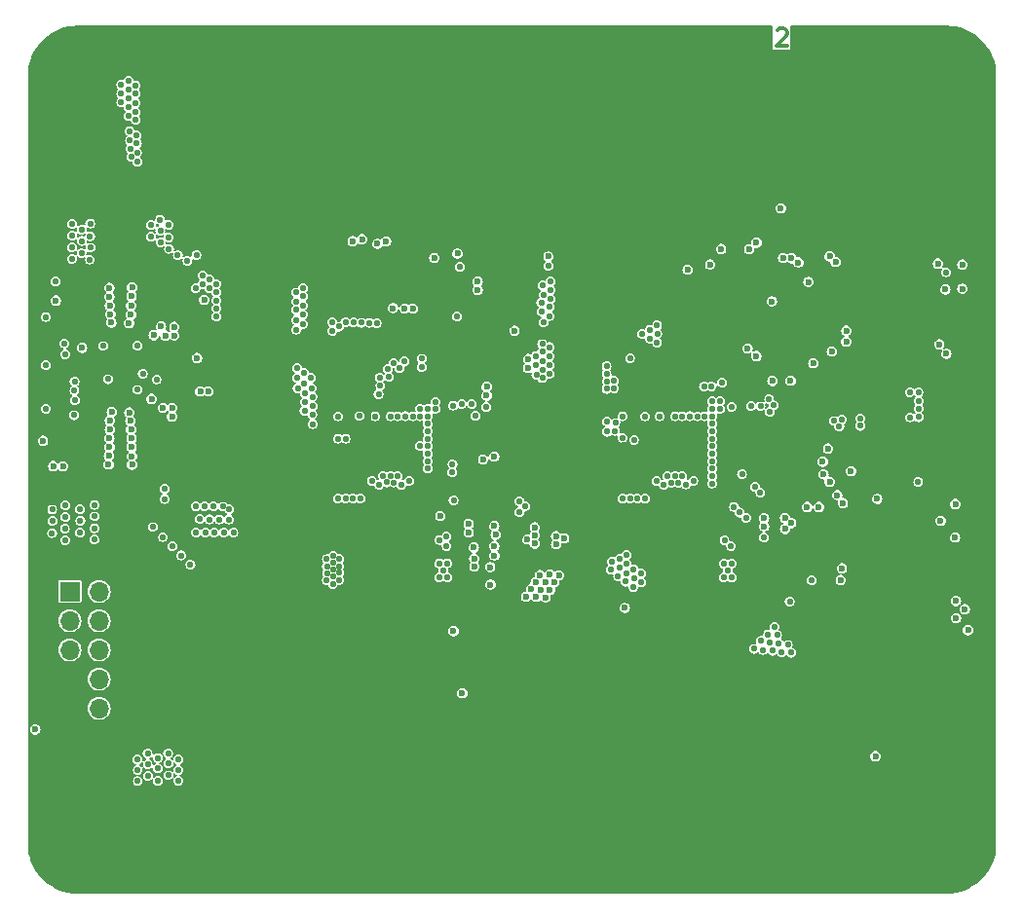
<source format=gbr>
%TF.GenerationSoftware,KiCad,Pcbnew,8.0.6*%
%TF.CreationDate,2024-12-12T06:35:09+00:00*%
%TF.ProjectId,AWR2243RadarBoard,41575232-3234-4335-9261-646172426f61,rev?*%
%TF.SameCoordinates,Original*%
%TF.FileFunction,Copper,L2,Inr*%
%TF.FilePolarity,Positive*%
%FSLAX46Y46*%
G04 Gerber Fmt 4.6, Leading zero omitted, Abs format (unit mm)*
G04 Created by KiCad (PCBNEW 8.0.6) date 2024-12-12 06:35:09*
%MOMM*%
%LPD*%
G01*
G04 APERTURE LIST*
%ADD10C,0.300000*%
%TA.AperFunction,NonConductor*%
%ADD11C,0.300000*%
%TD*%
%TA.AperFunction,ComponentPad*%
%ADD12C,0.900000*%
%TD*%
%TA.AperFunction,ComponentPad*%
%ADD13C,8.000000*%
%TD*%
%TA.AperFunction,ComponentPad*%
%ADD14R,1.700000X1.700000*%
%TD*%
%TA.AperFunction,ComponentPad*%
%ADD15O,1.700000X1.700000*%
%TD*%
%TA.AperFunction,ViaPad*%
%ADD16C,0.600000*%
%TD*%
%TA.AperFunction,ViaPad*%
%ADD17C,0.350000*%
%TD*%
%TA.AperFunction,ViaPad*%
%ADD18C,0.550000*%
%TD*%
G04 APERTURE END LIST*
D10*
D11*
X100823082Y-31088685D02*
X100894510Y-31017257D01*
X100894510Y-31017257D02*
X101037368Y-30945828D01*
X101037368Y-30945828D02*
X101394510Y-30945828D01*
X101394510Y-30945828D02*
X101537368Y-31017257D01*
X101537368Y-31017257D02*
X101608796Y-31088685D01*
X101608796Y-31088685D02*
X101680225Y-31231542D01*
X101680225Y-31231542D02*
X101680225Y-31374400D01*
X101680225Y-31374400D02*
X101608796Y-31588685D01*
X101608796Y-31588685D02*
X100751653Y-32445828D01*
X100751653Y-32445828D02*
X101680225Y-32445828D01*
D12*
%TO.N,GND*%
%TO.C,H4*%
X37000000Y-40000000D03*
X37878680Y-37878680D03*
X37878680Y-42121320D03*
X40000000Y-37000000D03*
D13*
X40000000Y-40000000D03*
D12*
X40000000Y-43000000D03*
X42121320Y-37878680D03*
X42121320Y-42121320D03*
X43000000Y-40000000D03*
%TD*%
%TO.N,GND*%
%TO.C,H1*%
X112552300Y-96896000D03*
X113430980Y-94774680D03*
X113430980Y-99017320D03*
X115552300Y-93896000D03*
D13*
X115552300Y-96896000D03*
D12*
X115552300Y-99896000D03*
X117673620Y-94774680D03*
X117673620Y-99017320D03*
X118552300Y-96896000D03*
%TD*%
D14*
%TO.N,Net-(J5-Pin_1)*%
%TO.C,J5*%
X39355000Y-79920000D03*
D15*
%TO.N,Net-(J5-Pin_2)*%
X41895000Y-79920000D03*
%TO.N,Net-(J5-Pin_3)*%
X39355000Y-82460000D03*
%TO.N,Net-(J5-Pin_4)*%
X41895000Y-82460000D03*
%TO.N,Net-(J5-Pin_5)*%
X39355000Y-85000000D03*
%TO.N,Net-(J5-Pin_6)*%
X41895000Y-85000000D03*
%TO.N,GND*%
X39355000Y-87540000D03*
%TO.N,Net-(J5-Pin_10)*%
X41895000Y-87540000D03*
%TO.N,GND*%
X39355000Y-90080000D03*
%TO.N,Net-(J5-Pin_10)*%
X41895000Y-90080000D03*
%TD*%
D12*
%TO.N,GND*%
%TO.C,H3*%
X112552300Y-40000000D03*
X113430980Y-37878680D03*
X113430980Y-42121320D03*
X115552300Y-37000000D03*
D13*
X115552300Y-40000000D03*
D12*
X115552300Y-43000000D03*
X117673620Y-37878680D03*
X117673620Y-42121320D03*
X118552300Y-40000000D03*
%TD*%
%TO.N,GND*%
%TO.C,H2*%
X37000000Y-96896000D03*
X37878680Y-94774680D03*
X37878680Y-99017320D03*
X40000000Y-93896000D03*
D13*
X40000000Y-96896000D03*
D12*
X40000000Y-99896000D03*
X42121320Y-94774680D03*
X42121320Y-99017320D03*
X43000000Y-96896000D03*
%TD*%
D16*
%TO.N,GND*%
X119080536Y-101905464D03*
X119013723Y-100632478D03*
X119172863Y-92984550D03*
X119003776Y-91778568D03*
X119259770Y-90374856D03*
X119049541Y-89008662D03*
X119272109Y-48812933D03*
X119047339Y-47448288D03*
X119040054Y-46023423D03*
X119097641Y-44706887D03*
X119061790Y-43486672D03*
X118986478Y-35590232D03*
X119249593Y-34530882D03*
X117725860Y-104780321D03*
X117690182Y-103437686D03*
X117698294Y-102173409D03*
X117798784Y-86429393D03*
X117809279Y-85242938D03*
X117688970Y-35814158D03*
X117702794Y-34366565D03*
X117920459Y-33287525D03*
X116488041Y-104781345D03*
X116574373Y-103241502D03*
X116569802Y-101925308D03*
X116648962Y-87708533D03*
X116672763Y-86310421D03*
X116388306Y-34563475D03*
X116535692Y-33104915D03*
X116563089Y-31900548D03*
X115111139Y-104625151D03*
X115290151Y-103278882D03*
X115192797Y-102098847D03*
X115122084Y-87793920D03*
X115132499Y-44817332D03*
X115135442Y-34465111D03*
X115146004Y-33272529D03*
X115170834Y-31738277D03*
X113811113Y-104525398D03*
X114043478Y-103265131D03*
X114021073Y-101902803D03*
X114055548Y-34495150D03*
X114014208Y-33067469D03*
X113805570Y-31822675D03*
X112566583Y-104761086D03*
X112520616Y-103386354D03*
X112608586Y-102145898D03*
X112636969Y-100672719D03*
X112698929Y-92819384D03*
X112685692Y-91728052D03*
X112561695Y-90413949D03*
X112712092Y-35827338D03*
X112570386Y-34571970D03*
X112509692Y-33177556D03*
X112750557Y-31918830D03*
X111324740Y-104657232D03*
X111330467Y-103335242D03*
X111257966Y-102049153D03*
X111334068Y-100681882D03*
X111183904Y-99317312D03*
X111178363Y-94138975D03*
X111397332Y-92863815D03*
X111306435Y-91737264D03*
X111459838Y-61718377D03*
X111395813Y-60330617D03*
X111186543Y-37009536D03*
X111215135Y-35636679D03*
X111413609Y-34364831D03*
X111340499Y-33164040D03*
X111273568Y-31882224D03*
X110087693Y-104582080D03*
X109918772Y-103472373D03*
X109913560Y-101932913D03*
X110146605Y-100739754D03*
X110151652Y-99455324D03*
X110013664Y-98106898D03*
X110096786Y-96755311D03*
X110150157Y-61787112D03*
X109972016Y-38255614D03*
X109971592Y-37176023D03*
X109969331Y-35601363D03*
X110052715Y-34581295D03*
X109910280Y-33095230D03*
X110048828Y-31868643D03*
X108807461Y-104569052D03*
X108688647Y-103281350D03*
X108741668Y-101917712D03*
X108669302Y-100614662D03*
X108792334Y-99325007D03*
X108758027Y-98120377D03*
X108656188Y-96989620D03*
X108750689Y-36909842D03*
X108739605Y-35679794D03*
X108871148Y-34312263D03*
X108810516Y-33216093D03*
X108776695Y-31849511D03*
X107550330Y-104620078D03*
X107330147Y-103443655D03*
X107339168Y-102012513D03*
X107340859Y-100610676D03*
X107565897Y-99500157D03*
X107321838Y-97995469D03*
X107345756Y-96963045D03*
X107527473Y-37007611D03*
X107379952Y-35790898D03*
X107561789Y-34435310D03*
X107284711Y-33118750D03*
X107421988Y-31937588D03*
X106019372Y-104510168D03*
X106137420Y-103478799D03*
X106197585Y-101891126D03*
X105975174Y-100849012D03*
X106019016Y-99584706D03*
X106134327Y-98178074D03*
X106207873Y-96698374D03*
X106126282Y-35599346D03*
X106246450Y-34484525D03*
X106104114Y-33102496D03*
X106193090Y-31756099D03*
X104717275Y-104581854D03*
X104737338Y-103196489D03*
X104896956Y-102070803D03*
X104739358Y-100869671D03*
X104922728Y-99539175D03*
X104810829Y-98184683D03*
X104784644Y-34469136D03*
X104704617Y-33255135D03*
X104898447Y-31723145D03*
X103624730Y-104522164D03*
X103645245Y-103242704D03*
X103382878Y-102037056D03*
X103478569Y-100825997D03*
X103426562Y-99474049D03*
X103466480Y-33050651D03*
X103674895Y-31866960D03*
X102225524Y-31826777D03*
X52854088Y-104561960D03*
X51557250Y-104592349D03*
X50259158Y-104789794D03*
X48938859Y-104724684D03*
X47491158Y-104733816D03*
X46221026Y-104609004D03*
X44884008Y-104663824D03*
X44933846Y-103488347D03*
X43631163Y-104675304D03*
X43830339Y-103306518D03*
X43789557Y-102040111D03*
X42499519Y-104596578D03*
X42545531Y-103458214D03*
X42433180Y-102132671D03*
X42558565Y-31869227D03*
X40990923Y-104725052D03*
X41062133Y-103290818D03*
X41088090Y-101962776D03*
X41112783Y-34534140D03*
X41125598Y-33039611D03*
X40987823Y-31912743D03*
X39713586Y-104737437D03*
X39699040Y-103363831D03*
X39711712Y-101895639D03*
X39710366Y-34495798D03*
X39748226Y-33030063D03*
X39844237Y-31730242D03*
X38480583Y-104776660D03*
X38505690Y-103249623D03*
X38412452Y-102104621D03*
X38558406Y-34336215D03*
X38635410Y-33002694D03*
X38662416Y-31848737D03*
X37180504Y-103337154D03*
X37313579Y-102029534D03*
X37227673Y-100806505D03*
X37252197Y-35727017D03*
X37255889Y-34485684D03*
X37172595Y-33257179D03*
D17*
X75460000Y-96920000D03*
X92560000Y-96350000D03*
X54360000Y-55480000D03*
X71030000Y-92060000D03*
D18*
X60495000Y-73732500D03*
D17*
X54360000Y-63415000D03*
X80250000Y-70575000D03*
X95550000Y-46685000D03*
X70670000Y-75125000D03*
X62780312Y-46245306D03*
X61189943Y-47819941D03*
D18*
X86120000Y-83540000D03*
D17*
X59240000Y-94435000D03*
X66335000Y-80985000D03*
X66765000Y-74740000D03*
X64150000Y-77480000D03*
X92260000Y-87935000D03*
D18*
X92570000Y-68570000D03*
D17*
X79440000Y-71680000D03*
X74290000Y-59025000D03*
X65395000Y-85220000D03*
X68925000Y-38840000D03*
X85015000Y-87750000D03*
X93660000Y-86785000D03*
X59969943Y-47779941D03*
X66765000Y-77650000D03*
X70670000Y-73875000D03*
X55845000Y-65895000D03*
X94965000Y-76790000D03*
D18*
X54940000Y-74935000D03*
D17*
X80205000Y-69760000D03*
X74755000Y-57350000D03*
X56280000Y-70215000D03*
X57100000Y-67445000D03*
X63510000Y-60080000D03*
X72290000Y-57205000D03*
X76965000Y-61085000D03*
D18*
X114990000Y-46240000D03*
D17*
X58360000Y-93895000D03*
D18*
X67200001Y-68575001D03*
D17*
X65070000Y-91515000D03*
X92360000Y-74735000D03*
X66335000Y-73085000D03*
X80210000Y-67640000D03*
X76925000Y-61655000D03*
X64310000Y-93885000D03*
X69735000Y-90415000D03*
X69365000Y-75125000D03*
X84000000Y-62360000D03*
X58345000Y-67925000D03*
X82770000Y-66725000D03*
D18*
X118585000Y-61455000D03*
D17*
X92560000Y-96750000D03*
X88090000Y-87810000D03*
X55235000Y-47830000D03*
D18*
X103650000Y-94925000D03*
D17*
X92790000Y-82660000D03*
X87405000Y-67100000D03*
X59150000Y-43130000D03*
X66795000Y-71505000D03*
X93660000Y-74280000D03*
X84000000Y-61080000D03*
X55235000Y-58265000D03*
X88630000Y-39010000D03*
X63965000Y-83850000D03*
X85125000Y-68730000D03*
X78820000Y-66290000D03*
X84010000Y-60245000D03*
X69365000Y-75950000D03*
X83130000Y-67320000D03*
X95075000Y-41695000D03*
X70240000Y-72220000D03*
X93440000Y-94705000D03*
X54390000Y-67555000D03*
X62165000Y-40750000D03*
X56840000Y-74825000D03*
X68935000Y-83870000D03*
X58820000Y-43455000D03*
X87374999Y-72475001D03*
X93660000Y-75955000D03*
X88675000Y-87220000D03*
X92560000Y-95525000D03*
X89545000Y-84805000D03*
D18*
X91930000Y-67280000D03*
D17*
X70670000Y-78880000D03*
X59535000Y-68365000D03*
D18*
X54385000Y-86505000D03*
D17*
X88670000Y-73140000D03*
X92560000Y-95105000D03*
X70640000Y-97560000D03*
X65050000Y-82725000D03*
X66310000Y-41450000D03*
X67020000Y-58920000D03*
X70685000Y-88855000D03*
X74680437Y-94735433D03*
X56355000Y-67920000D03*
X54295000Y-82365000D03*
X64150000Y-73890000D03*
X86375000Y-46430000D03*
X75115000Y-57985000D03*
X54360000Y-52570000D03*
X57310000Y-66075000D03*
X70670000Y-76375000D03*
D18*
X93220000Y-66610000D03*
D17*
X70670000Y-86370000D03*
X90395000Y-50225000D03*
X85635000Y-55740000D03*
D18*
X73705000Y-62790000D03*
D17*
X70670000Y-85945000D03*
X86910000Y-74075000D03*
X77520000Y-59740000D03*
X54360000Y-62570000D03*
D18*
X96820000Y-74850000D03*
D17*
X64150000Y-75070000D03*
X90590000Y-81090000D03*
X99070000Y-93665000D03*
X65465000Y-77300000D03*
X92790000Y-76405000D03*
X94225000Y-46115000D03*
X88100000Y-85840000D03*
X92790000Y-73070000D03*
X58185000Y-63635000D03*
D18*
X52930000Y-86535000D03*
D17*
X56630000Y-75780000D03*
X62205000Y-59980000D03*
D16*
X58985000Y-65835000D03*
D17*
X66765000Y-78075000D03*
D18*
X96790000Y-62990000D03*
D16*
X38100000Y-50740000D03*
D17*
X85215000Y-65075000D03*
X90320000Y-81945000D03*
X65770000Y-93340000D03*
X56725000Y-63400000D03*
X66310000Y-71510000D03*
X57135000Y-43910000D03*
D18*
X78005000Y-43735000D03*
D17*
X92360000Y-78915000D03*
D18*
X43030000Y-72560000D03*
D17*
X86030000Y-53360000D03*
X98120000Y-89210000D03*
X90190000Y-72300000D03*
X62715000Y-39570000D03*
X92560000Y-95950000D03*
D16*
X43695000Y-49925000D03*
D17*
X54360000Y-50510000D03*
D18*
X89315000Y-55960000D03*
D17*
X98720000Y-92940000D03*
X61040000Y-75740000D03*
X69365000Y-74700000D03*
X92790000Y-79735000D03*
X87980000Y-68575000D03*
X82505000Y-74440000D03*
X82775000Y-59950000D03*
X58745000Y-49060000D03*
X59530000Y-67470000D03*
X52695000Y-80580000D03*
X93660000Y-80945000D03*
D18*
X91260000Y-66630000D03*
X93715000Y-50635000D03*
D17*
X67210000Y-71310000D03*
X90120000Y-85545000D03*
X94090000Y-79280000D03*
X66335000Y-83505000D03*
X70670000Y-83860000D03*
X98560000Y-91310000D03*
X66335000Y-79750000D03*
X63414943Y-45604941D03*
X57240000Y-74825000D03*
X68935000Y-81370000D03*
X63950001Y-71175001D03*
X92020000Y-91935000D03*
X70670000Y-85525000D03*
X55235000Y-61170000D03*
D18*
X118030000Y-69215000D03*
D17*
X64120000Y-88485000D03*
X64150000Y-82685000D03*
X66045000Y-85895000D03*
X95980000Y-41955000D03*
X85145000Y-69640000D03*
X83520000Y-54265000D03*
X80500000Y-63055000D03*
X64739943Y-43014941D03*
X67025000Y-57605000D03*
X84005000Y-67005000D03*
X62270000Y-71340000D03*
X68065000Y-73480000D03*
X68640000Y-57610000D03*
X66795000Y-87050000D03*
X84005000Y-58530000D03*
X66335000Y-79325000D03*
X64590000Y-57210000D03*
X81890000Y-62315000D03*
X55845000Y-55475000D03*
X85955000Y-68790000D03*
X83130000Y-57180000D03*
X83470000Y-89370000D03*
X95580000Y-43245000D03*
X69135000Y-39870000D03*
X84010000Y-65740000D03*
X84475000Y-74160000D03*
X58450000Y-74825000D03*
X89310000Y-82115000D03*
D18*
X118570000Y-80765000D03*
D17*
X86925519Y-87094481D03*
X88380000Y-85485000D03*
X90205000Y-40100000D03*
X71370000Y-92325000D03*
X91060000Y-73495000D03*
X67635000Y-80975000D03*
X88540000Y-67935000D03*
D18*
X87160000Y-58820000D03*
D17*
X62080000Y-69660000D03*
X90425000Y-83270000D03*
X55235000Y-57005000D03*
X79295000Y-66835000D03*
X61805000Y-71360000D03*
D18*
X77205000Y-63905000D03*
D17*
X64542504Y-86202496D03*
D18*
X116300000Y-46640000D03*
D17*
X92210000Y-88335000D03*
X65745000Y-90645000D03*
X67635000Y-74735000D03*
X86110000Y-44740000D03*
X55845000Y-47555000D03*
X63185000Y-85625000D03*
X65050000Y-78975000D03*
X77210000Y-61935000D03*
X90190000Y-75215000D03*
X78635000Y-61460000D03*
X53605000Y-79725000D03*
X94090000Y-75125000D03*
D18*
X104120000Y-95400000D03*
D17*
X63105000Y-60885000D03*
D18*
X50995000Y-93000000D03*
D17*
X91030000Y-78520000D03*
X86350868Y-88289130D03*
X95910000Y-38920000D03*
X85470522Y-89169475D03*
X76080000Y-58310000D03*
X52755000Y-78560000D03*
X56725000Y-59645000D03*
X58185000Y-55315000D03*
X54360000Y-60485000D03*
X73715000Y-92500000D03*
D18*
X118480000Y-54375000D03*
D17*
X86860000Y-85910000D03*
X61895000Y-85715000D03*
X89570000Y-49545000D03*
X95415000Y-71510000D03*
X79300000Y-64705000D03*
X57305000Y-58180000D03*
X88925000Y-48935000D03*
X73105000Y-57615000D03*
X66335000Y-73920000D03*
X64245519Y-86499481D03*
X70670000Y-88430000D03*
X80210000Y-68065000D03*
X58785000Y-67155000D03*
X70670000Y-74275000D03*
X68640000Y-91365000D03*
D18*
X111580000Y-57140000D03*
D17*
X92445000Y-43495000D03*
X89595000Y-81350000D03*
X53605000Y-80525000D03*
X63125000Y-44635000D03*
X95395000Y-75125000D03*
D16*
X60920000Y-52530000D03*
D17*
X83130000Y-57605000D03*
X93660000Y-79710000D03*
D18*
X44995000Y-74870000D03*
D17*
X83920000Y-41635000D03*
X60850000Y-71395000D03*
X93050000Y-90170000D03*
D18*
X86615000Y-83060000D03*
D17*
X55245000Y-84605000D03*
X52710000Y-81375000D03*
X61675000Y-70090000D03*
X68935000Y-77215000D03*
X65415000Y-58925000D03*
X92105000Y-81010000D03*
X96720000Y-39330000D03*
X58185000Y-64060000D03*
D18*
X107130000Y-41870000D03*
D17*
X79295000Y-68570000D03*
X70240000Y-73455000D03*
D16*
X64510000Y-51525000D03*
D18*
X52350000Y-60270000D03*
D17*
X80630000Y-69440000D03*
X92560000Y-98820000D03*
X92785000Y-86830000D03*
D18*
X117960000Y-88585000D03*
D17*
X93440000Y-97175000D03*
D18*
X103295000Y-80385000D03*
D17*
X71485000Y-57210000D03*
X87925000Y-51695000D03*
D18*
X81675000Y-80475000D03*
D17*
X59305000Y-84800000D03*
X64150000Y-76690000D03*
X88340000Y-68815000D03*
X62055000Y-68790000D03*
X77820000Y-61940000D03*
X55855000Y-66330000D03*
X67635000Y-72250000D03*
X55235000Y-57840000D03*
D18*
X94410000Y-50650000D03*
D17*
X58115000Y-84795000D03*
X71880000Y-58515000D03*
D16*
X43730000Y-54680000D03*
D17*
X55235000Y-42840000D03*
X89600000Y-46870000D03*
X89850000Y-52005000D03*
X80625000Y-63930000D03*
X85245000Y-57405000D03*
X80205000Y-65520000D03*
X55845000Y-64645000D03*
X93660000Y-74705000D03*
D18*
X52310000Y-66455000D03*
D17*
X58010000Y-50205000D03*
X67935000Y-39830000D03*
X92790000Y-80570000D03*
X89795000Y-73970000D03*
D18*
X73885000Y-44370000D03*
D17*
X69365000Y-80115000D03*
X71485000Y-57610000D03*
X55235000Y-46995000D03*
D18*
X54495000Y-74440000D03*
D17*
X88830000Y-72720000D03*
X92545000Y-93865000D03*
X78820000Y-70165000D03*
X55905000Y-66745000D03*
D18*
X85840000Y-63975000D03*
D17*
X90190000Y-76890000D03*
D18*
X69150000Y-67930000D03*
D17*
X77500000Y-62225000D03*
X87925000Y-84620000D03*
X63520000Y-59675000D03*
X93660000Y-77615000D03*
X56725000Y-61305000D03*
D18*
X111510000Y-51150000D03*
D17*
X70240000Y-83865000D03*
X92790000Y-76815000D03*
X66335000Y-85165000D03*
X58185000Y-60305000D03*
X62505000Y-69660000D03*
X68935000Y-81790000D03*
X54360000Y-48415000D03*
X95395000Y-74275000D03*
X85375000Y-43220000D03*
X88925000Y-50195000D03*
X65280000Y-90640000D03*
X58200000Y-66125000D03*
X85105000Y-52890000D03*
X61665000Y-74760000D03*
X92000000Y-48595000D03*
X68065000Y-77240000D03*
X93660000Y-75130000D03*
X65460000Y-83135000D03*
X70640000Y-96325000D03*
X87305000Y-50915000D03*
X81890000Y-66975000D03*
X63540000Y-89515000D03*
X84010000Y-58100000D03*
X87670000Y-84965000D03*
X74897838Y-93697846D03*
X74345000Y-57225000D03*
X56725000Y-65870000D03*
D18*
X90620000Y-66000000D03*
D17*
X91060000Y-75170000D03*
X66220000Y-58520000D03*
X91060000Y-72260000D03*
X84709107Y-70930604D03*
D16*
X43680000Y-51385000D03*
D17*
X94090000Y-77210000D03*
X55235000Y-65750000D03*
X55845000Y-65045000D03*
X98455000Y-88245000D03*
X63115000Y-59675000D03*
X65540000Y-87065000D03*
X66765000Y-84725000D03*
X75815000Y-59930000D03*
X56725000Y-60480000D03*
X72585000Y-92670000D03*
X55235000Y-43265000D03*
X56725000Y-51300000D03*
X90055000Y-79380000D03*
X64375057Y-44640059D03*
X65820000Y-57200000D03*
X80635000Y-67740000D03*
X84005000Y-63195000D03*
X55235000Y-48255000D03*
X98260000Y-94465000D03*
X68060000Y-85585000D03*
X56725000Y-62975000D03*
X68065000Y-85145000D03*
X92815000Y-71510000D03*
X90020000Y-84055000D03*
X87735000Y-92645000D03*
X55845000Y-61715000D03*
X67899943Y-41114941D03*
X87875085Y-86779907D03*
X83130000Y-60170000D03*
X82770000Y-63760000D03*
D18*
X96275000Y-52445000D03*
D17*
X68065000Y-78910000D03*
X84135000Y-74570000D03*
D18*
X78365000Y-44385000D03*
D17*
X69365000Y-79705000D03*
X82660000Y-51740000D03*
X85760000Y-53700000D03*
X57450000Y-85715000D03*
X81895000Y-55090000D03*
X69560000Y-92430000D03*
X67635000Y-73910000D03*
X97515000Y-88570000D03*
X67635000Y-81820000D03*
X70670000Y-82625000D03*
X94090000Y-83455000D03*
D16*
X38105000Y-52145000D03*
D17*
X59955000Y-49050000D03*
X69365000Y-76785000D03*
X65250000Y-71170000D03*
X87605000Y-52995000D03*
X60890000Y-41945000D03*
X86135000Y-93095000D03*
X65340057Y-43685059D03*
X75790000Y-58015000D03*
X58925000Y-50375000D03*
X55845000Y-48805000D03*
X63786203Y-88233796D03*
X96185000Y-44725000D03*
X69365000Y-85115000D03*
X94965000Y-74705000D03*
X56895000Y-46220000D03*
X72690000Y-58525000D03*
X87980000Y-92975000D03*
X93660000Y-73455000D03*
X59825000Y-75740000D03*
X93440000Y-96350000D03*
X96375000Y-86785000D03*
X55845000Y-47955000D03*
X70525000Y-94255000D03*
X92695000Y-89450000D03*
X61091721Y-90913273D03*
X63505000Y-61695000D03*
X53290000Y-77410000D03*
X55235000Y-49925000D03*
X57060000Y-70605000D03*
X82275000Y-72060000D03*
X55235000Y-45750000D03*
X61381636Y-90623366D03*
X59990000Y-70085000D03*
X66765000Y-85125000D03*
X94965000Y-79285000D03*
X62050000Y-68360000D03*
X82040000Y-96515000D03*
X65050000Y-73155000D03*
X78675000Y-62795000D03*
X78815000Y-68005000D03*
X54360000Y-58815000D03*
D18*
X66550000Y-67925000D03*
D17*
X66335000Y-75170000D03*
X85225000Y-90910000D03*
X75520000Y-59645000D03*
X78855000Y-70585000D03*
X92400000Y-87550000D03*
X69390000Y-71510000D03*
X61745000Y-84800000D03*
X65590000Y-62630000D03*
X83600000Y-41310000D03*
X56420000Y-45000000D03*
X68065000Y-78485000D03*
X55845000Y-52965000D03*
X58200000Y-52805000D03*
X57530000Y-51465000D03*
X96220000Y-44320000D03*
X85725000Y-92210000D03*
X86935000Y-93145000D03*
X92265000Y-88740000D03*
X87260000Y-93885000D03*
X70240000Y-87610000D03*
X65820000Y-57610000D03*
X60845000Y-74825000D03*
X59005000Y-42020000D03*
X70240000Y-81370000D03*
X86860000Y-89040000D03*
X67635000Y-80575000D03*
X66105000Y-86495000D03*
D18*
X72345000Y-44415000D03*
D17*
X94090000Y-83865000D03*
X54355000Y-40015000D03*
X61805000Y-61610000D03*
X64000000Y-90995000D03*
X65842662Y-61715000D03*
D18*
X100035000Y-71425000D03*
X44725000Y-73115000D03*
D17*
X81490000Y-73750000D03*
X65420000Y-57610000D03*
X66765000Y-80980000D03*
X58660000Y-92275000D03*
X68060000Y-86830000D03*
X54360000Y-51335000D03*
X96475000Y-87200000D03*
X79295000Y-65990000D03*
X69760000Y-95895000D03*
X93440000Y-98820000D03*
X85805000Y-55340000D03*
X91490000Y-75590000D03*
X65015000Y-83580000D03*
X61930000Y-39005000D03*
X99150000Y-90245000D03*
X80630000Y-65195000D03*
X91440000Y-83145000D03*
X55235000Y-63265000D03*
X80885000Y-73145000D03*
X55845000Y-59230000D03*
X84395000Y-54425000D03*
X64060000Y-94650000D03*
X58720000Y-69585000D03*
X66335000Y-81835000D03*
X72365000Y-91690000D03*
X83365000Y-69110000D03*
X64150000Y-78670000D03*
X58420000Y-51560000D03*
X59130000Y-67360000D03*
D16*
X43750000Y-66960000D03*
D17*
X71075000Y-58520000D03*
D18*
X98030000Y-62790000D03*
D17*
X65460000Y-84795000D03*
X69450000Y-58525000D03*
X84000000Y-60665000D03*
X85405000Y-47355000D03*
X64855000Y-85890000D03*
X84335000Y-65110000D03*
X85080519Y-88939481D03*
X86575000Y-74560000D03*
D18*
X102110000Y-96390000D03*
D17*
X88905000Y-39795000D03*
X86575000Y-67095000D03*
D18*
X50915000Y-63970000D03*
X90745000Y-55695000D03*
D17*
X91560000Y-49700000D03*
X94090000Y-74275000D03*
X95395000Y-75950000D03*
X92370000Y-44745000D03*
X64150000Y-59565000D03*
X66650000Y-90980000D03*
X92360000Y-75160000D03*
X80205000Y-66375000D03*
X95395000Y-74700000D03*
X90185000Y-77725000D03*
X81795000Y-73430000D03*
X56725000Y-48395000D03*
X82775000Y-54825000D03*
X80970000Y-38590000D03*
X69365000Y-85955000D03*
X92240000Y-47110000D03*
X95395000Y-78455000D03*
X54360000Y-40915000D03*
X70640000Y-95065000D03*
X65465000Y-78970000D03*
X91060000Y-73085000D03*
X65465000Y-72730000D03*
X80205000Y-65095000D03*
X67850000Y-71170000D03*
X97275000Y-91410000D03*
X57305000Y-60260000D03*
X93440000Y-94280000D03*
X64610000Y-58520000D03*
D18*
X75280000Y-69785000D03*
D17*
X60625000Y-75740000D03*
X55845000Y-63385000D03*
X88130000Y-93820000D03*
X70240000Y-79285000D03*
X55235000Y-65350000D03*
X62260000Y-67095000D03*
X70670000Y-78035000D03*
X57305000Y-64840000D03*
X85215000Y-58280000D03*
X65960057Y-43060059D03*
X97205000Y-85610000D03*
X69760000Y-97980000D03*
D18*
X87350000Y-43300000D03*
D17*
X69755000Y-39250000D03*
D18*
X94040000Y-44540000D03*
D17*
X85215000Y-60845000D03*
X93320000Y-46300000D03*
X81580000Y-71400000D03*
X84390000Y-57080000D03*
X86910000Y-52445000D03*
X59240000Y-96920000D03*
X56725000Y-55890000D03*
X65460000Y-83545000D03*
X57305000Y-55270000D03*
X58560000Y-51150000D03*
X89120000Y-52395000D03*
X87915000Y-52700000D03*
X54360000Y-41750000D03*
X84330000Y-64690000D03*
X68065000Y-82660000D03*
X75495000Y-60215000D03*
X63615000Y-68815000D03*
X90495000Y-45935000D03*
X62545000Y-73900000D03*
X92360000Y-75985000D03*
X71885000Y-57610000D03*
X95395000Y-78880000D03*
X65315000Y-71885000D03*
X96225000Y-85565000D03*
X57305000Y-54020000D03*
X59192842Y-91537160D03*
X75440000Y-58270000D03*
X66550000Y-71180000D03*
X61260000Y-70090000D03*
X69470000Y-89655000D03*
X64150000Y-83075000D03*
X79300000Y-67270000D03*
X95540000Y-84480000D03*
X81655000Y-92730000D03*
X54355000Y-38180000D03*
X94090000Y-74700000D03*
X66335000Y-83915000D03*
X78355000Y-63080000D03*
X57305000Y-57355000D03*
X57530000Y-69110000D03*
X87745000Y-95020000D03*
X69365000Y-79280000D03*
X69760000Y-96320000D03*
X69365000Y-88440000D03*
X94170000Y-84295000D03*
X54360000Y-59660000D03*
X88775000Y-51565000D03*
X69365000Y-83455000D03*
X69365000Y-73875000D03*
X83330000Y-52375000D03*
X66995000Y-91305000D03*
X69845000Y-92790000D03*
X55235000Y-60760000D03*
X97270000Y-92655000D03*
X56870401Y-44255126D03*
X93655000Y-91000000D03*
D18*
X90300000Y-91050000D03*
D17*
X68595000Y-39170000D03*
X93660000Y-73045000D03*
X70240000Y-78460000D03*
X95810000Y-84105000D03*
X93660000Y-80545000D03*
X85070000Y-73250000D03*
X65460000Y-82310000D03*
X63105000Y-61280000D03*
X95395000Y-82625000D03*
X65050000Y-42710000D03*
X83510000Y-70465000D03*
X89385000Y-40515000D03*
X62730000Y-58460000D03*
D18*
X92560000Y-69220000D03*
D17*
X70640000Y-98385000D03*
X71725000Y-92490000D03*
X63305000Y-62035000D03*
X56725000Y-50475000D03*
X66765000Y-72655000D03*
X66634489Y-41123934D03*
X67635000Y-82240000D03*
X89830000Y-49170000D03*
X91485000Y-78485000D03*
X82575000Y-69525000D03*
X93900000Y-89785000D03*
X66765000Y-83910000D03*
D16*
X60135000Y-66730000D03*
D17*
X70670000Y-77610000D03*
D18*
X108485000Y-41875000D03*
D17*
X85165000Y-91315000D03*
X62810000Y-39105000D03*
X87195000Y-67490000D03*
X55010000Y-69095000D03*
X81890000Y-66555000D03*
X70640000Y-98810000D03*
X70240000Y-73045000D03*
X91370000Y-80095000D03*
X60900000Y-46850000D03*
X83580000Y-42540000D03*
X63454943Y-44304941D03*
X65050000Y-83150000D03*
D18*
X73950000Y-85505000D03*
D17*
X55025000Y-75645000D03*
X93230000Y-87885000D03*
X58360000Y-94740000D03*
X75198363Y-93998365D03*
X81795000Y-74035000D03*
X82775000Y-59095000D03*
X65005000Y-57610000D03*
X70240000Y-85530000D03*
X92320000Y-91155000D03*
X83125000Y-63555000D03*
X84835000Y-42545000D03*
X92790000Y-72245000D03*
X88570000Y-38595000D03*
X85160000Y-48200000D03*
X67635000Y-76410000D03*
X95395000Y-80540000D03*
X90190000Y-76065000D03*
X60950000Y-89780000D03*
X91275000Y-71870000D03*
X68905000Y-91760000D03*
X69855000Y-57200000D03*
X62465000Y-46560000D03*
X98825000Y-91005000D03*
X78815000Y-65425000D03*
X83125000Y-63120000D03*
D18*
X58915000Y-65120000D03*
D17*
X93660000Y-84295000D03*
X54360000Y-46755000D03*
D18*
X44000000Y-72050000D03*
D17*
X69235000Y-93460000D03*
X58360000Y-95175000D03*
X58185000Y-63225000D03*
X88385000Y-83935000D03*
X92360000Y-73910000D03*
X92895000Y-47700000D03*
X97125000Y-91820000D03*
D18*
X66560000Y-69220000D03*
D17*
X84380000Y-69370000D03*
X93660000Y-81790000D03*
X94965000Y-81785000D03*
X68935000Y-74280000D03*
X61836045Y-39429611D03*
X68935000Y-72220000D03*
X67635000Y-79315000D03*
X96365000Y-85950000D03*
X69365000Y-87615000D03*
X68060000Y-86430000D03*
X58185000Y-54465000D03*
X55740000Y-68590000D03*
D18*
X111515000Y-55650000D03*
D17*
X68065000Y-79735000D03*
X66335000Y-78080000D03*
X84855000Y-50310000D03*
X57305000Y-59425000D03*
X62250000Y-62770000D03*
X54360000Y-53820000D03*
X58185000Y-64460000D03*
X81890000Y-61470000D03*
X55845000Y-62140000D03*
D18*
X100035000Y-70760000D03*
D17*
X84435000Y-52290000D03*
X62910000Y-70090000D03*
X56725000Y-50900000D03*
X56735000Y-47115000D03*
X63560000Y-62330000D03*
D18*
X78770000Y-43745000D03*
D17*
X75125000Y-57500000D03*
X66380000Y-59310000D03*
X69605000Y-94225000D03*
X61270000Y-41720000D03*
X77780000Y-62510000D03*
X62430000Y-63170000D03*
X65465000Y-79395000D03*
D18*
X67850002Y-69225000D03*
D17*
X60791203Y-91213796D03*
X67635000Y-77245000D03*
X62435000Y-62400000D03*
X82775000Y-60375000D03*
X96750000Y-45585000D03*
X55235000Y-52835000D03*
D18*
X72530000Y-73495000D03*
X67850002Y-68575001D03*
D17*
X84780000Y-55510000D03*
X70670000Y-80115000D03*
X91510000Y-43290000D03*
X62480000Y-68790000D03*
D18*
X116295000Y-83770000D03*
D17*
X68935000Y-82210000D03*
X82305000Y-52565000D03*
D18*
X95060000Y-43945000D03*
D17*
X55845000Y-50050000D03*
X56725000Y-55065000D03*
X92430000Y-89120000D03*
X67635000Y-85585000D03*
D18*
X81180000Y-70310000D03*
D17*
X85145000Y-70965000D03*
X88745000Y-39415000D03*
X85815000Y-48905000D03*
D18*
X52305000Y-57520000D03*
D17*
X82780000Y-67530000D03*
X55320000Y-75385000D03*
X66500000Y-94020000D03*
X84800000Y-68150000D03*
X55845000Y-55900000D03*
X57910000Y-70860000D03*
X84720000Y-70030000D03*
X88555000Y-38180000D03*
X55540000Y-84905000D03*
X72285000Y-58520000D03*
X80630000Y-67320000D03*
X58265000Y-85710000D03*
X61800000Y-60385000D03*
X93660000Y-77215000D03*
D18*
X111485000Y-52645000D03*
D17*
X87520000Y-86500000D03*
X85330000Y-92100000D03*
X55235000Y-41990000D03*
X81890000Y-56800000D03*
X93875000Y-71175000D03*
X61220000Y-68790000D03*
X55895000Y-46710000D03*
D16*
X65340000Y-51525000D03*
D17*
X82770000Y-55265000D03*
D18*
X89950000Y-69230000D03*
X75345000Y-81700000D03*
D17*
X56725000Y-49640000D03*
D18*
X52305000Y-64840000D03*
X75415000Y-44340000D03*
D17*
X68540000Y-88810000D03*
X89775000Y-75215000D03*
X54360000Y-52995000D03*
D16*
X49465000Y-48625000D03*
D17*
X54360000Y-56755000D03*
X83125000Y-63980000D03*
X64905000Y-83985000D03*
D18*
X118565000Y-59140000D03*
D17*
X92560000Y-97995000D03*
X62870000Y-67490000D03*
X70670000Y-87195000D03*
D16*
X59350000Y-66465000D03*
D17*
X70240000Y-84290000D03*
X66340000Y-60430000D03*
X76105000Y-60220000D03*
X84005000Y-66585000D03*
X85220000Y-61690000D03*
X62800000Y-63505000D03*
X83650000Y-53880000D03*
X82770000Y-56965000D03*
X86305000Y-53045000D03*
D18*
X91930000Y-65970000D03*
D17*
X78100000Y-60320000D03*
D16*
X48895000Y-48100000D03*
X43740000Y-65440000D03*
D18*
X117015000Y-46365000D03*
D17*
X70240000Y-86775000D03*
X90900000Y-82080000D03*
X90625000Y-71310000D03*
X69445000Y-93835000D03*
X56725000Y-52140000D03*
X83290000Y-41005000D03*
X85215000Y-65920000D03*
X70240000Y-73880000D03*
X61865000Y-88880000D03*
X83405000Y-54670000D03*
X81890000Y-61895000D03*
D18*
X68500001Y-67274999D03*
D17*
X62154943Y-46864941D03*
X64061721Y-87948273D03*
X89985000Y-48760000D03*
X80630000Y-69015000D03*
X54425000Y-76240000D03*
X90215000Y-71510000D03*
X81165000Y-95665000D03*
X99140000Y-96095000D03*
D18*
X86140000Y-76065000D03*
D17*
X65050000Y-77315000D03*
D18*
X61470000Y-63800000D03*
D17*
X84240000Y-49670000D03*
X62205000Y-61610000D03*
X89045000Y-85505000D03*
X85625519Y-87139481D03*
X91595000Y-49315000D03*
D18*
X117970000Y-91190000D03*
D17*
X67325000Y-92950000D03*
X89385000Y-47265000D03*
X78820000Y-67130000D03*
X70670000Y-73450000D03*
X89700000Y-40835000D03*
X64255000Y-85010000D03*
X70240000Y-80545000D03*
X94090000Y-73450000D03*
X66335000Y-77655000D03*
X86495000Y-74155000D03*
X65010000Y-58520000D03*
X69800000Y-71310000D03*
X59455000Y-85715000D03*
X80205000Y-67220000D03*
X76335000Y-59165000D03*
X81120000Y-39405000D03*
X53630000Y-81325000D03*
D18*
X73115000Y-61555000D03*
D17*
X66765000Y-73080000D03*
X73506638Y-93561635D03*
X65050000Y-76065000D03*
X63955000Y-68575000D03*
D18*
X86510000Y-63980000D03*
D17*
X81895000Y-58485000D03*
X65791789Y-62205000D03*
X58320000Y-70930000D03*
X62300000Y-59170000D03*
X56725000Y-58395000D03*
X92790000Y-82235000D03*
X63105000Y-60485000D03*
X95090000Y-40430000D03*
X68800000Y-88450000D03*
X69365000Y-80540000D03*
X87990000Y-94675000D03*
X57035000Y-75740000D03*
X82155000Y-41110000D03*
X82005000Y-72355000D03*
X56435000Y-74880000D03*
X96955000Y-43630000D03*
X87235000Y-70090000D03*
X76325000Y-95695000D03*
X53605000Y-80115000D03*
X91225000Y-80895000D03*
D18*
X77190000Y-63250000D03*
D17*
X95985000Y-84500000D03*
X65635000Y-94220000D03*
X54360000Y-53410000D03*
D18*
X105565000Y-64335000D03*
D17*
X89915000Y-80175000D03*
X81890000Y-57220000D03*
X67635000Y-76820000D03*
X81890000Y-64440000D03*
X91130000Y-81290000D03*
X70640000Y-97150000D03*
X60420000Y-70965000D03*
X84010000Y-65320000D03*
X69365000Y-72615000D03*
D18*
X106770000Y-42490000D03*
D17*
X61640000Y-68360000D03*
X65050000Y-81480000D03*
X65815000Y-58925000D03*
X68455000Y-90950000D03*
X95885000Y-46470000D03*
X56230000Y-85390000D03*
X66625000Y-58920000D03*
D16*
X63745000Y-51520000D03*
D17*
X81190000Y-72825000D03*
X96010000Y-40350000D03*
X62125000Y-58610000D03*
X58040000Y-74825000D03*
X65460000Y-82710000D03*
X69160000Y-71850000D03*
X66225000Y-57205000D03*
X84005000Y-66170000D03*
D16*
X43750000Y-55430000D03*
D17*
X81645000Y-40500000D03*
X66964943Y-40799941D03*
X70790000Y-90485000D03*
X93660000Y-85540000D03*
X93215000Y-88705000D03*
X55520000Y-68240000D03*
X60925000Y-84800000D03*
X70430000Y-91450000D03*
X85215000Y-57860000D03*
X66765000Y-83075000D03*
X61835000Y-62030000D03*
X95950000Y-41555000D03*
X54360000Y-43825000D03*
X82770000Y-56120000D03*
X85210000Y-63375000D03*
X89175000Y-51395000D03*
X68065000Y-82235000D03*
X62194943Y-45564941D03*
X81025000Y-39010000D03*
X82950000Y-68340000D03*
X57745000Y-43280000D03*
X56725000Y-53815000D03*
X66765000Y-82250000D03*
X55845000Y-60465000D03*
X91510000Y-46160000D03*
X61864489Y-45888934D03*
X66765000Y-81830000D03*
X64180000Y-57220000D03*
X85735000Y-93085000D03*
X71880000Y-58925000D03*
X58185000Y-61130000D03*
X83195000Y-89725000D03*
X65465000Y-74390000D03*
X65460000Y-83970000D03*
X67835000Y-57205000D03*
X86360000Y-67490000D03*
X91800000Y-45855000D03*
X54360000Y-44660000D03*
X59130000Y-68760000D03*
X55235000Y-53670000D03*
D18*
X54465000Y-73465000D03*
D17*
X81945000Y-91940000D03*
X67425000Y-58925000D03*
D18*
X67200001Y-67274999D03*
D17*
X89460000Y-81730000D03*
X69240000Y-38520000D03*
X57434943Y-43584941D03*
D18*
X53310000Y-85960000D03*
D17*
X95395000Y-72615000D03*
X83125000Y-56760000D03*
X65370000Y-93340000D03*
X74600000Y-59300000D03*
X61255000Y-74830000D03*
X91060000Y-77655000D03*
X64830000Y-90535000D03*
X55845000Y-51710000D03*
X79480000Y-71055000D03*
X91490000Y-77250000D03*
D18*
X43385000Y-73125000D03*
D17*
X59145000Y-71375000D03*
X86805000Y-70965000D03*
X97110000Y-44405000D03*
X84955000Y-51565000D03*
X88600000Y-83590000D03*
X68935000Y-83460000D03*
X58360000Y-96035000D03*
X58694943Y-42324941D03*
X81535000Y-93130000D03*
X63105000Y-60070000D03*
X62385000Y-40400000D03*
X66660000Y-85915000D03*
X56725000Y-57150000D03*
X87845000Y-73320000D03*
X59340000Y-48420000D03*
D18*
X52320000Y-62145000D03*
D17*
X83290000Y-42245000D03*
D18*
X118615000Y-79285000D03*
D17*
X94090000Y-76785000D03*
X69365000Y-86380000D03*
X60040000Y-74825000D03*
X85570000Y-70965000D03*
X83125000Y-66095000D03*
X92790000Y-83895000D03*
D18*
X53390000Y-87075000D03*
X117005000Y-48105000D03*
D17*
X86365000Y-68360000D03*
X81190000Y-73450000D03*
D18*
X98420000Y-77170000D03*
D17*
X89150000Y-82495000D03*
X93660000Y-80120000D03*
X84530000Y-49325000D03*
X68910000Y-71510000D03*
X82040000Y-95635000D03*
X78955000Y-63080000D03*
X83120000Y-68725000D03*
X66335000Y-74320000D03*
X59749808Y-42524893D03*
X58720000Y-70960000D03*
D18*
X72135000Y-72955000D03*
D17*
X90320000Y-41460000D03*
X52875000Y-78165000D03*
X62205000Y-60800000D03*
X58230000Y-49805000D03*
X58360000Y-93485000D03*
X90515000Y-40415000D03*
X63735057Y-45275059D03*
X58524808Y-43749893D03*
X76375000Y-58595000D03*
X66510000Y-87335000D03*
X81860000Y-38585000D03*
X96200000Y-46185000D03*
X82780000Y-61215000D03*
X63405000Y-57450000D03*
D18*
X103575000Y-95880000D03*
D17*
X80210000Y-70180000D03*
X97015000Y-38575000D03*
X94090000Y-81785000D03*
X57630000Y-74825000D03*
X86945000Y-92235000D03*
X91355000Y-48000000D03*
X70670000Y-88030000D03*
X55845000Y-49650000D03*
X68065000Y-84320000D03*
X86520000Y-93090000D03*
X54360000Y-48815000D03*
X92005000Y-92735000D03*
D18*
X89085000Y-59485000D03*
X108820000Y-70415000D03*
D17*
X84870000Y-89775000D03*
X91045000Y-50825000D03*
X82430000Y-73955000D03*
X68525312Y-40495306D03*
X84255000Y-50940000D03*
X94965000Y-77615000D03*
X62255000Y-74195000D03*
X61330000Y-71380000D03*
X56915000Y-67070000D03*
X63815000Y-72430000D03*
X55845000Y-47130000D03*
X87110000Y-50045000D03*
X89385000Y-83985000D03*
X82435000Y-40085000D03*
X67530000Y-88800000D03*
X99135000Y-89390000D03*
X57305000Y-56520000D03*
X65065000Y-72245000D03*
X90230000Y-83665000D03*
X62820312Y-44945306D03*
X82605000Y-72950000D03*
X66335000Y-78925000D03*
X57375000Y-66485000D03*
X68650000Y-57205000D03*
X95175001Y-71174999D03*
D18*
X65250000Y-65974999D03*
D17*
X65945000Y-87905000D03*
X64150000Y-79885000D03*
X63510000Y-61290000D03*
D18*
X85175000Y-77020000D03*
D17*
X80200000Y-63830000D03*
X66335000Y-72260000D03*
X76065000Y-60790000D03*
X54360000Y-46330000D03*
X85210000Y-64655000D03*
X57360000Y-52325000D03*
X91065000Y-83965000D03*
X89700000Y-39410000D03*
D18*
X54960000Y-73945000D03*
D17*
X70670000Y-75550000D03*
X86370000Y-68790000D03*
X66335000Y-83080000D03*
X85470000Y-46950000D03*
X81840000Y-38180000D03*
X84010000Y-57255000D03*
X56030000Y-68915000D03*
X87190000Y-94305000D03*
X93660000Y-72620000D03*
X60250000Y-48755000D03*
X95165000Y-46850000D03*
D18*
X117420000Y-69535000D03*
D17*
X82855000Y-69885000D03*
X56725000Y-57550000D03*
X70240000Y-85115000D03*
X58185000Y-61555000D03*
X53575000Y-77085000D03*
X61824489Y-47188934D03*
D18*
X76035000Y-64670000D03*
D17*
X64150000Y-81065000D03*
X57020000Y-85660000D03*
X87555000Y-50005000D03*
X66550000Y-71870000D03*
X58185000Y-65725000D03*
X57305000Y-61510000D03*
X84000000Y-53070000D03*
X53780000Y-81740000D03*
D18*
X59510000Y-50820000D03*
D17*
X94965000Y-77215000D03*
X72690000Y-58920000D03*
X70255000Y-58520000D03*
X58645000Y-75740000D03*
D18*
X65250018Y-64669841D03*
D17*
X56010000Y-67145000D03*
X62225000Y-75485000D03*
D18*
X68500001Y-66625000D03*
D17*
X70670000Y-79705000D03*
X55845000Y-59630000D03*
X59400000Y-49670000D03*
X55845000Y-56725000D03*
X64150000Y-73090000D03*
X85570000Y-69660000D03*
X93660000Y-85960000D03*
X85495000Y-56135000D03*
X62505000Y-45260000D03*
X58185000Y-62800000D03*
X67620000Y-71510000D03*
X68335000Y-90520000D03*
X59865000Y-85715000D03*
X85165000Y-91745000D03*
X63815000Y-67935000D03*
X84335000Y-62145000D03*
X57305000Y-63180000D03*
X86860000Y-95020000D03*
X82285000Y-91195000D03*
X67635000Y-78070000D03*
X59995000Y-70960000D03*
X84220000Y-41930000D03*
X57435000Y-75740000D03*
X65050000Y-73980000D03*
X84455000Y-56670000D03*
X92600000Y-48000000D03*
X64130000Y-94245000D03*
X91590000Y-44150000D03*
X82775000Y-57385000D03*
X56725000Y-47970000D03*
X82775000Y-62490000D03*
X64065000Y-44945000D03*
X63760000Y-73215000D03*
D18*
X50290000Y-67800000D03*
D17*
X70240000Y-75555000D03*
X68935000Y-73880000D03*
X63745000Y-73620000D03*
X68935000Y-78040000D03*
X55845000Y-50475000D03*
X82770000Y-64185000D03*
X85210000Y-66350000D03*
X80635000Y-68165000D03*
X88675000Y-69875000D03*
X56725000Y-59220000D03*
X84545000Y-54010000D03*
X76055000Y-58880000D03*
X83730000Y-74570000D03*
X64200000Y-58535000D03*
X56725000Y-50065000D03*
X98125000Y-90465000D03*
X63662158Y-87082841D03*
X82920000Y-53595000D03*
X69050000Y-57205000D03*
X59240000Y-94835000D03*
D18*
X118010000Y-69890000D03*
D17*
X63515000Y-58965000D03*
X55600000Y-69715000D03*
X66335000Y-80585000D03*
X85510000Y-73250000D03*
X84290000Y-91430000D03*
X60810000Y-67490000D03*
X85320000Y-45190000D03*
D18*
X51680000Y-93015000D03*
D17*
X85210000Y-64235000D03*
X84035000Y-67425000D03*
D18*
X98960000Y-62790000D03*
X66550000Y-68575001D03*
D17*
X85290000Y-74160000D03*
X67390000Y-92485000D03*
X82345000Y-69145000D03*
X92050000Y-42195000D03*
X73500000Y-57615000D03*
X92560000Y-97175000D03*
X84005000Y-62775000D03*
X80610000Y-72240000D03*
X96265000Y-42660000D03*
X92790000Y-84720000D03*
X53715000Y-78525000D03*
D18*
X65250000Y-66625000D03*
D17*
X87010000Y-53600000D03*
X56633988Y-44621404D03*
X59565000Y-69665000D03*
X59570000Y-71375000D03*
X85980000Y-89925000D03*
X93660000Y-86385000D03*
X81890000Y-55520000D03*
X82090000Y-73725000D03*
X73807164Y-93862153D03*
X83785000Y-73255000D03*
X53620000Y-78915000D03*
X85377504Y-88642496D03*
X58185000Y-56140000D03*
X64745000Y-84355000D03*
X69365000Y-88040000D03*
D16*
X43730002Y-60460000D03*
D17*
X88790000Y-83230000D03*
X95395000Y-76375000D03*
D18*
X115785000Y-84310000D03*
X51465000Y-57480000D03*
D17*
X82040000Y-39360000D03*
X92250000Y-80165000D03*
D18*
X118585000Y-82215000D03*
D17*
X62210000Y-59575000D03*
X85215000Y-59145000D03*
X87560000Y-73595000D03*
D18*
X61795000Y-73450000D03*
D17*
X92000000Y-92340000D03*
X58490000Y-92665000D03*
X95395000Y-76785000D03*
X60845000Y-69660000D03*
X90190000Y-75640000D03*
X70160000Y-91130000D03*
X84335000Y-58315000D03*
X73510000Y-57210000D03*
X65465000Y-78550000D03*
X97845000Y-93280000D03*
X92285000Y-93515000D03*
X81495000Y-73130000D03*
X54360000Y-50910000D03*
D16*
X73350000Y-78300000D03*
D18*
X118585000Y-75240000D03*
D17*
X62200000Y-61205000D03*
X65030000Y-88810000D03*
X54360000Y-65500000D03*
X66335000Y-75995000D03*
X58185000Y-54040000D03*
D18*
X79095000Y-43135000D03*
D17*
X88360000Y-51600000D03*
X59960000Y-68365000D03*
X65465000Y-72300000D03*
X57430000Y-51895000D03*
X54360000Y-61745000D03*
X75260000Y-95330000D03*
X87145000Y-85605000D03*
D16*
X73100000Y-79070000D03*
D17*
X61682158Y-90322841D03*
X85740000Y-74570000D03*
X89775000Y-77315000D03*
X65420000Y-57210000D03*
X94090000Y-82205000D03*
X54360000Y-41325000D03*
X85210000Y-67215000D03*
X66335000Y-84340000D03*
X90155000Y-51715000D03*
X90625000Y-49875000D03*
X92785000Y-85585000D03*
X95835000Y-85375000D03*
X67635000Y-81400000D03*
X55235000Y-40305000D03*
X86680000Y-50125000D03*
D18*
X88820000Y-43300000D03*
X60865000Y-73190000D03*
D17*
X83655000Y-74160000D03*
D18*
X76810000Y-43110000D03*
D17*
X83505000Y-68495000D03*
X66765000Y-77250000D03*
D18*
X93695000Y-43965000D03*
D17*
X75800000Y-94600000D03*
X85980000Y-69660000D03*
X65050000Y-76490000D03*
D18*
X43345000Y-72045000D03*
D17*
X54360000Y-62995000D03*
X60045000Y-42230000D03*
X55235000Y-44925000D03*
X90175000Y-78160000D03*
X90190000Y-73965000D03*
X83125000Y-66930000D03*
X68065000Y-79310000D03*
X67635000Y-80150000D03*
X85935000Y-67490000D03*
X92790000Y-81815000D03*
X93440000Y-97995000D03*
X68935000Y-77615000D03*
X84475000Y-43495000D03*
X94980000Y-83885000D03*
X66765000Y-78920000D03*
X56235000Y-45420000D03*
X70240000Y-80120000D03*
X63385000Y-74350000D03*
X83125000Y-66520000D03*
X55850000Y-85160000D03*
X62000000Y-62405000D03*
X56725000Y-52555000D03*
X62875000Y-68360000D03*
X85400000Y-90540000D03*
X53600000Y-79315000D03*
X67275000Y-40495000D03*
X90105000Y-50510000D03*
X68935000Y-82635000D03*
X54360000Y-65900000D03*
X55235000Y-62845000D03*
X84050000Y-69140000D03*
D18*
X81105000Y-65330000D03*
D17*
X99140000Y-96920000D03*
X71635000Y-91410000D03*
X84895000Y-53255000D03*
X65565000Y-63045000D03*
X87205000Y-68790000D03*
X59035000Y-75740000D03*
X87270000Y-73875000D03*
X68935000Y-79710000D03*
X86625000Y-87395000D03*
X86395000Y-70965000D03*
X53060000Y-77765000D03*
X60815000Y-68360000D03*
X72695000Y-57210000D03*
D18*
X93880000Y-66620000D03*
D17*
X55235000Y-54095000D03*
X84295000Y-70835000D03*
X67020000Y-58525000D03*
X78815000Y-65850000D03*
X85220000Y-61265000D03*
X94090000Y-80540000D03*
X86355000Y-46010000D03*
X55235000Y-59510000D03*
X55235000Y-39015000D03*
X58515000Y-84800000D03*
X87160519Y-88739481D03*
D18*
X89770000Y-59480000D03*
D17*
X75425000Y-95690000D03*
X80030000Y-71660000D03*
X70240000Y-74705000D03*
X84330000Y-63410000D03*
X81890000Y-58915000D03*
X55845000Y-55050000D03*
X91595000Y-82740000D03*
X61670000Y-69660000D03*
X98010000Y-91905000D03*
X89980000Y-82785000D03*
X62488361Y-88256642D03*
X70670000Y-84285000D03*
X68230000Y-58920000D03*
X73425000Y-92225000D03*
X93440000Y-95525000D03*
X70240000Y-87200000D03*
X80630000Y-69860000D03*
X70245000Y-58925000D03*
X89245000Y-49870000D03*
X96900000Y-38985000D03*
X74335000Y-57650000D03*
X58320000Y-71375000D03*
X82770000Y-62905000D03*
X84330000Y-66385000D03*
X57955000Y-68330000D03*
X66335000Y-81410000D03*
X54360000Y-52170000D03*
X82770000Y-56545000D03*
X59270000Y-93195000D03*
X68935000Y-79285000D03*
X55235000Y-52410000D03*
D18*
X50615000Y-68960000D03*
D17*
X69365000Y-84290000D03*
X59240000Y-95670000D03*
X95395000Y-75550000D03*
X69760000Y-98380000D03*
X89930000Y-39780000D03*
D18*
X45370000Y-75400000D03*
X89475000Y-74390000D03*
D17*
X65050000Y-79820000D03*
D18*
X87575000Y-82110000D03*
D17*
X70440000Y-38180000D03*
X55235000Y-58665000D03*
X62260000Y-62025000D03*
X76630000Y-59450000D03*
X97835000Y-88885000D03*
X90465000Y-81510000D03*
X70670000Y-77210000D03*
X65050000Y-79395000D03*
X80635000Y-68585000D03*
X92790000Y-81395000D03*
X57025000Y-45820000D03*
D18*
X118575000Y-59890000D03*
D17*
X84380000Y-92265000D03*
X83165000Y-52775000D03*
X79735000Y-71370000D03*
X82780000Y-61640000D03*
X88915000Y-84745000D03*
X93130000Y-93150000D03*
X89160000Y-84375000D03*
X82770000Y-63325000D03*
X57320000Y-52760000D03*
X99140000Y-95290000D03*
X55845000Y-60055000D03*
X64150000Y-76280000D03*
D18*
X49640000Y-67935000D03*
D17*
X55845000Y-53390000D03*
X73495000Y-58930000D03*
X79490000Y-62315000D03*
X68065000Y-73070000D03*
X96160000Y-38180000D03*
X61865000Y-75670000D03*
X66335000Y-73495000D03*
X88625000Y-49250000D03*
X84695000Y-88070000D03*
D18*
X118585000Y-58440000D03*
X117970000Y-89885000D03*
D17*
X88675001Y-71175001D03*
X64652158Y-87357841D03*
X79295000Y-64270000D03*
X60255000Y-85715000D03*
X94525000Y-71310000D03*
X87210000Y-52145000D03*
X91520000Y-41420000D03*
X54360000Y-57155000D03*
X94090000Y-83030000D03*
X82950000Y-90080000D03*
X67635000Y-78490000D03*
X55235000Y-51175000D03*
X88340000Y-68335000D03*
X70670000Y-73040000D03*
X67410000Y-89645000D03*
X81160000Y-96520000D03*
D18*
X61480000Y-64480000D03*
D17*
X95440000Y-85350000D03*
X93205000Y-47405000D03*
X63795000Y-63525000D03*
X69850000Y-58515000D03*
X69365000Y-78035000D03*
X86240000Y-86540000D03*
X54360000Y-54245000D03*
X64605000Y-93600000D03*
X55235000Y-50750000D03*
D18*
X93880000Y-67920000D03*
D17*
X84335000Y-62575000D03*
X84285000Y-91845000D03*
X62605000Y-84795000D03*
X64600000Y-63375000D03*
X96940000Y-45230000D03*
D18*
X59330000Y-73160000D03*
D17*
X68935000Y-85120000D03*
X83025000Y-53185000D03*
X83130000Y-58025000D03*
X55845000Y-58385000D03*
X68065000Y-73905000D03*
X58185000Y-65310000D03*
X64150000Y-81475000D03*
X63202842Y-88817160D03*
D18*
X88080000Y-43310000D03*
D17*
X76645000Y-61370000D03*
X93660000Y-83870000D03*
X69540000Y-38180000D03*
X82430000Y-41390000D03*
X55845000Y-62560000D03*
X84335000Y-61710000D03*
D16*
X60900000Y-66800000D03*
D17*
X58185000Y-58645000D03*
X88115000Y-73040000D03*
X84775000Y-48970000D03*
X70240000Y-76380000D03*
X63750000Y-90680000D03*
D18*
X42695000Y-72040000D03*
D17*
X89810000Y-50805000D03*
X77530000Y-61650000D03*
X95955000Y-40755000D03*
X91060000Y-76830000D03*
X57305000Y-59025000D03*
X63361636Y-87383366D03*
X83130000Y-59310000D03*
X70670000Y-85110000D03*
X94090000Y-72615000D03*
X55845000Y-56300000D03*
X70240000Y-79710000D03*
X95210000Y-42500000D03*
D18*
X111515000Y-49645000D03*
D17*
X94965000Y-72620000D03*
X70670000Y-80940000D03*
D16*
X43750000Y-63820000D03*
D17*
X54360000Y-47990000D03*
X65465000Y-73965000D03*
D18*
X117960000Y-89245000D03*
D17*
X94965000Y-82630000D03*
X91740000Y-48915000D03*
X84475000Y-89560000D03*
X63620000Y-67520000D03*
X54595000Y-82665000D03*
X59240000Y-96495000D03*
X84005000Y-64475000D03*
X92790000Y-78065000D03*
X58915000Y-84800000D03*
X70670000Y-79280000D03*
X82870000Y-51360000D03*
X57305000Y-58600000D03*
X80310000Y-71940000D03*
D18*
X102645000Y-95855000D03*
D17*
X59125000Y-68285000D03*
X55845000Y-63810000D03*
X87291725Y-87363276D03*
D18*
X106460000Y-41855000D03*
D17*
X84015000Y-56410000D03*
X90305000Y-47415000D03*
X82770000Y-67125000D03*
X55235000Y-66175000D03*
X54360000Y-62145000D03*
X83000000Y-41960000D03*
X79300000Y-66405000D03*
X81895000Y-58065000D03*
X84705000Y-68530000D03*
X57510000Y-66890000D03*
X86780000Y-68790000D03*
X65050000Y-78550000D03*
D16*
X38100000Y-71500000D03*
D17*
X55235000Y-43665000D03*
X81895000Y-54645000D03*
X92360000Y-72250000D03*
X86420000Y-73250000D03*
X80630000Y-66475000D03*
D18*
X92590000Y-66610000D03*
D17*
X89795000Y-83205000D03*
X85922504Y-86842496D03*
X55355000Y-67835000D03*
X59493361Y-91236642D03*
X94965000Y-82205000D03*
X72170000Y-92555000D03*
X53720000Y-83085000D03*
X63740000Y-84200000D03*
X62750000Y-85700000D03*
X68065000Y-81815000D03*
X91490000Y-76415000D03*
X84335000Y-59180000D03*
X55885000Y-76110000D03*
X70600000Y-94645000D03*
X81160000Y-96095000D03*
X91490000Y-75165000D03*
X93660000Y-78885000D03*
X85845000Y-51865000D03*
X69365000Y-77210000D03*
X88340000Y-69635000D03*
X79330000Y-70690000D03*
X90105000Y-47850000D03*
X90190000Y-73130000D03*
X67635000Y-83490000D03*
X86805000Y-69660000D03*
D18*
X115625000Y-46855000D03*
D17*
X67635000Y-75585000D03*
X68935000Y-87210000D03*
X82660000Y-92515000D03*
X64105000Y-83470000D03*
X55815000Y-83885000D03*
X58895000Y-91885000D03*
X70070000Y-93125000D03*
D16*
X43120000Y-60910000D03*
D17*
X65470000Y-91515000D03*
X82180000Y-94275000D03*
X65250000Y-63374999D03*
X67635000Y-84325000D03*
D18*
X88485000Y-43960000D03*
D17*
X56725000Y-62150000D03*
D16*
X43740000Y-56290000D03*
D17*
X85125000Y-42880000D03*
D18*
X74015000Y-72410000D03*
D17*
X64150000Y-80675000D03*
X58310000Y-69475000D03*
X75755000Y-58590000D03*
X67535000Y-90975000D03*
X92360000Y-79315000D03*
X95415000Y-83870000D03*
D18*
X98410000Y-76475000D03*
X87180000Y-59475000D03*
D17*
X91420000Y-79695000D03*
D18*
X89820000Y-53995000D03*
D17*
X55235000Y-41165000D03*
X58485000Y-49415000D03*
X56725000Y-55490000D03*
X86005000Y-54945000D03*
X90205000Y-46230000D03*
X81925000Y-38975000D03*
D18*
X52535000Y-85930000D03*
X75815000Y-85515000D03*
D17*
X54360000Y-66325000D03*
X81980000Y-53810000D03*
X70245000Y-88860000D03*
X62080000Y-70965000D03*
X60105000Y-84800000D03*
X85135000Y-49990000D03*
X68065000Y-77640000D03*
X68065000Y-76405000D03*
X69855000Y-57610000D03*
X56440000Y-84450000D03*
X81890000Y-55940000D03*
D18*
X97750000Y-77785000D03*
D17*
X70730000Y-91760000D03*
X89705000Y-80965000D03*
D16*
X38115000Y-50030000D03*
D17*
X63945000Y-67275000D03*
X67635000Y-83900000D03*
X93440000Y-95105000D03*
X90190000Y-76465000D03*
D18*
X62875000Y-92830000D03*
D17*
X89125000Y-48555000D03*
D18*
X108135000Y-42505000D03*
D17*
X68830000Y-40185000D03*
X57195000Y-45425000D03*
X69455000Y-57210000D03*
X62860000Y-73180000D03*
X93660000Y-78460000D03*
X91490000Y-72655000D03*
X70240000Y-75955000D03*
X69365000Y-82205000D03*
X62390000Y-58255000D03*
X98260000Y-96920000D03*
X64089489Y-43673934D03*
D18*
X69530000Y-46990000D03*
D17*
X88970000Y-86925000D03*
X86395000Y-69660000D03*
X80205000Y-66800000D03*
X67245000Y-41765000D03*
X59329489Y-41693934D03*
X66215000Y-57610000D03*
X61340000Y-84800000D03*
X92790000Y-75580000D03*
X70670000Y-83450000D03*
X94090000Y-72215000D03*
X70670000Y-84685000D03*
X93660000Y-82210000D03*
X92790000Y-74730000D03*
X95870000Y-43590000D03*
X55845000Y-62985000D03*
X79285000Y-69440000D03*
X96110000Y-43920000D03*
X92560000Y-94705000D03*
X95395000Y-73875000D03*
X81895000Y-59770000D03*
X55235000Y-56180000D03*
X70240000Y-76790000D03*
X64150000Y-75870000D03*
X85215000Y-60000000D03*
X81895000Y-66125000D03*
X58185000Y-64885000D03*
X67155000Y-93365000D03*
X61645000Y-68790000D03*
X54360000Y-60085000D03*
X60076721Y-90653273D03*
X68935000Y-87620000D03*
X65465000Y-81880000D03*
X70240000Y-83030000D03*
X60508361Y-91496642D03*
X90190000Y-77300000D03*
X62045000Y-67490000D03*
X63655000Y-89130000D03*
D18*
X89280000Y-54525000D03*
D17*
X66765000Y-80155000D03*
X98260000Y-96095000D03*
X90935000Y-42095000D03*
X97070000Y-44815000D03*
X84220000Y-72840000D03*
X64745000Y-89100000D03*
X86245000Y-50305000D03*
X79235000Y-61460000D03*
X91490000Y-73915000D03*
X69365000Y-87205000D03*
X86400000Y-71395000D03*
X84385000Y-88390000D03*
X84780000Y-89240000D03*
X98290000Y-90060000D03*
X84000000Y-61930000D03*
X85805000Y-43955000D03*
X91490000Y-73080000D03*
X55235000Y-39445000D03*
X89510000Y-52235000D03*
X66240000Y-90755000D03*
X56120000Y-84185000D03*
X84335000Y-60880000D03*
X94965000Y-83030000D03*
X63515000Y-89915000D03*
X88435000Y-72795000D03*
X91350000Y-44955000D03*
X91490000Y-74740000D03*
X54785000Y-68735000D03*
X57305000Y-65265000D03*
X68065000Y-84720000D03*
X86280000Y-89620000D03*
X85150000Y-68320000D03*
X58360000Y-96920000D03*
D18*
X43695000Y-72570000D03*
D17*
X67635000Y-73485000D03*
X58185000Y-57375000D03*
X85970000Y-44320000D03*
X60430000Y-74825000D03*
X81895000Y-60205000D03*
X70240000Y-85950000D03*
X63095000Y-74640000D03*
X92905000Y-92010000D03*
X56725000Y-53390000D03*
X87200000Y-68360000D03*
X85390000Y-56535000D03*
X68065000Y-72645000D03*
X58745000Y-71375000D03*
X97035000Y-85180000D03*
X92790000Y-80145000D03*
X61470000Y-75740000D03*
D18*
X91270000Y-67930000D03*
D17*
X91060000Y-72660000D03*
X84105000Y-55590000D03*
X85985000Y-70090000D03*
X89110000Y-40155000D03*
X61210000Y-67490000D03*
X66605000Y-42400000D03*
X84185000Y-55200000D03*
X87635000Y-70090000D03*
X70640000Y-97985000D03*
D18*
X54700000Y-87085000D03*
X76870000Y-44345000D03*
D17*
X55200000Y-83275000D03*
D18*
X87685000Y-43945000D03*
D17*
X92235000Y-45145000D03*
X58665000Y-85715000D03*
X54360000Y-45485000D03*
X90110000Y-78975000D03*
X82795000Y-54410000D03*
D18*
X54050000Y-87070000D03*
D17*
X92920000Y-46520000D03*
X81895000Y-62745000D03*
X93660000Y-73880000D03*
X88975000Y-82865000D03*
D18*
X97735000Y-76300000D03*
D17*
X64945000Y-95035000D03*
X70690000Y-71510000D03*
X54360000Y-65075000D03*
X83170000Y-55945000D03*
X92225000Y-42615000D03*
X64950000Y-94605000D03*
X63255000Y-67275000D03*
X54360000Y-57990000D03*
X68935000Y-73045000D03*
X55235000Y-54505000D03*
X69365000Y-83865000D03*
X94770000Y-46960000D03*
X89835000Y-85930000D03*
X73100000Y-58930000D03*
X79810000Y-62030000D03*
D18*
X52345000Y-59310000D03*
D17*
X84010000Y-58965000D03*
X58395000Y-93065000D03*
D18*
X91280000Y-68570000D03*
D16*
X62955000Y-51520000D03*
D17*
X83130000Y-61855000D03*
X70210000Y-71510000D03*
X56725000Y-54640000D03*
X69365000Y-83030000D03*
X70660000Y-58525000D03*
X89775000Y-76065000D03*
X95395000Y-80940000D03*
X57715000Y-67270000D03*
X84310000Y-90960000D03*
D18*
X44565000Y-74310000D03*
D17*
X98155000Y-87960000D03*
X59650000Y-41400000D03*
X93350000Y-93485000D03*
D18*
X103100000Y-96375000D03*
D17*
X67569489Y-41438934D03*
X78635000Y-63365000D03*
X66410000Y-92885000D03*
X88340000Y-70935000D03*
X70240000Y-82630000D03*
X67635000Y-75985000D03*
X59715000Y-84800000D03*
X91585000Y-43715000D03*
X81890000Y-61035000D03*
X67445000Y-90550000D03*
X80595000Y-72855000D03*
X69585000Y-90040000D03*
X95395000Y-83025000D03*
D18*
X118035000Y-70545000D03*
D17*
X67635000Y-73075000D03*
X63030000Y-57660000D03*
X84010000Y-64895000D03*
X54355000Y-38630000D03*
X78955000Y-61175000D03*
X86165000Y-51515000D03*
X90190000Y-74390000D03*
X84705000Y-53635000D03*
X90630000Y-84755000D03*
X65670000Y-42085000D03*
D18*
X118585000Y-73790000D03*
D17*
X92305000Y-48300000D03*
X86775000Y-68360000D03*
X87605000Y-68790000D03*
X83130000Y-58890000D03*
X55235000Y-60335000D03*
X78380000Y-60605000D03*
X79295000Y-70280000D03*
X98260000Y-96520000D03*
X85540000Y-68360000D03*
X55235000Y-40755000D03*
D18*
X116370000Y-45700000D03*
D17*
X87574567Y-87080430D03*
X94360000Y-84670000D03*
X82710000Y-41670000D03*
X64150000Y-74680000D03*
X55235000Y-45325000D03*
X59145000Y-70960000D03*
X55260000Y-67415000D03*
X54360000Y-64665000D03*
X97035000Y-38180000D03*
X54360000Y-58415000D03*
X74090000Y-94145000D03*
X67635000Y-74310000D03*
X69365000Y-80940000D03*
X95395000Y-79705000D03*
D18*
X114640000Y-84565000D03*
D17*
X64351636Y-87658366D03*
X91025000Y-81680000D03*
D18*
X67850002Y-66625000D03*
D17*
X68935000Y-72620000D03*
D18*
X117080000Y-45360000D03*
X93240000Y-67280000D03*
X104120000Y-94475000D03*
D17*
X84335000Y-57895000D03*
X57345000Y-67790000D03*
X93660000Y-85120000D03*
X84185000Y-89900000D03*
X81890000Y-64860000D03*
X63255000Y-68575000D03*
X90790000Y-80265000D03*
X93885000Y-71850000D03*
X95735000Y-45405000D03*
X73115000Y-91960000D03*
X92360000Y-77245000D03*
X84330000Y-67195000D03*
X65465000Y-75640000D03*
X62850000Y-63110000D03*
X81160000Y-96920000D03*
X52940000Y-82115000D03*
X75785000Y-60505000D03*
X88725000Y-52475000D03*
X83195000Y-67720000D03*
X92575000Y-71870000D03*
D18*
X116980000Y-47265000D03*
D17*
X91490000Y-72255000D03*
X91490000Y-78075000D03*
X97535000Y-91095000D03*
X78100000Y-62225000D03*
D18*
X102030000Y-64520000D03*
D17*
X93660000Y-76790000D03*
D18*
X88024998Y-64675000D03*
D17*
X95185000Y-40005000D03*
X84320000Y-69895000D03*
X74390525Y-94445519D03*
X55655000Y-75170000D03*
X57700000Y-84795000D03*
X62265519Y-89739481D03*
X83155000Y-70195000D03*
X56370000Y-69205000D03*
D18*
X101380000Y-64700000D03*
D17*
X70640000Y-95900000D03*
X83360000Y-73250000D03*
X91520000Y-71505000D03*
X82155000Y-68730000D03*
X96020000Y-45080000D03*
X65465000Y-75215000D03*
X76340000Y-96495000D03*
X92885000Y-90550000D03*
X55235000Y-53250000D03*
X63585000Y-90315000D03*
X65050000Y-82305000D03*
X68935000Y-75955000D03*
X57305000Y-61085000D03*
X63830000Y-58680000D03*
X54360000Y-67150000D03*
X65050000Y-76890000D03*
X80560000Y-63480000D03*
D18*
X81645000Y-70850000D03*
D17*
X62510000Y-70090000D03*
X94965000Y-73880000D03*
D18*
X97585000Y-74840000D03*
D17*
X64400000Y-88200000D03*
X68060000Y-87255000D03*
X70670000Y-78455000D03*
X64970000Y-87635000D03*
X68065000Y-74730000D03*
X60380000Y-67485000D03*
D18*
X117420000Y-70935000D03*
D17*
X66765000Y-76415000D03*
X90885000Y-46785000D03*
X94090000Y-78035000D03*
D18*
X55430000Y-74440000D03*
D17*
X66335000Y-76420000D03*
D18*
X66330000Y-43900000D03*
D16*
X43740000Y-53910000D03*
D17*
X64515000Y-59335000D03*
D18*
X44345000Y-72575000D03*
X74795000Y-69300000D03*
D17*
X96895000Y-87940000D03*
X59240000Y-74825000D03*
X85090000Y-54790000D03*
X57305000Y-56095000D03*
X56725000Y-58820000D03*
D18*
X115660000Y-46000000D03*
D17*
X62840000Y-38180000D03*
X59995000Y-71375000D03*
X60595312Y-47160306D03*
X95075000Y-45935000D03*
X61970000Y-74475000D03*
X63950000Y-69875000D03*
X66675000Y-60095000D03*
X55515000Y-83590000D03*
X91175000Y-42455000D03*
X92790000Y-72645000D03*
X92000000Y-81455000D03*
D18*
X81935000Y-70270000D03*
D17*
X96485000Y-45900000D03*
X81880000Y-40815000D03*
X85975000Y-71395000D03*
X92360000Y-74310000D03*
X86080000Y-74160000D03*
X61250519Y-89479481D03*
X85585000Y-52180000D03*
X61540000Y-46215000D03*
X88390000Y-87510000D03*
D18*
X67850002Y-67925000D03*
D17*
X55235000Y-59090000D03*
X59565000Y-70085000D03*
D18*
X102585000Y-96900000D03*
D17*
X69150000Y-71175000D03*
X68210000Y-40810000D03*
X83240000Y-74160000D03*
X65900000Y-71310000D03*
X62785000Y-72410000D03*
D18*
X117420000Y-68865000D03*
X76030000Y-43110000D03*
D17*
X55235000Y-61595000D03*
X97190000Y-88245000D03*
X81430000Y-40150000D03*
X82775000Y-65025000D03*
X68065000Y-80145000D03*
X67830000Y-58520000D03*
X63765000Y-57695000D03*
X59025000Y-48740000D03*
D16*
X43760000Y-66190000D03*
D18*
X89950000Y-66620000D03*
D17*
X54355000Y-39555000D03*
X57825000Y-50610000D03*
X97155000Y-84770000D03*
X70665000Y-57210000D03*
X57275000Y-84770000D03*
X84185000Y-43150000D03*
X73505000Y-58525000D03*
X69925000Y-90775000D03*
X91745000Y-82315000D03*
X66450000Y-92095000D03*
X55285000Y-69415000D03*
X82510000Y-92940000D03*
X61953970Y-38595000D03*
X86550000Y-92210000D03*
X63040000Y-84705000D03*
X61229943Y-46519941D03*
X87770000Y-88135000D03*
X94115000Y-71510000D03*
D18*
X65250000Y-67925000D03*
D17*
X55235000Y-55330000D03*
X68065000Y-83895000D03*
D18*
X114975000Y-83425000D03*
D17*
X55845000Y-61290000D03*
X59920000Y-92080000D03*
X81185000Y-95230000D03*
X55310000Y-76650000D03*
X86800000Y-73070000D03*
X56725000Y-65060000D03*
X69365000Y-73040000D03*
D18*
X73715000Y-60945000D03*
D17*
X67435000Y-58520000D03*
D18*
X93220000Y-68570000D03*
D17*
X93440000Y-97575000D03*
X65465000Y-80220000D03*
X86860000Y-50990000D03*
X81220000Y-94815000D03*
X71080000Y-57205000D03*
X70240000Y-78040000D03*
X78815000Y-68430000D03*
X56795000Y-66690000D03*
X92360000Y-78070000D03*
X61075000Y-85715000D03*
X86318361Y-87716642D03*
D18*
X96425000Y-74300000D03*
D17*
X81270000Y-94380000D03*
X80005000Y-62960000D03*
X78815000Y-65010000D03*
X67410000Y-90115000D03*
D18*
X45340000Y-74300000D03*
D17*
X68230000Y-58520000D03*
X52795000Y-81750000D03*
X82770000Y-55685000D03*
X97315000Y-86940000D03*
D18*
X90610000Y-67280000D03*
D17*
X90875000Y-79820000D03*
X91385000Y-42880000D03*
X55235000Y-66585000D03*
X56725000Y-54215000D03*
X85300000Y-47790000D03*
X91175000Y-41070000D03*
X67635000Y-82665000D03*
X67360000Y-92065000D03*
X88300000Y-49575000D03*
X79300000Y-63840000D03*
X55235000Y-47420000D03*
X95395000Y-77610000D03*
X57305000Y-60685000D03*
X70240000Y-88035000D03*
X92345000Y-71510000D03*
X92050000Y-45505000D03*
X82070000Y-53370000D03*
X62810000Y-73580000D03*
X58740000Y-70075000D03*
X55845000Y-54625000D03*
X68065000Y-75155000D03*
X78820000Y-63725000D03*
X60820000Y-68790000D03*
X56725000Y-65475000D03*
X92790000Y-78910000D03*
X84050000Y-56005000D03*
X66335000Y-80160000D03*
X66390000Y-86210000D03*
X70670000Y-80540000D03*
X56725000Y-57975000D03*
X90585000Y-47095000D03*
X86155000Y-74565000D03*
X60665000Y-85715000D03*
X67635000Y-83065000D03*
X83125000Y-61435000D03*
X55235000Y-49505000D03*
X60545000Y-48460000D03*
X74650000Y-58785000D03*
X56725000Y-47545000D03*
X63585000Y-85480000D03*
X92560000Y-97575000D03*
X57195000Y-68865000D03*
X61680000Y-39830000D03*
X67635000Y-79740000D03*
X62325000Y-85710000D03*
X93760000Y-89375000D03*
X70260000Y-57205000D03*
D18*
X99160000Y-70000000D03*
D17*
X84545000Y-50625000D03*
X74314476Y-93114481D03*
X58185000Y-58220000D03*
D18*
X69150000Y-69220000D03*
D17*
X58360000Y-94295000D03*
X68235000Y-57205000D03*
X83225000Y-55525000D03*
X57305000Y-57755000D03*
X80145000Y-63365000D03*
X86455000Y-54245000D03*
X70660000Y-58920000D03*
X95425000Y-45700000D03*
X79295000Y-65125000D03*
X82110000Y-94725000D03*
X56710000Y-69440000D03*
X64170000Y-57610000D03*
X65465000Y-80630000D03*
X68935000Y-80545000D03*
D18*
X94385000Y-43960000D03*
D17*
X62860000Y-72805000D03*
X82775000Y-57810000D03*
X69760000Y-96720000D03*
X66765000Y-76825000D03*
X54360000Y-43000000D03*
X98250000Y-94065000D03*
X66765000Y-80580000D03*
X85420000Y-45620000D03*
X58185000Y-53215000D03*
X82900000Y-74570000D03*
X82815000Y-74100000D03*
X59240000Y-96095000D03*
X55235000Y-52010000D03*
X92790000Y-73905000D03*
D18*
X59035000Y-51280000D03*
D17*
X63071721Y-87673273D03*
X80005000Y-72260000D03*
X57305000Y-53595000D03*
X80530000Y-70885000D03*
X89790000Y-84440000D03*
X84335000Y-65955000D03*
X76950000Y-59165000D03*
X65465000Y-74790000D03*
X56725000Y-64635000D03*
X60425000Y-70085000D03*
X85575000Y-71395000D03*
X67635000Y-84725000D03*
D18*
X58600000Y-73155000D03*
D17*
X84010000Y-59385000D03*
X81255000Y-39790000D03*
X55235000Y-63690000D03*
X64510000Y-90240000D03*
X56725000Y-63810000D03*
X65050000Y-73555000D03*
X91300000Y-50495000D03*
X84335000Y-60460000D03*
X61215000Y-68360000D03*
X92360000Y-76410000D03*
X63110000Y-61695000D03*
X63275000Y-69885000D03*
X90635000Y-41770000D03*
D18*
X58930000Y-73730000D03*
D17*
X57305000Y-53185000D03*
D16*
X43680000Y-49185000D03*
D17*
X99140000Y-96520000D03*
X85495000Y-46490000D03*
D18*
X86940000Y-43920000D03*
D17*
X98260000Y-95690000D03*
X84535000Y-67890000D03*
X80200000Y-64675000D03*
X60210000Y-91785000D03*
X67850000Y-71870000D03*
X80205000Y-68915000D03*
X76055000Y-94930000D03*
X55925000Y-69975000D03*
X82380000Y-93380000D03*
X65465000Y-81455000D03*
X62200000Y-60385000D03*
X90750000Y-51120000D03*
X61500000Y-47515000D03*
X61800000Y-59575000D03*
X84335000Y-57470000D03*
X53860000Y-76805000D03*
X81895000Y-65280000D03*
X94965000Y-80120000D03*
X69365000Y-81365000D03*
D18*
X87105000Y-82580000D03*
X86800000Y-58250000D03*
D17*
X65490000Y-71510000D03*
X87600000Y-68360000D03*
X92785000Y-86430000D03*
X96390000Y-84610000D03*
X82840000Y-92095000D03*
X67745000Y-88390000D03*
D18*
X105565000Y-63680000D03*
D17*
X93660000Y-83460000D03*
X68935000Y-84695000D03*
X93475000Y-87580000D03*
X79205000Y-63410000D03*
D18*
X63300001Y-64660000D03*
D17*
X66230000Y-87620000D03*
X64685000Y-87920000D03*
D16*
X62200000Y-51515000D03*
D18*
X115175000Y-84055000D03*
D17*
X63815000Y-69225000D03*
X57305000Y-62780000D03*
X92475000Y-43905000D03*
X94965000Y-78460000D03*
X55235000Y-46170000D03*
X84985000Y-48595000D03*
X66220000Y-91760000D03*
X98285000Y-91590000D03*
X64520000Y-84710000D03*
X64420000Y-43345000D03*
X85330000Y-52535000D03*
X65465000Y-76890000D03*
X84010000Y-57680000D03*
X68935000Y-78885000D03*
X90700000Y-80680000D03*
X64150000Y-82275000D03*
X83225000Y-91305000D03*
D16*
X43184457Y-60117708D03*
D17*
X57655000Y-51050000D03*
X94655000Y-84995000D03*
X70670000Y-87605000D03*
X92090000Y-93135000D03*
X62570000Y-40000000D03*
D16*
X51805000Y-42625000D03*
D17*
X70450000Y-71860000D03*
X91490000Y-73490000D03*
X63825000Y-59230000D03*
D18*
X77215000Y-43720000D03*
X114505000Y-83930000D03*
X65900001Y-65974999D03*
D17*
X87990000Y-71175000D03*
X93520000Y-89030000D03*
D18*
X90305000Y-91765000D03*
D17*
X55845000Y-52135000D03*
X54035000Y-83400000D03*
X54360000Y-43425000D03*
X92790000Y-83485000D03*
X56725000Y-61730000D03*
X55845000Y-64220000D03*
X99140000Y-94865000D03*
X98990000Y-88965000D03*
X80205000Y-69340000D03*
X80955000Y-38180000D03*
X89775000Y-76890000D03*
D18*
X111510000Y-54130000D03*
D17*
X91060000Y-73920000D03*
X76355000Y-61080000D03*
X82775000Y-58230000D03*
X60385000Y-68780000D03*
X55235000Y-64515000D03*
X67025000Y-57210000D03*
D18*
X99520000Y-69450000D03*
D17*
X95360000Y-42865000D03*
X76340000Y-96095000D03*
X63430000Y-84495000D03*
X62170000Y-84800000D03*
X54360000Y-47580000D03*
X95395000Y-80115000D03*
X65030000Y-43990000D03*
X91490000Y-75990000D03*
X57305000Y-62355000D03*
D18*
X83525000Y-75250000D03*
D17*
X59630000Y-74825000D03*
X61245000Y-70965000D03*
X54360000Y-49665000D03*
X97240000Y-86060000D03*
X68935000Y-75130000D03*
X93660000Y-75555000D03*
X74017500Y-92817495D03*
D18*
X88715000Y-54985000D03*
D17*
X52695000Y-79385000D03*
X65465000Y-73555000D03*
X62905000Y-69660000D03*
X56725000Y-60055000D03*
X65655369Y-43370365D03*
X81340000Y-93955000D03*
X86235000Y-47695000D03*
X94090000Y-80115000D03*
X58730000Y-68145000D03*
X70060000Y-38945000D03*
X66765000Y-74315000D03*
X58185000Y-60705000D03*
X60667158Y-90062841D03*
X88180000Y-50730000D03*
X56045000Y-75000000D03*
X81895000Y-60630000D03*
X85245000Y-51210000D03*
X89550000Y-39025000D03*
X62810000Y-74920000D03*
X55235000Y-50350000D03*
X68235000Y-57605000D03*
X97535000Y-92965000D03*
X68285000Y-90045000D03*
X83878058Y-70677499D03*
X70250000Y-57610000D03*
X89775000Y-75640000D03*
X83130000Y-61005000D03*
D18*
X60095000Y-73175000D03*
D17*
X91060000Y-76420000D03*
X85215000Y-62540000D03*
X86991206Y-87663794D03*
X97245000Y-86500000D03*
X57305000Y-65670000D03*
X65460000Y-84370000D03*
X63715000Y-62710000D03*
X57925000Y-44355000D03*
X80090000Y-62315000D03*
X56725000Y-60880000D03*
D18*
X67825000Y-43940000D03*
D17*
X75485000Y-57720000D03*
X54360000Y-59240000D03*
X93225000Y-71310000D03*
X96505000Y-42965000D03*
X78975000Y-70980000D03*
D18*
X118555000Y-60700000D03*
D17*
X70240000Y-72620000D03*
X89775000Y-72730000D03*
X69445000Y-39560000D03*
X65835000Y-63380000D03*
X84420000Y-90540000D03*
X54360000Y-51745000D03*
X64060000Y-95035000D03*
X93440000Y-93885000D03*
X55235000Y-51585000D03*
X83320000Y-68125000D03*
D16*
X43700000Y-50675000D03*
D17*
X78065000Y-62790000D03*
X90150000Y-78560000D03*
X84755000Y-43890000D03*
X52695000Y-78980000D03*
X68065000Y-74305000D03*
X60845000Y-70965000D03*
X59065000Y-85715000D03*
X65050000Y-75640000D03*
X63265000Y-71175000D03*
X80210000Y-68485000D03*
X64655000Y-64035000D03*
X68065000Y-76815000D03*
X81895000Y-57640000D03*
X92790000Y-79310000D03*
X76655000Y-58880000D03*
X94090000Y-81365000D03*
D18*
X65900001Y-67274999D03*
D17*
X88315000Y-73400000D03*
X84335000Y-60035000D03*
X92180000Y-80590000D03*
X97490000Y-85250000D03*
D16*
X49445000Y-42630000D03*
D17*
X84195000Y-52695000D03*
X59435000Y-75740000D03*
X61850000Y-67095000D03*
X63850000Y-88780000D03*
D18*
X92570000Y-67920000D03*
D17*
X66155000Y-93195000D03*
X58185000Y-59470000D03*
X54360000Y-50085000D03*
X63505000Y-60485000D03*
X83935000Y-49985000D03*
X68935000Y-75555000D03*
X82780000Y-62060000D03*
X88000000Y-69885000D03*
X95395000Y-81780000D03*
D16*
X73145000Y-76475000D03*
D17*
X82835000Y-67940000D03*
X84070000Y-74160000D03*
X56725000Y-56315000D03*
X86305000Y-45575000D03*
X56725000Y-51725000D03*
X54360000Y-63840000D03*
X94965000Y-80945000D03*
X89300000Y-85170000D03*
X57395000Y-45055000D03*
X66765000Y-72255000D03*
X66680000Y-59650000D03*
X82845000Y-54000000D03*
X69040000Y-57610000D03*
X97825000Y-90795000D03*
D16*
X73860000Y-79080000D03*
D18*
X52310000Y-58360000D03*
X68500001Y-65974999D03*
D17*
X95110000Y-42090000D03*
X85480000Y-46055000D03*
X92590000Y-90855000D03*
X92360000Y-76820000D03*
X68935000Y-86385000D03*
X80305000Y-72560000D03*
D18*
X77200000Y-64560000D03*
D17*
X89975000Y-71170000D03*
D18*
X67200001Y-65974999D03*
D17*
X81790000Y-92340000D03*
X59140000Y-70085000D03*
X84005000Y-56835000D03*
X63045000Y-58150000D03*
X93660000Y-78040000D03*
X87230000Y-69660000D03*
D16*
X38120000Y-51420000D03*
D17*
X55235000Y-42415000D03*
X92790000Y-83060000D03*
X76385000Y-60505000D03*
D18*
X94100000Y-50020000D03*
D17*
X78345000Y-61170000D03*
X84635000Y-73250000D03*
X69045000Y-58520000D03*
X68935000Y-84295000D03*
X67440000Y-57205000D03*
X57305000Y-59850000D03*
X82270000Y-93800000D03*
X64675000Y-91430000D03*
X69365000Y-74275000D03*
X70240000Y-77615000D03*
X55845000Y-49225000D03*
X65050000Y-81055000D03*
X59650000Y-48110000D03*
X82775000Y-65450000D03*
X54885000Y-82960000D03*
X55235000Y-39865000D03*
X94090000Y-82630000D03*
X94965000Y-75555000D03*
D18*
X93230000Y-65960000D03*
D17*
X83130000Y-65245000D03*
X54635000Y-84005000D03*
X55975000Y-46260000D03*
X85753364Y-88886634D03*
X62470000Y-67490000D03*
X68285000Y-89625000D03*
X89435000Y-38180000D03*
X85325000Y-87440000D03*
D18*
X107810000Y-41860000D03*
D17*
X61800000Y-59970000D03*
X65875000Y-91555000D03*
X65660000Y-88190000D03*
X69365000Y-78455000D03*
X54360000Y-64240000D03*
X70240000Y-83455000D03*
X81230000Y-71080000D03*
X67830000Y-58930000D03*
X94090000Y-77610000D03*
X74615002Y-93414999D03*
X58185000Y-56550000D03*
X93635000Y-71510000D03*
X57905000Y-69315000D03*
X72280000Y-57610000D03*
X73100000Y-58520000D03*
X63615000Y-69635000D03*
X66765000Y-79320000D03*
X70240000Y-86375000D03*
X57305000Y-56930000D03*
X72275000Y-58925000D03*
X57305000Y-61935000D03*
X92565000Y-46785000D03*
X88680000Y-68575000D03*
X82110000Y-91565000D03*
X58185000Y-54890000D03*
X88590000Y-50490000D03*
X63520000Y-63845000D03*
X83125000Y-58455000D03*
X61880000Y-59060000D03*
X54360000Y-49240000D03*
X66765000Y-75990000D03*
X91275000Y-71180000D03*
X68935000Y-74705000D03*
X84685000Y-51915000D03*
X65350000Y-88490000D03*
X68080000Y-92130000D03*
X69365000Y-84690000D03*
D18*
X44045000Y-73105000D03*
D17*
X79290000Y-68135000D03*
X88650000Y-85130000D03*
D16*
X38755000Y-71500000D03*
D17*
X95020000Y-85235000D03*
X87755000Y-50865000D03*
X83365000Y-72840000D03*
X55845000Y-50885000D03*
X67610000Y-40155000D03*
X89180000Y-48140000D03*
X98280000Y-89635000D03*
X68935000Y-83035000D03*
X87457504Y-88442496D03*
D18*
X94780000Y-50030000D03*
D17*
X66765000Y-81405000D03*
D18*
X69720000Y-70380000D03*
D17*
X83915000Y-90250000D03*
X68635000Y-58925000D03*
D16*
X73145000Y-77260000D03*
D17*
X57305000Y-54845000D03*
X75240000Y-59360000D03*
X85210000Y-62955000D03*
X85980000Y-48535000D03*
D16*
X43690000Y-48465000D03*
D17*
X69760000Y-98815000D03*
X93095000Y-88300000D03*
X66080000Y-94180000D03*
X66335000Y-76830000D03*
X92790000Y-78485000D03*
X70240000Y-80945000D03*
X65050000Y-74815000D03*
X90685000Y-49455000D03*
X64310000Y-91255000D03*
X56880000Y-68585000D03*
X84880000Y-74160000D03*
X64200000Y-58930000D03*
X67635000Y-75160000D03*
X61670000Y-70965000D03*
X62187842Y-88557160D03*
X55235000Y-38180000D03*
X57305000Y-64015000D03*
X65465000Y-76465000D03*
X79290000Y-69875000D03*
X94090000Y-75550000D03*
X95395000Y-73450000D03*
X64590000Y-57615000D03*
X81925000Y-54240000D03*
X55845000Y-52550000D03*
X70240000Y-74280000D03*
D18*
X74010000Y-73050000D03*
D17*
X65820000Y-86780000D03*
D18*
X118035000Y-68525000D03*
D17*
X67430000Y-57610000D03*
X90745000Y-49040000D03*
X62085000Y-70090000D03*
X56840000Y-84655000D03*
X90190000Y-74790000D03*
X61425000Y-67100000D03*
X65465000Y-81055000D03*
X65165000Y-85585000D03*
X85620000Y-49280000D03*
X56660000Y-70425000D03*
X82460000Y-52170000D03*
X57305000Y-55695000D03*
X80630000Y-66900000D03*
X81955000Y-71745000D03*
X81890000Y-56375000D03*
X92790000Y-85145000D03*
X66335000Y-72660000D03*
X57305000Y-64440000D03*
X87030000Y-74510000D03*
X73105000Y-57205000D03*
X59535000Y-68780000D03*
X69035000Y-58925000D03*
X66335000Y-74745000D03*
X87630000Y-69660000D03*
X84275000Y-54810000D03*
X89820000Y-80575000D03*
X58215000Y-44055000D03*
X83795000Y-72850000D03*
X68935000Y-80120000D03*
D16*
X43750000Y-64580000D03*
D17*
X95395000Y-73040000D03*
X74950000Y-59070000D03*
X70640000Y-96725000D03*
X82605000Y-72360000D03*
X81895000Y-65705000D03*
X68935000Y-73455000D03*
X58505000Y-66860000D03*
X85605000Y-43585000D03*
D18*
X77815000Y-64240000D03*
D17*
X88005000Y-73710000D03*
X84610000Y-90135000D03*
X65220000Y-86775000D03*
X93660000Y-79285000D03*
X86220000Y-45150000D03*
X60420000Y-69660000D03*
X90890000Y-48640000D03*
X91095000Y-45325000D03*
X96185000Y-39950000D03*
X90855000Y-84355000D03*
X82290000Y-72645000D03*
X86400000Y-70090000D03*
X69365000Y-82630000D03*
X53135000Y-82450000D03*
X59990000Y-69665000D03*
X57305000Y-54420000D03*
D18*
X42660000Y-73090000D03*
D17*
X92360000Y-73075000D03*
X83140000Y-56340000D03*
X90795000Y-45635000D03*
X68935000Y-85540000D03*
X86770000Y-67490000D03*
X66765000Y-75165000D03*
X74725000Y-57775000D03*
X71065000Y-58925000D03*
X55235000Y-56605000D03*
X54025000Y-82085000D03*
D18*
X93220000Y-67920000D03*
D17*
X67665000Y-91370000D03*
X61490000Y-85715000D03*
X95175000Y-71860000D03*
X70670000Y-72615000D03*
D18*
X97185000Y-74270000D03*
D17*
X82775000Y-60795000D03*
X95395000Y-77210000D03*
X93555000Y-47180000D03*
X87222504Y-86797496D03*
X57475000Y-69820000D03*
X93660000Y-72220000D03*
X84990000Y-44300000D03*
X53605000Y-80915000D03*
X87695000Y-73980000D03*
X92790000Y-77640000D03*
X54430000Y-77515000D03*
X87980000Y-67275000D03*
X68645000Y-58520000D03*
X94965000Y-75130000D03*
X57095000Y-69655000D03*
X87375000Y-74270000D03*
X70670000Y-74700000D03*
X77490000Y-60315000D03*
X73209662Y-93264649D03*
X64150000Y-78280000D03*
X85330000Y-93060000D03*
D18*
X91920000Y-68570000D03*
D17*
X85890000Y-50555000D03*
X91510000Y-44565000D03*
X58185000Y-62400000D03*
X85210000Y-66785000D03*
X81890000Y-63160000D03*
X88540000Y-72410000D03*
X58185000Y-57800000D03*
X84530000Y-42235000D03*
X65465000Y-73130000D03*
X85675000Y-74160000D03*
X68060000Y-87665000D03*
X85675000Y-90225000D03*
D16*
X50265000Y-42630000D03*
D17*
X61795000Y-61195000D03*
X55845000Y-57135000D03*
X70670000Y-72215000D03*
X95395000Y-72215000D03*
X99140000Y-94465000D03*
X66765000Y-82675000D03*
X60850000Y-70090000D03*
X55595000Y-76365000D03*
X88110000Y-93380000D03*
X68065000Y-78065000D03*
X91305000Y-80500000D03*
X69850000Y-58925000D03*
X94090000Y-75950000D03*
X55235000Y-44090000D03*
X83130000Y-60590000D03*
X91035000Y-71510000D03*
D18*
X96990000Y-61780000D03*
D17*
X66335000Y-82255000D03*
X87820000Y-86165000D03*
X98415000Y-92610000D03*
X66765000Y-85525000D03*
X94090000Y-73875000D03*
X66335000Y-77255000D03*
X69365000Y-77610000D03*
X85215000Y-60425000D03*
X85950000Y-68360000D03*
X99185000Y-89810000D03*
X63940000Y-85275000D03*
X68935000Y-78460000D03*
X87295000Y-53305000D03*
X62771203Y-87973796D03*
X60280000Y-47475000D03*
D18*
X52355000Y-63045000D03*
D17*
X86560000Y-89335000D03*
X65800000Y-86200000D03*
X95395000Y-83450000D03*
X64150000Y-73480000D03*
X80635000Y-70280000D03*
X68650000Y-92775000D03*
D18*
X116320000Y-47520000D03*
D17*
X86730000Y-53905000D03*
X64605000Y-58930000D03*
X92560000Y-94280000D03*
X94670000Y-46075000D03*
D18*
X118480000Y-52880000D03*
D17*
X91885000Y-81870000D03*
X94965000Y-80545000D03*
X98125000Y-93655000D03*
X84650000Y-55890000D03*
X85390000Y-49645000D03*
X65015000Y-57205000D03*
X92360000Y-72650000D03*
X56235000Y-75910000D03*
X54355000Y-39095000D03*
X95395000Y-82200000D03*
X55235000Y-55755000D03*
X56725000Y-52980000D03*
D18*
X69150002Y-66625000D03*
D17*
X89775000Y-73155000D03*
X82770000Y-66300000D03*
X61580000Y-41405000D03*
X83955000Y-69695000D03*
X90945000Y-79395000D03*
X84380000Y-67560000D03*
X82775000Y-59515000D03*
X60068862Y-41196937D03*
X58240000Y-52380000D03*
D18*
X118040000Y-71210000D03*
D17*
X99140000Y-95690000D03*
X84535000Y-56290000D03*
X70670000Y-81780000D03*
X69760000Y-95465000D03*
X91060000Y-75995000D03*
X83755000Y-89040000D03*
X89245000Y-47680000D03*
X83130000Y-65665000D03*
X69455000Y-57610000D03*
X87595000Y-67490000D03*
X84385000Y-68220000D03*
X80825000Y-71185000D03*
X94965000Y-83455000D03*
X98260000Y-94865000D03*
X95955000Y-41170000D03*
X64150000Y-74280000D03*
D16*
X52515000Y-42640000D03*
D17*
X91795000Y-41785000D03*
X70260000Y-93485000D03*
D18*
X79005000Y-54215000D03*
D17*
X61895000Y-41095000D03*
X92460000Y-44320000D03*
X63765000Y-44000000D03*
X83125000Y-62700000D03*
X96465000Y-39625000D03*
X78810000Y-68895000D03*
D18*
X77610000Y-43125000D03*
D17*
X54470000Y-67955000D03*
X57305000Y-63605000D03*
X67110000Y-86730000D03*
X70670000Y-86770000D03*
D18*
X93880000Y-68590000D03*
D17*
X81435000Y-93530000D03*
X68500000Y-71310000D03*
X83635000Y-50305000D03*
D16*
X48720000Y-42640000D03*
D17*
X61170000Y-40565000D03*
X64480000Y-89445000D03*
D16*
X43730000Y-61350000D03*
D17*
X67380000Y-86425000D03*
X64150000Y-81865000D03*
X87230000Y-70965000D03*
X70240000Y-77215000D03*
X97855000Y-87655000D03*
X87090000Y-72790000D03*
X70300000Y-89295000D03*
X78810000Y-69735000D03*
X66890000Y-93715000D03*
X64130000Y-72685000D03*
X72907162Y-92947154D03*
X93440000Y-96750000D03*
X58360000Y-95610000D03*
X94965000Y-78885000D03*
X67220000Y-91650000D03*
X83125000Y-64400000D03*
X55845000Y-53800000D03*
X73910000Y-58530000D03*
X64150000Y-80275000D03*
X67635000Y-77645000D03*
X54360000Y-42575000D03*
X94090000Y-78880000D03*
X83100000Y-50995000D03*
X58185000Y-53640000D03*
X77200000Y-60025000D03*
X59665000Y-49355000D03*
X69365000Y-85535000D03*
X85170000Y-89470000D03*
X82970000Y-72690000D03*
X56725000Y-48815000D03*
X93660000Y-81370000D03*
X84160000Y-67855000D03*
X75460000Y-96495000D03*
X59240000Y-94030000D03*
X65050000Y-81880000D03*
X55235000Y-61995000D03*
X81890000Y-67415000D03*
X69365000Y-78880000D03*
X55235000Y-41590000D03*
X87630000Y-70965000D03*
X93440000Y-95950000D03*
X72755000Y-91780000D03*
X93070000Y-91635000D03*
X68935000Y-76380000D03*
X88480000Y-86165000D03*
X55845000Y-57960000D03*
X82065000Y-95195000D03*
D18*
X68500001Y-67925000D03*
D17*
X93925000Y-90240000D03*
X68925000Y-88045000D03*
X91060000Y-74745000D03*
X85290000Y-54410000D03*
X54360000Y-45085000D03*
X83130000Y-59745000D03*
X64150000Y-77870000D03*
X83515000Y-52010000D03*
X82040000Y-96915000D03*
X63515000Y-60885000D03*
X82770000Y-64605000D03*
X94965000Y-74280000D03*
X69395000Y-89260000D03*
X76675000Y-60795000D03*
X85300000Y-56960000D03*
X92125000Y-91540000D03*
D18*
X99810000Y-70020000D03*
D17*
X74305000Y-58590000D03*
D18*
X107430000Y-42510000D03*
D17*
X78815000Y-67590000D03*
D18*
X44575000Y-75400000D03*
D17*
X92635000Y-87215000D03*
D18*
X59680000Y-73745000D03*
D17*
X70640000Y-95465000D03*
X70450001Y-71174999D03*
X84225000Y-73250000D03*
X59570000Y-70960000D03*
X69750000Y-95055000D03*
X84950000Y-92910000D03*
X76340000Y-96920000D03*
X92790000Y-77240000D03*
X87965000Y-49845000D03*
X89895000Y-46530000D03*
X69760000Y-97555000D03*
X73915000Y-57215000D03*
X83130000Y-62285000D03*
X71070000Y-57610000D03*
X91485000Y-50100000D03*
X54360000Y-42150000D03*
X68065000Y-75580000D03*
X84335000Y-59600000D03*
X69365000Y-86780000D03*
X85210000Y-58710000D03*
X89990000Y-79780000D03*
X70410000Y-89710000D03*
X58310000Y-70035000D03*
X89590000Y-83600000D03*
X58725000Y-50760000D03*
D18*
X118465000Y-51420000D03*
D17*
X90845000Y-40745000D03*
X58185000Y-61975000D03*
X86225000Y-54580000D03*
D18*
X97285000Y-84035000D03*
D17*
X66630000Y-57210000D03*
X56725000Y-56725000D03*
X58730000Y-68680000D03*
X84335000Y-61300000D03*
X90375000Y-85160000D03*
X86985000Y-67095000D03*
X92305000Y-79720000D03*
D18*
X118595000Y-72295000D03*
D17*
X60445000Y-42025000D03*
D18*
X117430000Y-70255000D03*
D17*
X67635000Y-72650000D03*
X69230000Y-92105000D03*
X98110000Y-92295000D03*
D16*
X37480000Y-71865000D03*
D17*
X56725000Y-49240000D03*
X68065000Y-83060000D03*
X72695000Y-57605000D03*
X80205000Y-65940000D03*
X82040000Y-96090000D03*
X93440000Y-98420000D03*
X70570000Y-90115000D03*
X60385000Y-68365000D03*
X65465000Y-76065000D03*
X96770000Y-84400000D03*
X59960000Y-68780000D03*
X54360000Y-56330000D03*
X66765000Y-79745000D03*
X85215000Y-65500000D03*
D18*
X70870000Y-44415000D03*
D17*
X96760000Y-43275000D03*
X86053883Y-88586115D03*
X92790000Y-73480000D03*
X54360000Y-47155000D03*
X70665000Y-57605000D03*
D18*
X50140000Y-68440000D03*
D17*
X58185000Y-56975000D03*
X82705000Y-40400000D03*
X67855000Y-91775000D03*
X94965000Y-73045000D03*
X69760000Y-97145000D03*
X79200000Y-62025000D03*
X77245000Y-61370000D03*
X54360000Y-61320000D03*
X94090000Y-76375000D03*
X85215000Y-59565000D03*
X97540000Y-87330000D03*
X64150000Y-77080000D03*
X55845000Y-65470000D03*
X63615000Y-70115000D03*
X93760000Y-46175000D03*
X88165000Y-86490000D03*
X84330000Y-62990000D03*
X96370000Y-86350000D03*
X65815000Y-58515000D03*
X54360000Y-44250000D03*
D18*
X86010000Y-66980000D03*
D17*
X93660000Y-83035000D03*
X83805000Y-53485000D03*
X69450000Y-58925000D03*
X63615000Y-74015000D03*
X63380000Y-57875000D03*
X68060000Y-86005000D03*
X93660000Y-84695000D03*
X84330000Y-64270000D03*
X67835000Y-57615000D03*
X70670000Y-82200000D03*
D18*
X77600000Y-44365000D03*
D17*
X66765000Y-78495000D03*
X85555000Y-50880000D03*
X78820000Y-64565000D03*
D18*
X73020000Y-73975000D03*
D17*
X68065000Y-80970000D03*
X64150000Y-79475000D03*
X68065000Y-83485000D03*
X98925000Y-93290000D03*
X67420000Y-89215000D03*
X85970000Y-70965000D03*
X58335000Y-68535000D03*
X69705000Y-94650000D03*
X79770000Y-62600000D03*
X69365000Y-72215000D03*
X96110000Y-38565000D03*
X81710000Y-72065000D03*
X92790000Y-74305000D03*
X68965000Y-93100000D03*
X89790000Y-72245000D03*
D18*
X52345000Y-61220000D03*
D17*
X86315000Y-47270000D03*
X86480000Y-51210000D03*
X83675000Y-90590000D03*
X68065000Y-81395000D03*
X93635000Y-87200000D03*
X58185000Y-59880000D03*
X65050000Y-74390000D03*
X87235000Y-93475000D03*
X89770000Y-77725000D03*
X68340000Y-92460000D03*
X93935000Y-47040000D03*
D18*
X98380000Y-75765000D03*
D17*
X84745000Y-69535000D03*
X58235000Y-75740000D03*
X93840000Y-90645000D03*
D18*
X109745000Y-70405000D03*
D17*
X85150000Y-71395000D03*
X78820000Y-64140000D03*
X53895000Y-78140000D03*
X58365000Y-42655000D03*
X56155000Y-67540000D03*
X83990000Y-51265000D03*
X95395000Y-78035000D03*
X67635000Y-78915000D03*
X54360000Y-60910000D03*
X81425000Y-71780000D03*
X70240000Y-81785000D03*
X62700000Y-57940000D03*
X54360000Y-66740000D03*
X85150000Y-70085000D03*
D18*
X115515000Y-82960000D03*
D17*
X55845000Y-48380000D03*
X94965000Y-72220000D03*
D18*
X50770000Y-68340000D03*
D17*
X94090000Y-73040000D03*
X79520000Y-61740000D03*
X64150000Y-75480000D03*
X62475000Y-68360000D03*
X78810000Y-69310000D03*
X64935000Y-87075000D03*
D18*
X93880000Y-69220000D03*
D17*
X84950000Y-74570000D03*
X62880000Y-89140000D03*
X88305000Y-52515000D03*
X98260000Y-95290000D03*
X63615000Y-70935000D03*
X58315000Y-51980000D03*
X94090000Y-80940000D03*
X91480000Y-78885000D03*
X54335000Y-83695000D03*
D18*
X81125000Y-69640000D03*
D17*
X67635000Y-85150000D03*
X89560000Y-86270000D03*
X59400000Y-92770000D03*
X85210000Y-63810000D03*
D18*
X97745000Y-75570000D03*
D17*
X56800000Y-46640000D03*
X92360000Y-78490000D03*
X70410000Y-93860000D03*
X63085000Y-45935000D03*
X97075000Y-44010000D03*
X68320000Y-89185000D03*
X65050000Y-80220000D03*
X91055000Y-78080000D03*
X78385000Y-62505000D03*
X85335000Y-74570000D03*
X94965000Y-73455000D03*
X58360000Y-96480000D03*
X95075000Y-40865000D03*
X83455000Y-90915000D03*
X66335000Y-78500000D03*
X81890000Y-63580000D03*
X58305000Y-66510000D03*
X66210000Y-58925000D03*
X68935000Y-85960000D03*
X83030000Y-91685000D03*
X83745000Y-51625000D03*
X55235000Y-57430000D03*
D18*
X89470000Y-73575000D03*
D17*
X63750000Y-63120000D03*
D18*
X89970000Y-67940000D03*
D17*
X76920000Y-59740000D03*
X73915000Y-57610000D03*
X61547504Y-89182496D03*
X77240000Y-59455000D03*
X66765000Y-84320000D03*
X59240000Y-95260000D03*
X96090000Y-42330000D03*
X85695000Y-88340000D03*
X91255000Y-83560000D03*
X66765000Y-73490000D03*
X91935000Y-71310000D03*
X57825000Y-75740000D03*
X96740000Y-84830000D03*
X75200000Y-59930000D03*
X87375000Y-92375000D03*
X77810000Y-60030000D03*
X52695000Y-80990000D03*
X79175000Y-71370000D03*
X68935000Y-86785000D03*
X86562842Y-86217160D03*
X62905000Y-70965000D03*
X61795000Y-60800000D03*
X66765000Y-75590000D03*
X65255000Y-87350000D03*
X55235000Y-49080000D03*
X64975000Y-93410000D03*
X85535000Y-67490000D03*
X53405000Y-82770000D03*
X92915000Y-92810000D03*
X65505000Y-86485000D03*
X79290000Y-69010000D03*
X91460000Y-79290000D03*
D16*
X51040000Y-42630000D03*
D18*
X64670000Y-69790000D03*
D17*
X82995000Y-40700000D03*
X92960000Y-89755000D03*
X71350000Y-91130000D03*
X63770000Y-57275000D03*
X54360000Y-55080000D03*
X58185000Y-59045000D03*
X85575000Y-70090000D03*
X54730000Y-75940000D03*
D18*
X111505000Y-48120000D03*
D17*
X65465000Y-78125000D03*
X56615000Y-85555000D03*
D18*
X116160000Y-83100000D03*
D17*
X86140000Y-92210000D03*
X91945000Y-47410000D03*
X70240000Y-78885000D03*
X65415000Y-58525000D03*
X55845000Y-57560000D03*
X82940000Y-73190000D03*
X64699546Y-44313993D03*
X69365000Y-73450000D03*
X60425000Y-71395000D03*
X65050000Y-80645000D03*
X58185000Y-55715000D03*
X68065000Y-80570000D03*
X92560000Y-98420000D03*
X54360000Y-45910000D03*
X57635000Y-68080000D03*
X94090000Y-78455000D03*
X55235000Y-38600000D03*
X91490000Y-77650000D03*
X83130000Y-64820000D03*
X88670000Y-67275000D03*
X83315000Y-74570000D03*
X82210000Y-39730000D03*
X85175000Y-44730000D03*
X91060000Y-74320000D03*
X60515000Y-84800000D03*
X66934943Y-42069941D03*
X55235000Y-64090000D03*
X60235000Y-75740000D03*
X89460000Y-38620000D03*
X55235000Y-44500000D03*
X90600000Y-82880000D03*
X83635000Y-69430000D03*
X63503361Y-88516642D03*
X70240000Y-88435000D03*
D18*
X117970000Y-90540000D03*
D17*
X83360000Y-50640000D03*
X62475000Y-58795000D03*
X71480000Y-58525000D03*
X69365000Y-75550000D03*
X70670000Y-75950000D03*
X54940000Y-84305000D03*
X59955000Y-67485000D03*
D18*
X68500001Y-68575001D03*
D17*
X90755000Y-82475000D03*
X88540000Y-69225000D03*
X61466007Y-40208590D03*
X93660000Y-76380000D03*
X90015000Y-41155000D03*
X58840000Y-74825000D03*
X63945000Y-86800000D03*
X55845000Y-58805000D03*
X68065000Y-72245000D03*
X54360000Y-54655000D03*
X82015000Y-68300000D03*
X84010000Y-59820000D03*
D16*
X61505000Y-51940000D03*
D17*
X95605000Y-39255000D03*
X70670000Y-76785000D03*
X70670000Y-83025000D03*
X81130000Y-71485000D03*
D18*
X79690000Y-54215000D03*
D17*
X78915000Y-61745000D03*
X82710000Y-90430000D03*
X68935000Y-76790000D03*
X62715000Y-62720000D03*
X66625000Y-58525000D03*
X52695000Y-80190000D03*
X55235000Y-54930000D03*
X61255000Y-69660000D03*
X92880000Y-92410000D03*
X91490000Y-74315000D03*
X62505000Y-70965000D03*
X55235000Y-67000000D03*
X68935000Y-80945000D03*
D18*
X85665000Y-76515000D03*
D17*
X80625000Y-64775000D03*
X55235000Y-62420000D03*
X80940000Y-70730000D03*
D16*
X43740000Y-57050000D03*
D17*
X65050000Y-77725000D03*
X59140000Y-69650000D03*
D18*
X68915000Y-46980000D03*
D17*
X91645000Y-47710000D03*
X56735000Y-66280000D03*
X83305000Y-55085000D03*
X65365312Y-42395306D03*
X54605000Y-68355000D03*
X66055000Y-60790000D03*
X79715000Y-71960000D03*
X84615000Y-92635000D03*
X68090000Y-71510000D03*
D18*
X94770000Y-44560000D03*
D17*
X71965000Y-91640000D03*
X71480000Y-58925000D03*
X75488275Y-94288279D03*
X88760000Y-85840000D03*
X99140000Y-94065000D03*
D16*
X47760000Y-46955000D03*
D17*
X55235000Y-46595000D03*
X82175000Y-52970000D03*
X70240000Y-75130000D03*
X63615000Y-68335000D03*
X85220000Y-62110000D03*
D18*
X74290000Y-62770000D03*
D17*
X91490000Y-76825000D03*
X66335000Y-82680000D03*
X65999943Y-41754941D03*
X63070000Y-63840000D03*
X70240000Y-84690000D03*
X90455000Y-51420000D03*
D18*
X97760000Y-83570000D03*
D17*
X73910000Y-58925000D03*
D16*
X43750000Y-59610000D03*
D17*
X62562504Y-89442496D03*
X87410000Y-85295000D03*
X61955000Y-38185000D03*
X54140000Y-76525000D03*
X52690000Y-79780000D03*
X80630000Y-66040000D03*
D18*
X44660000Y-72045000D03*
D17*
X94965000Y-79710000D03*
X57645000Y-44690000D03*
X70240000Y-82205000D03*
X84920000Y-55145000D03*
X82775000Y-65870000D03*
X92360000Y-77645000D03*
X93660000Y-82635000D03*
X61965000Y-90040000D03*
X65050000Y-75215000D03*
X55030000Y-76930000D03*
X90060000Y-48305000D03*
X88120000Y-94255000D03*
X92790000Y-84320000D03*
D18*
X90005000Y-55960000D03*
D17*
X98750000Y-88580000D03*
X63815000Y-70525000D03*
X70670000Y-81365000D03*
X88345000Y-67520000D03*
X94965000Y-75955000D03*
X93365000Y-91320000D03*
D18*
X52330000Y-63980000D03*
D17*
X62880000Y-68790000D03*
X88340000Y-70115000D03*
X61635000Y-67490000D03*
X89775000Y-76490000D03*
X65465000Y-79795000D03*
X59440000Y-42830000D03*
X86810000Y-70090000D03*
X56725000Y-62575000D03*
X95070000Y-41265000D03*
X55845000Y-54225000D03*
X81890000Y-64015000D03*
X90190000Y-73555000D03*
X55235000Y-48655000D03*
X66335000Y-75595000D03*
X80330000Y-62675000D03*
X75460000Y-96095000D03*
X86365000Y-46855000D03*
X92785000Y-86005000D03*
X94355000Y-46990000D03*
X80625000Y-64355000D03*
X87535000Y-51880000D03*
X68005000Y-88075000D03*
X82770000Y-58660000D03*
D18*
X71220000Y-87250000D03*
D17*
X63240000Y-59285000D03*
X54360000Y-55905000D03*
X91060000Y-75595000D03*
X96645000Y-87585000D03*
D18*
X66550000Y-66625000D03*
D17*
X71885000Y-57200000D03*
X66290000Y-42730000D03*
D18*
X103155000Y-95365000D03*
D17*
X68265000Y-39500000D03*
X80630000Y-65620000D03*
X90995000Y-78965000D03*
X64390000Y-89860000D03*
X68065000Y-75980000D03*
X54145000Y-77815000D03*
X90040000Y-71885000D03*
X55235000Y-64925000D03*
X74920000Y-59645000D03*
X92790000Y-75980000D03*
X71045000Y-90810000D03*
X80900000Y-72535000D03*
X79290000Y-65555000D03*
X91195000Y-46475000D03*
X65465000Y-77725000D03*
X78665000Y-60885000D03*
X94965000Y-81370000D03*
X85545000Y-68790000D03*
X94965000Y-76380000D03*
X65195000Y-94270000D03*
X78820000Y-66705000D03*
D18*
X65250000Y-69225000D03*
D17*
X81895000Y-59350000D03*
X84330000Y-63845000D03*
X84060000Y-88715000D03*
X60860000Y-48150000D03*
X83870000Y-42825000D03*
X58060312Y-42965306D03*
D18*
X97745000Y-77045000D03*
D17*
X84000000Y-61520000D03*
X84540000Y-74570000D03*
D18*
X52315000Y-65670000D03*
D17*
X63915000Y-59890000D03*
X65050000Y-72730000D03*
X56725000Y-64235000D03*
X84005000Y-63630000D03*
X57910000Y-71375000D03*
X57995000Y-67625000D03*
X89775000Y-74815000D03*
X86935000Y-94620000D03*
X88540000Y-70525000D03*
D18*
X91280000Y-69230000D03*
D17*
X91060000Y-77255000D03*
X55235000Y-59935000D03*
D18*
X76435000Y-43720000D03*
D17*
X76240000Y-95305000D03*
X95395000Y-81365000D03*
X92360000Y-75585000D03*
X82130000Y-74270000D03*
X91090000Y-48295000D03*
X92790000Y-75155000D03*
X54745000Y-77210000D03*
X66765000Y-73915000D03*
X67575000Y-86020000D03*
X55845000Y-51310000D03*
X95350000Y-39615000D03*
D18*
X86620000Y-43290000D03*
D17*
X70325000Y-38595000D03*
X84005000Y-64055000D03*
X85955000Y-73250000D03*
X66765000Y-83500000D03*
X59635000Y-92380000D03*
D18*
X78385000Y-43110000D03*
D17*
X59240000Y-93620000D03*
X88170000Y-84275000D03*
D18*
X115665000Y-83600000D03*
D17*
X84335000Y-65535000D03*
X60500000Y-41140000D03*
X60865312Y-40875306D03*
X57475000Y-70750000D03*
X92375000Y-43090000D03*
X89271636Y-86643366D03*
X94935000Y-71510000D03*
X62520000Y-75210000D03*
X92360000Y-73485000D03*
X90190000Y-72730000D03*
X80200000Y-64255000D03*
X65050000Y-78150000D03*
X59776203Y-90953796D03*
X85520000Y-54045000D03*
X97120000Y-92260000D03*
D18*
X53695000Y-86510000D03*
D17*
X74985000Y-95030000D03*
X96305000Y-84205000D03*
X86668364Y-87986634D03*
X86125000Y-48110000D03*
X69365000Y-76375000D03*
X84330000Y-58745000D03*
D16*
X43670000Y-47765000D03*
D17*
X60366636Y-90363366D03*
X66335000Y-84740000D03*
X77780000Y-60605000D03*
X54360000Y-57580000D03*
X66630000Y-57605000D03*
X69365000Y-88865000D03*
X59150000Y-50015000D03*
D18*
X104620000Y-94925000D03*
D17*
X57850000Y-85710000D03*
X66510000Y-92495000D03*
X92790000Y-80970000D03*
X95395000Y-79280000D03*
X55845000Y-60890000D03*
X86600000Y-52750000D03*
X56090000Y-45830000D03*
X94090000Y-79705000D03*
X86017842Y-88017160D03*
X84335000Y-66790000D03*
X94965000Y-78040000D03*
X54355000Y-40465000D03*
X63760000Y-72800000D03*
X79295000Y-67705000D03*
X57885000Y-69950000D03*
X90160000Y-82370000D03*
D18*
X88500000Y-73955000D03*
D17*
X78060000Y-60890000D03*
X92575000Y-71170000D03*
X81930000Y-67870000D03*
X64150000Y-79085000D03*
X82500000Y-90805000D03*
X95175000Y-84270000D03*
D18*
X115270000Y-84790000D03*
D17*
X56595000Y-68265000D03*
X83750000Y-68840000D03*
D18*
X89990000Y-65970000D03*
D17*
X89505000Y-51110000D03*
X65000000Y-58925000D03*
X66215000Y-85540000D03*
X62835000Y-38620000D03*
X69365000Y-81785000D03*
X99030000Y-90635000D03*
D16*
%TO.N,+5V*%
X44710000Y-54240000D03*
X44670000Y-65840000D03*
D18*
X101215000Y-85185000D03*
X46130000Y-95950000D03*
X48240000Y-75990000D03*
D16*
X42830000Y-65040000D03*
D18*
X48780000Y-96370000D03*
D16*
X42820000Y-55030000D03*
D18*
X98805000Y-84900000D03*
X46970000Y-94390000D03*
X100955000Y-84420000D03*
X100395000Y-85070000D03*
X43810000Y-36620000D03*
X100575000Y-83010000D03*
X47900000Y-94860000D03*
X46120000Y-94950000D03*
D16*
X42780000Y-53500000D03*
D18*
X47890000Y-94000000D03*
D16*
X42780000Y-54280000D03*
X42960000Y-56530000D03*
D18*
X47450000Y-75180000D03*
X101735000Y-84565000D03*
D16*
X47660000Y-57670000D03*
X44670000Y-55050000D03*
D18*
X48780000Y-95430000D03*
X43810000Y-35830000D03*
D16*
X44660000Y-55830000D03*
D18*
X46990000Y-95310000D03*
D16*
X44760000Y-53470000D03*
D18*
X100805000Y-83705000D03*
D16*
X44610000Y-65080000D03*
D18*
X49830000Y-77580000D03*
D16*
X48430000Y-56890000D03*
D18*
X44450000Y-38580000D03*
X45080000Y-37410000D03*
X45080000Y-38920000D03*
X44470000Y-37790000D03*
X45250000Y-95430000D03*
X46110000Y-94010000D03*
X45080000Y-35890000D03*
D16*
X44750000Y-68150000D03*
D18*
X100160000Y-84355000D03*
D16*
X44760000Y-68880000D03*
D18*
X45250000Y-96410000D03*
D16*
X42880000Y-55790000D03*
D18*
X44470000Y-35470000D03*
X49030000Y-76780000D03*
D16*
X44710000Y-67370000D03*
X47440000Y-63940000D03*
X42750000Y-68120000D03*
D18*
X46550000Y-74310000D03*
D16*
X44530000Y-64340000D03*
X44710000Y-66590000D03*
D18*
X48770000Y-94510000D03*
X47910000Y-95900000D03*
D16*
X42820000Y-65820000D03*
D18*
X47000000Y-96380000D03*
X45080000Y-38210000D03*
X45080000Y-36600000D03*
X44450000Y-36260000D03*
X99580000Y-84995000D03*
D16*
X48430000Y-57650000D03*
X44490000Y-56560000D03*
X42790000Y-66600000D03*
X42800000Y-67370000D03*
X43000000Y-64310000D03*
X48230000Y-63940000D03*
D18*
X43810000Y-37390000D03*
X100030000Y-83635000D03*
X99405000Y-84215000D03*
D16*
X42710000Y-68860000D03*
D18*
X45240000Y-94510000D03*
X44460000Y-37030000D03*
X102040000Y-85240000D03*
D16*
X48230000Y-64690000D03*
D18*
%TO.N,+1V8*%
X79880000Y-59430000D03*
X52100000Y-53170000D03*
X39520000Y-49990000D03*
X41110000Y-49010000D03*
X50880000Y-52420000D03*
X50270000Y-53540000D03*
X51480000Y-53530000D03*
X81030000Y-58660000D03*
X79895033Y-61080439D03*
X40360000Y-50470000D03*
X41130000Y-50010000D03*
X40370000Y-48430000D03*
X51490000Y-52790000D03*
X39560000Y-48960000D03*
X52080000Y-54600000D03*
X80400000Y-60650000D03*
X41120000Y-47910000D03*
X81020000Y-59460000D03*
X52090000Y-55300000D03*
X52090000Y-56010000D03*
X80400000Y-61360000D03*
X80400000Y-59850000D03*
X50870000Y-53160000D03*
X81020000Y-60990000D03*
X81020000Y-60230000D03*
X79880000Y-60230000D03*
X41100000Y-51050000D03*
X40390000Y-49430000D03*
X52080000Y-53910000D03*
X39560000Y-47960000D03*
X80410000Y-59010000D03*
X80400000Y-58395000D03*
X39530000Y-50980000D03*
%TO.N,+1V2*%
X59590000Y-55020000D03*
X46400000Y-48060000D03*
X80316246Y-54786710D03*
X48730000Y-50660000D03*
X81020000Y-55170000D03*
X47230000Y-49530000D03*
X81020000Y-55950000D03*
X81140000Y-54470000D03*
X81120000Y-52960000D03*
X59010000Y-54690000D03*
X80460000Y-53310000D03*
X81120000Y-53670000D03*
X80363363Y-55591835D03*
X47960000Y-48010000D03*
X59040000Y-57140000D03*
X58990000Y-56300000D03*
X59590000Y-55850000D03*
X80519999Y-54093964D03*
X47950000Y-49110000D03*
X47200000Y-47570000D03*
X59590000Y-54250000D03*
X50350000Y-50650000D03*
X46400000Y-49060000D03*
X59000000Y-55440000D03*
X49570000Y-51140000D03*
X47210000Y-48530000D03*
X59620000Y-53530000D03*
X80510000Y-56520000D03*
X47970000Y-50110000D03*
X59590000Y-56660000D03*
X59010000Y-53910000D03*
%TO.N,+1V0_Radar0*%
X62230000Y-77410000D03*
X62760000Y-77710000D03*
X50320000Y-74780000D03*
X62755000Y-78905000D03*
X52630000Y-72530000D03*
X47580000Y-71000000D03*
X51850000Y-72520000D03*
X62750000Y-77100000D03*
X52320000Y-73650000D03*
X50660000Y-73620000D03*
X62195000Y-79255000D03*
X51120000Y-74790000D03*
X51050000Y-72510000D03*
X51900000Y-74800000D03*
X47580000Y-71870000D03*
X52720000Y-74810000D03*
X53560000Y-74810000D03*
X62225000Y-78005000D03*
X62210000Y-78625000D03*
X61695000Y-78310000D03*
X61690000Y-77720000D03*
X62210000Y-76790000D03*
X53150000Y-73650000D03*
X51480000Y-73650000D03*
X61685000Y-78915000D03*
X53195215Y-72764785D03*
X61680000Y-77110000D03*
X62765000Y-78300000D03*
X50300000Y-72490000D03*
%TO.N,+1V0_Radar1*%
X87730000Y-76730000D03*
X38960000Y-73430000D03*
X40240000Y-72760000D03*
D16*
X79430000Y-79700000D03*
D18*
X40230000Y-74800000D03*
X88370000Y-78730000D03*
D16*
X50400000Y-59600000D03*
D18*
X88350000Y-77970000D03*
X88320000Y-79500000D03*
X38930000Y-75450000D03*
D16*
X80685000Y-79105000D03*
D18*
X87000000Y-78570000D03*
X37840000Y-73790000D03*
X41510000Y-73380000D03*
X38920000Y-74460000D03*
X37820000Y-72790000D03*
D16*
X80700000Y-80425000D03*
D18*
X87630000Y-79060000D03*
D16*
X81070000Y-79780000D03*
D18*
X87090000Y-77850000D03*
X87730000Y-78330000D03*
X40260000Y-73760000D03*
X38960000Y-72430000D03*
D16*
X80190000Y-78480000D03*
D18*
X41510000Y-72380000D03*
D16*
X79880000Y-80380000D03*
D18*
X86340000Y-78020000D03*
D16*
X79825000Y-79110000D03*
X81060000Y-78460000D03*
D18*
X89010000Y-78360000D03*
D16*
X81855000Y-78500000D03*
D18*
X41470000Y-74410000D03*
D16*
X81430000Y-79135000D03*
D18*
X89000000Y-79140000D03*
D16*
X80270000Y-79765000D03*
D18*
X41480000Y-75400000D03*
D16*
X79000000Y-80365000D03*
D18*
X87750000Y-77510000D03*
X86450000Y-77310000D03*
X37810000Y-74830000D03*
X87130000Y-77070000D03*
%TO.N,+1V2_Radar0*%
X63300000Y-56510000D03*
X65900000Y-64675000D03*
X71105000Y-63435000D03*
X62160000Y-57250000D03*
X71105000Y-64060000D03*
X70450001Y-65975000D03*
X64700000Y-56540000D03*
X62740000Y-56880000D03*
X72675000Y-63745000D03*
X74290000Y-63620000D03*
X63990000Y-56520000D03*
X72605000Y-68855000D03*
X66010000Y-56560000D03*
X73400000Y-63590000D03*
X65370000Y-56550000D03*
X72590000Y-69545000D03*
X62130000Y-56490000D03*
%TO.N,+1V2_Radar1*%
X95830000Y-64030000D03*
X95830000Y-63370000D03*
X90380000Y-56770000D03*
X89770000Y-57910000D03*
X97760000Y-69730000D03*
X90625001Y-64675000D03*
X96840000Y-63850000D03*
X99370000Y-63810000D03*
X90390000Y-57490000D03*
X90380000Y-58270000D03*
X89100000Y-57540000D03*
X99350000Y-71290000D03*
X95175000Y-65975000D03*
X98870000Y-70810000D03*
X89770000Y-57140000D03*
X96030000Y-61760000D03*
X98550000Y-63800000D03*
%TO.N,+1V8_Radar1*%
X86740000Y-65950000D03*
X86000000Y-61650000D03*
X89330000Y-64680000D03*
X97565000Y-73045000D03*
X93535000Y-70300940D03*
X85995000Y-60335000D03*
X86645000Y-62230000D03*
X85995000Y-62295000D03*
X86030000Y-65130000D03*
X90315001Y-70300937D03*
X98110000Y-73495000D03*
X86650000Y-61575000D03*
X86760000Y-65260000D03*
X85995000Y-60990000D03*
X93225003Y-64675000D03*
X97075000Y-72550000D03*
X86030000Y-66020000D03*
%TO.N,+1V8_Radar0*%
X59740000Y-64200000D03*
X64499892Y-64658576D03*
X59780000Y-63430000D03*
X60360000Y-62240000D03*
X60430000Y-62990000D03*
X60460000Y-63820000D03*
X59740000Y-62670000D03*
X59130000Y-61340000D03*
X59150000Y-62240000D03*
X59110000Y-60500000D03*
X59720000Y-61800000D03*
X60460000Y-65350000D03*
X72700000Y-71975000D03*
X60310000Y-61340000D03*
X59720000Y-60880000D03*
X60430000Y-64520000D03*
X68820000Y-70310000D03*
X65590002Y-70300939D03*
X68500000Y-64675000D03*
%TO.N,+1V0_Radar0_RF1*%
X67850000Y-69880000D03*
X72130000Y-77460000D03*
X67200000Y-69870000D03*
X68160000Y-70630000D03*
X71450000Y-78690000D03*
X71785000Y-78070002D03*
X71450000Y-75430000D03*
X71440000Y-77460000D03*
X66860000Y-70420000D03*
X72090000Y-75950000D03*
X66550000Y-69870000D03*
X67520000Y-70440000D03*
X66240000Y-70610000D03*
X72150000Y-78690000D03*
%TO.N,+1V0_Radar0_RF2*%
X62650000Y-71825000D03*
X64600003Y-71825000D03*
X63949998Y-71825000D03*
X63300001Y-71824998D03*
D16*
%TO.N,+1V0_Radar1_RF2*%
X79110000Y-75385000D03*
X81615000Y-75810000D03*
X79750000Y-75750000D03*
X81610000Y-75090000D03*
D18*
X89330000Y-71830000D03*
X88670000Y-71830000D03*
D16*
X79740000Y-75030000D03*
X79755000Y-74340000D03*
D18*
X87380000Y-71830000D03*
X88020000Y-71830000D03*
D16*
X82310000Y-75305000D03*
D18*
%TO.N,+1V0_Radar1_RF1*%
X92890000Y-70600000D03*
X96170000Y-78700000D03*
X96810000Y-75960000D03*
X96505000Y-78080002D03*
X91925000Y-69890000D03*
X92572283Y-69880000D03*
X96850000Y-77470000D03*
X91279161Y-69890000D03*
X92240000Y-70450000D03*
X96160000Y-77470000D03*
X90960000Y-70620000D03*
X96240000Y-75480000D03*
X91600000Y-70450000D03*
X96870000Y-78700000D03*
%TO.N,+3V3_Radar0*%
X80935000Y-51610000D03*
X73005000Y-56000000D03*
X73240000Y-51670000D03*
X75530000Y-63860000D03*
X74600000Y-64650000D03*
%TO.N,+3V3_Radar1*%
X100195000Y-64315000D03*
X100120000Y-63205000D03*
X113070000Y-70395000D03*
X100520000Y-63725000D03*
X103825000Y-78960000D03*
X99680000Y-75220000D03*
X101910000Y-80780000D03*
%TO.N,+3V3*%
X106220000Y-65560000D03*
X113085000Y-62590000D03*
X78430000Y-73020000D03*
X106430000Y-64945000D03*
X108035000Y-64850000D03*
X44565000Y-39870000D03*
D16*
X51380000Y-62520000D03*
D18*
X44685000Y-42110000D03*
X37268438Y-60249998D03*
X112350000Y-62570000D03*
X78425000Y-72050000D03*
X105765000Y-65085000D03*
X44575000Y-40690000D03*
X113100000Y-63330000D03*
D16*
X37910000Y-69010000D03*
D18*
X113100000Y-64000000D03*
X45190000Y-41735000D03*
X108040000Y-65510000D03*
D16*
X50690000Y-62520000D03*
D18*
X45220000Y-42525000D03*
X78890000Y-72520000D03*
X44625000Y-41390000D03*
X112385000Y-64765000D03*
X45150000Y-40270000D03*
D16*
X38749536Y-69023031D03*
D18*
X45175000Y-40955000D03*
X113135000Y-64750000D03*
%TO.N,/AWR2243Radar0/MASTOSC_CLKOUT*%
X88030000Y-59630000D03*
D16*
X79170000Y-60470000D03*
D18*
%TO.N,Net-(IC1-VOUT_14SYNTH)*%
X62650000Y-64680000D03*
%TO.N,Net-(IC1-VBGAP)*%
X63300001Y-66625000D03*
%TO.N,Net-(IC2-VOUT_14SYNTH)*%
X87370000Y-64670000D03*
%TO.N,Net-(IC2-VBGAP)*%
X88370000Y-66720000D03*
D16*
%TO.N,Net-(U1-GPIO8)*%
X46460000Y-63170000D03*
%TO.N,Net-(U1-GPIO7)*%
X46647500Y-57617500D03*
%TO.N,Net-(D11-A)*%
X109360000Y-94240000D03*
D18*
%TO.N,Net-(D13-K)*%
X45240000Y-62370000D03*
X39725000Y-64580000D03*
%TO.N,Net-(D14-K)*%
X42695000Y-61445000D03*
D16*
%TO.N,Net-(D16-K)*%
X107232500Y-69450000D03*
%TO.N,/AWR2243Radar1/RAD1_QSPI_SIO0*%
X104835000Y-69715000D03*
%TO.N,Net-(IC1-I2C_SCL)*%
X71030000Y-50900000D03*
X74010000Y-74790000D03*
D18*
%TO.N,/AWR2243Radar1/CAM1_nERROUT*%
X95175001Y-67924998D03*
D16*
X106340000Y-78920000D03*
D18*
%TO.N,unconnected-(IC1-MCU_CLK_OUT-PadN9)*%
X70450001Y-67275000D03*
%TO.N,unconnected-(IC1-WARM_RESET-PadN12)*%
X70450002Y-65325000D03*
%TO.N,/AWR2243Radar1/CAM1_RX*%
X95175001Y-69874999D03*
D16*
X106830000Y-57230000D03*
X101495000Y-73505000D03*
D18*
%TO.N,Net-(IC1-TDI)*%
X67200001Y-64675000D03*
D16*
X67430000Y-55275000D03*
%TO.N,/AWR2243Radar1/RAD1_QSPI_CS*%
X103425000Y-72555000D03*
D18*
%TO.N,/AWR2243Radar1/RAD1_GPIO0*%
X95175001Y-70524998D03*
D16*
X117120002Y-81460000D03*
%TO.N,/AWR2243Radar1/RAD1_SOP2*%
X116280000Y-75220000D03*
%TO.N,/AWR2243Radar1/RAD1_DIG_SYNC_IN*%
X106440000Y-77890000D03*
D18*
X95175001Y-66625002D03*
D16*
X87575000Y-81345000D03*
%TO.N,Net-(IC1-TMS)*%
X68435000Y-55300000D03*
D18*
X69150001Y-64675000D03*
D16*
%TO.N,/AWR2243Radar1/CAM1_TX*%
X106825000Y-58175000D03*
D18*
X95175002Y-69225001D03*
D16*
X102030000Y-73970000D03*
%TO.N,/AWR2243Radar1/RAD1_QSPI_SIO1*%
X104440000Y-72555000D03*
D18*
%TO.N,/AWR2243Radar1/RAD1_GPIO2*%
X95175000Y-64675000D03*
D16*
X116350000Y-82230000D03*
%TO.N,/AWR2243Radar1/RAD1_SOP0*%
X116300000Y-72300000D03*
D18*
X92575020Y-64669961D03*
%TO.N,Net-(IC1-HS_M__DEBUG1)*%
X69795000Y-64025000D03*
D16*
%TO.N,/AWR2243Radar1/RAD1_QSPI_SIO2*%
X104780000Y-68625000D03*
D18*
%TO.N,Net-(IC1-HS_M_DEBUG2)*%
X70450000Y-64020000D03*
D16*
%TO.N,/AWR2243Radar1/nRESET_RAD1*%
X109510000Y-71860000D03*
%TO.N,Net-(IC1-TCK)*%
X69175000Y-55320000D03*
D18*
X69800001Y-64675000D03*
D16*
%TO.N,/AWR2243Radar1/RAD1_QSPI_SCLK*%
X106035710Y-71534290D03*
%TO.N,/AWR2243Radar1/RAD1_QSPI_SIO3*%
X106520000Y-72220000D03*
%TO.N,/AWR2243Radar1/RAD1_SOP1*%
X115020000Y-73760000D03*
%TO.N,/AWR2243Radar1/RAD1_GPIO1*%
X116360000Y-80740000D03*
D18*
X95175001Y-68575003D03*
D16*
%TO.N,Net-(IC1-I2C_SDA)*%
X73040000Y-50530000D03*
X74005000Y-74035000D03*
D18*
%TO.N,/AWR2243Radar0/RAD0_D0_N*%
X66180000Y-62750000D03*
%TO.N,/AWR2243Radar0/RAD0_GPIO2*%
X115470000Y-52150000D03*
X70450002Y-64674999D03*
%TO.N,/AWR2243Radar0/RAD0_CK_P*%
X67460000Y-60050000D03*
%TO.N,Net-(IC2-TDI)*%
X91925000Y-64674999D03*
D16*
%TO.N,/AWR2243Radar0/CAM0_nERROUT*%
X98380000Y-50160000D03*
D18*
X70450001Y-67925000D03*
%TO.N,/AWR2243Radar0/RAD0_D2_N*%
X67998349Y-60475000D03*
%TO.N,/AWR2243Radar0/RAD0_GPIO1*%
X70450002Y-68575001D03*
D16*
X115520000Y-59249998D03*
%TO.N,/AWR2243Radar0/RAD0_QSPI_CS*%
X76230000Y-74225000D03*
D18*
%TO.N,/AWR2243Radar0/RAD0_D3_N*%
X69930000Y-59665000D03*
D16*
%TO.N,/AWR2243Radar0/nRESET_RAD0*%
X75585000Y-62100000D03*
X77990000Y-57230000D03*
D18*
%TO.N,unconnected-(IC2-WARM_RESET-PadN12)*%
X95175001Y-65325000D03*
D16*
%TO.N,Net-(IC2-I2C_SCL)*%
X99675000Y-73545000D03*
X100410000Y-61595000D03*
%TO.N,/AWR2243Radar0/RAD0_QSPI_SIO1*%
X76350000Y-74965000D03*
%TO.N,/AWR2243Radar0/RAD0_QSPI_SIO0*%
X75870346Y-77796981D03*
D18*
%TO.N,Net-(IC2-HS_P_DEBUG2)*%
X95175000Y-63370000D03*
D16*
%TO.N,/AWR2243Radar0/RAD0_QSPI_SIO2*%
X75900000Y-79320000D03*
D18*
%TO.N,Net-(IC2-HS_P__DEBUG1)*%
X95120000Y-62060000D03*
%TO.N,/AWR2243Radar0/RAD0_SOP1*%
X70450001Y-66625000D03*
D16*
X72685000Y-83360000D03*
X71541665Y-73362675D03*
X115435000Y-53650000D03*
X99019998Y-49580000D03*
%TO.N,/AWR2243Radar0/RAD0_GPIO0*%
X114910000Y-58430000D03*
D18*
X72090000Y-75135000D03*
D16*
%TO.N,Net-(IC2-I2C_SDA)*%
X99680000Y-74245000D03*
X101980000Y-61580000D03*
D18*
%TO.N,/AWR2243Radar0/RAD0_D1_P*%
X67075001Y-61252163D03*
D16*
%TO.N,/AWR2243Radar0/RAD0_SOP2*%
X116920000Y-53580000D03*
X75570000Y-62880000D03*
X116920000Y-51485000D03*
D18*
X38110000Y-52970000D03*
%TO.N,Net-(IC2-HS_M_DEBUG2)*%
X95175001Y-64025000D03*
D16*
%TO.N,/AWR2243Radar0/CAM0_SPICLK*%
X102060000Y-50930000D03*
X76220000Y-68168215D03*
%TO.N,/AWR2243Radar0/RAD0_QSPI_SCLK*%
X76231954Y-75955863D03*
D18*
%TO.N,Net-(IC2-HS_M__DEBUG1)*%
X94455000Y-62095000D03*
%TO.N,/AWR2243Radar0/RAD0_D3_P*%
X69915000Y-60395000D03*
%TO.N,/AWR2243Radar0/RAD0_D0_P*%
X66308418Y-62017569D03*
%TO.N,/AWR2243Radar0/RAD0_D2_P*%
X68443349Y-59906219D03*
D16*
%TO.N,/AWR2243Radar0/CAM0_MISO*%
X95940000Y-50130000D03*
X74455000Y-76090000D03*
D18*
%TO.N,/AWR2243Radar0/RAD0_D1_N*%
X66267662Y-61351149D03*
%TO.N,/AWR2243Radar0/CAM0_RX*%
X69800000Y-67275000D03*
D16*
X66825000Y-49466250D03*
%TO.N,/AWR2243Radar0/CAM0_CS*%
X74510000Y-77740000D03*
X102653829Y-51300636D03*
%TO.N,/AWR2243Radar0/RAD0_DIG_SYNC_OUT*%
X73450000Y-88760000D03*
D18*
%TO.N,Net-(IC2-TMS)*%
X93875000Y-64680000D03*
D16*
%TO.N,/AWR2243Radar0/CAM0_MOSI*%
X101340000Y-50900000D03*
X75270000Y-68430000D03*
D18*
%TO.N,/AWR2243Radar0/RAD0_CK_N*%
X67000000Y-60578746D03*
%TO.N,/AWR2243Radar0/RAD0_SOP0*%
X67850001Y-64675000D03*
D16*
X114790000Y-51400000D03*
%TO.N,/AWR2243Radar0/RAD0_QSPI_SIO3*%
X76245465Y-76785464D03*
%TO.N,/AWR2243Radar0/CAM0_HOSTINT*%
X74490000Y-77040000D03*
X95000000Y-51470000D03*
D18*
%TO.N,unconnected-(IC2-MCU_CLK_OUT-PadN9)*%
X95175001Y-67275001D03*
%TO.N,Net-(IC2-TCK)*%
X94525000Y-64675000D03*
D16*
%TO.N,/AWR2243Radar0/CAM0_TX*%
X66088640Y-49679890D03*
D18*
X70450002Y-69225000D03*
D16*
%TO.N,/PSU/CAM1_PGOOD*%
X36350000Y-91920000D03*
X117410000Y-83285000D03*
D18*
X37250000Y-56040000D03*
D16*
X51020000Y-54550000D03*
%TO.N,/PSU/CAM0_PGOOD*%
X101130000Y-46590000D03*
X40420000Y-58730000D03*
D18*
%TO.N,Net-(U1-FB_B1)*%
X38889982Y-58329982D03*
%TO.N,Net-(U1-FB_B2)*%
X38927220Y-59267220D03*
%TO.N,Net-(U1-FB_B3)*%
X46880000Y-61465000D03*
%TO.N,Net-(U1-FB_B4)*%
X45690000Y-60965000D03*
D16*
%TO.N,Net-(U1-GPIO5)*%
X38130000Y-54620000D03*
D18*
X42240000Y-58560000D03*
D16*
%TO.N,/AWR2243Radar0/LP_RESET*%
X74790000Y-52970000D03*
X105375000Y-70380000D03*
X93040000Y-51940000D03*
X80940000Y-50780000D03*
%TO.N,/AWR2243Radar1/CAM1_SCL*%
X37015001Y-66810000D03*
X105564263Y-59045735D03*
D18*
%TO.N,/AWR2243Radar1/CAM1_SDA*%
X37270000Y-64010002D03*
D16*
X103950000Y-60060000D03*
%TO.N,/AWR2243Radar0/CAM0_SCL*%
X64753222Y-49283220D03*
X98240000Y-58780000D03*
X105380002Y-50770000D03*
%TO.N,/AWR2243Radar0/CAM0_SDA*%
X63920000Y-49440000D03*
X99010000Y-59430000D03*
X105894752Y-51244379D03*
D18*
%TO.N,Net-(U1-GPIO6)*%
X45240000Y-58550000D03*
D16*
X47280000Y-56860000D03*
D18*
%TO.N,/PSU/PMIC_GPIO1*%
X39780008Y-63270008D03*
%TO.N,/PSU/PMIC_MISO*%
X39759993Y-61639993D03*
%TO.N,/PSU/PMIC_CS*%
X39750000Y-62450000D03*
%TO.N,Net-(IC1-VOUT_14APLL)*%
X62650000Y-66620000D03*
%TO.N,Net-(IC2-VOUT_14APLL)*%
X87374999Y-66545000D03*
D16*
%TO.N,/AWR2243Radar0/RAD0_EXT_nRESET*%
X79186337Y-59697382D03*
X103540000Y-52990000D03*
X105240000Y-67480000D03*
X100350000Y-54680002D03*
%TO.N,/AWR2243Radar0/RAD1_EXT_nRESET*%
X74790000Y-53680000D03*
X101500000Y-74485000D03*
%TD*%
%TA.AperFunction,Conductor*%
%TO.N,GND*%
G36*
X100424479Y-30722174D02*
G01*
X100446153Y-30774500D01*
X100446153Y-32751328D01*
X101987450Y-32751328D01*
X101987450Y-30774500D01*
X102009124Y-30722174D01*
X102061450Y-30700500D01*
X115512418Y-30700500D01*
X115550591Y-30700500D01*
X115554008Y-30700578D01*
X115945595Y-30718683D01*
X115952398Y-30719314D01*
X116040580Y-30731614D01*
X116338951Y-30773235D01*
X116345652Y-30774488D01*
X116725588Y-30863848D01*
X116732138Y-30865711D01*
X117102216Y-30989749D01*
X117108589Y-30992218D01*
X117465622Y-31149863D01*
X117471741Y-31152910D01*
X117812706Y-31342826D01*
X117818515Y-31346422D01*
X118088148Y-31531126D01*
X118140502Y-31566989D01*
X118145957Y-31571108D01*
X118446224Y-31820447D01*
X118451275Y-31825052D01*
X118727247Y-32101024D01*
X118731852Y-32106075D01*
X118981191Y-32406342D01*
X118985310Y-32411797D01*
X119205875Y-32733782D01*
X119209473Y-32739593D01*
X119399389Y-33080558D01*
X119402436Y-33086677D01*
X119560081Y-33443710D01*
X119562550Y-33450083D01*
X119686584Y-33820149D01*
X119688454Y-33826724D01*
X119777809Y-34206637D01*
X119779065Y-34213356D01*
X119832985Y-34599901D01*
X119833616Y-34606706D01*
X119851721Y-34998291D01*
X119851800Y-35001709D01*
X119851800Y-101841264D01*
X119850379Y-101855697D01*
X119849500Y-101860117D01*
X119849500Y-101898290D01*
X119849421Y-101901708D01*
X119831316Y-102293293D01*
X119830685Y-102300098D01*
X119776765Y-102686643D01*
X119775509Y-102693362D01*
X119686154Y-103073275D01*
X119684284Y-103079850D01*
X119560250Y-103449916D01*
X119557781Y-103456289D01*
X119400136Y-103813322D01*
X119397089Y-103819441D01*
X119207173Y-104160406D01*
X119203575Y-104166217D01*
X118983010Y-104488202D01*
X118978891Y-104493657D01*
X118729552Y-104793924D01*
X118724947Y-104798975D01*
X118448975Y-105074947D01*
X118443924Y-105079552D01*
X118143657Y-105328891D01*
X118138202Y-105333010D01*
X117816217Y-105553575D01*
X117810406Y-105557173D01*
X117469441Y-105747089D01*
X117463322Y-105750136D01*
X117106289Y-105907781D01*
X117099916Y-105910250D01*
X116729850Y-106034284D01*
X116723275Y-106036154D01*
X116343362Y-106125509D01*
X116336643Y-106126765D01*
X115950098Y-106180685D01*
X115943292Y-106181316D01*
X115609547Y-106196745D01*
X115592970Y-106195500D01*
X115592182Y-106195500D01*
X39960118Y-106195500D01*
X39960039Y-106195500D01*
X39942315Y-106196832D01*
X39606706Y-106181316D01*
X39599901Y-106180685D01*
X39213356Y-106126765D01*
X39206637Y-106125509D01*
X38826724Y-106036154D01*
X38820149Y-106034284D01*
X38450083Y-105910250D01*
X38443710Y-105907781D01*
X38086677Y-105750136D01*
X38080558Y-105747089D01*
X37739593Y-105557173D01*
X37733782Y-105553575D01*
X37411797Y-105333010D01*
X37406342Y-105328891D01*
X37106075Y-105079552D01*
X37101024Y-105074947D01*
X36825052Y-104798975D01*
X36820447Y-104793924D01*
X36571108Y-104493657D01*
X36566989Y-104488202D01*
X36346424Y-104166217D01*
X36342826Y-104160406D01*
X36152910Y-103819441D01*
X36149863Y-103813322D01*
X35992218Y-103456289D01*
X35989749Y-103449916D01*
X35944467Y-103314814D01*
X35865711Y-103079838D01*
X35863848Y-103073288D01*
X35774488Y-102693352D01*
X35773234Y-102686643D01*
X35719314Y-102300098D01*
X35718683Y-102293293D01*
X35700579Y-101901708D01*
X35700500Y-101898290D01*
X35700500Y-94510000D01*
X44809196Y-94510000D01*
X44830280Y-94643126D01*
X44891471Y-94763219D01*
X44891472Y-94763220D01*
X44986780Y-94858528D01*
X45081155Y-94906614D01*
X45117936Y-94949680D01*
X45113493Y-95006142D01*
X45081154Y-95038481D01*
X44996778Y-95081473D01*
X44901471Y-95176780D01*
X44840281Y-95296873D01*
X44840280Y-95296873D01*
X44819196Y-95430000D01*
X44840280Y-95563126D01*
X44901471Y-95683219D01*
X44901472Y-95683220D01*
X44996780Y-95778528D01*
X45116874Y-95839719D01*
X45162282Y-95846911D01*
X45210573Y-95876504D01*
X45223795Y-95931576D01*
X45194202Y-95979867D01*
X45162282Y-95993089D01*
X45116874Y-96000280D01*
X45116873Y-96000281D01*
X44996780Y-96061471D01*
X44901471Y-96156780D01*
X44840281Y-96276873D01*
X44840280Y-96276873D01*
X44819196Y-96410000D01*
X44840280Y-96543126D01*
X44886186Y-96633220D01*
X44901472Y-96663220D01*
X44996780Y-96758528D01*
X45116873Y-96819718D01*
X45116873Y-96819719D01*
X45135075Y-96822601D01*
X45250000Y-96840804D01*
X45383126Y-96819719D01*
X45503220Y-96758528D01*
X45598528Y-96663220D01*
X45659719Y-96543126D01*
X45680804Y-96410000D01*
X45659719Y-96276874D01*
X45659718Y-96276873D01*
X45658808Y-96271122D01*
X45661700Y-96270663D01*
X45665351Y-96224118D01*
X45708408Y-96187323D01*
X45764872Y-96191751D01*
X45783621Y-96205369D01*
X45876780Y-96298528D01*
X45996873Y-96359718D01*
X45996873Y-96359719D01*
X46015075Y-96362601D01*
X46130000Y-96380804D01*
X46263126Y-96359719D01*
X46383220Y-96298528D01*
X46458485Y-96223262D01*
X46510810Y-96201589D01*
X46563136Y-96223263D01*
X46584810Y-96275589D01*
X46583899Y-96287165D01*
X46569196Y-96379999D01*
X46590280Y-96513126D01*
X46651471Y-96633219D01*
X46651472Y-96633220D01*
X46746780Y-96728528D01*
X46866873Y-96789718D01*
X46866873Y-96789719D01*
X46885075Y-96792601D01*
X47000000Y-96810804D01*
X47133126Y-96789719D01*
X47253220Y-96728528D01*
X47348528Y-96633220D01*
X47409719Y-96513126D01*
X47430804Y-96380000D01*
X47409719Y-96246874D01*
X47409719Y-96246873D01*
X47348528Y-96126780D01*
X47253219Y-96031471D01*
X47133126Y-95970281D01*
X47133126Y-95970280D01*
X47000000Y-95949196D01*
X46866873Y-95970280D01*
X46866873Y-95970281D01*
X46746780Y-96031471D01*
X46671515Y-96106736D01*
X46619189Y-96128410D01*
X46566863Y-96106736D01*
X46545189Y-96054410D01*
X46546099Y-96042842D01*
X46560804Y-95950000D01*
X46539719Y-95816874D01*
X46539719Y-95816873D01*
X46478528Y-95696780D01*
X46383219Y-95601471D01*
X46263126Y-95540281D01*
X46263126Y-95540280D01*
X46149579Y-95522297D01*
X46131293Y-95511091D01*
X46100421Y-95523880D01*
X45996873Y-95540281D01*
X45876780Y-95601471D01*
X45781471Y-95696780D01*
X45720281Y-95816873D01*
X45720280Y-95816873D01*
X45699196Y-95950000D01*
X45721192Y-96088878D01*
X45718303Y-96089335D01*
X45714637Y-96135903D01*
X45671568Y-96172683D01*
X45615105Y-96168237D01*
X45596378Y-96154630D01*
X45503219Y-96061471D01*
X45383126Y-96000281D01*
X45383126Y-96000280D01*
X45337717Y-95993089D01*
X45289426Y-95963496D01*
X45276204Y-95908424D01*
X45305797Y-95860133D01*
X45337717Y-95846911D01*
X45383126Y-95839719D01*
X45503220Y-95778528D01*
X45598528Y-95683220D01*
X45659719Y-95563126D01*
X45680804Y-95430000D01*
X45659719Y-95296874D01*
X45658444Y-95294373D01*
X45658297Y-95292498D01*
X45657920Y-95291338D01*
X45658198Y-95291247D01*
X45654000Y-95237914D01*
X45690782Y-95194845D01*
X45747244Y-95190400D01*
X45776705Y-95208453D01*
X45866780Y-95298528D01*
X45986874Y-95359719D01*
X46100421Y-95377703D01*
X46118705Y-95388907D01*
X46149578Y-95376119D01*
X46253126Y-95359719D01*
X46373220Y-95298528D01*
X46435312Y-95236435D01*
X46487636Y-95214762D01*
X46539963Y-95236436D01*
X46561637Y-95288761D01*
X46560726Y-95300337D01*
X46559196Y-95309998D01*
X46559196Y-95309999D01*
X46580280Y-95443126D01*
X46635486Y-95551472D01*
X46641472Y-95563220D01*
X46736780Y-95658528D01*
X46856873Y-95719718D01*
X46856873Y-95719719D01*
X46875075Y-95722601D01*
X46990000Y-95740804D01*
X47123126Y-95719719D01*
X47243220Y-95658528D01*
X47338528Y-95563220D01*
X47399719Y-95443126D01*
X47420804Y-95310000D01*
X47399719Y-95176874D01*
X47399719Y-95176873D01*
X47338528Y-95056780D01*
X47243221Y-94961473D01*
X47243220Y-94961472D01*
X47143844Y-94910837D01*
X47107063Y-94867771D01*
X47111507Y-94811308D01*
X47143841Y-94778973D01*
X47223220Y-94738528D01*
X47318528Y-94643220D01*
X47379719Y-94523126D01*
X47400804Y-94390000D01*
X47379719Y-94256874D01*
X47379718Y-94256873D01*
X47379008Y-94252385D01*
X47388047Y-94214733D01*
X47364406Y-94209057D01*
X47341971Y-94182790D01*
X47318528Y-94136780D01*
X47223220Y-94041472D01*
X47223219Y-94041471D01*
X47141827Y-94000000D01*
X47459196Y-94000000D01*
X47480991Y-94137614D01*
X47471951Y-94175265D01*
X47495593Y-94180942D01*
X47518028Y-94207210D01*
X47541472Y-94253220D01*
X47636780Y-94348528D01*
X47672274Y-94366613D01*
X47709057Y-94409680D01*
X47704613Y-94466142D01*
X47672276Y-94498480D01*
X47646780Y-94511471D01*
X47551471Y-94606780D01*
X47490281Y-94726873D01*
X47490280Y-94726873D01*
X47469196Y-94860000D01*
X47490280Y-94993126D01*
X47551471Y-95113219D01*
X47551472Y-95113220D01*
X47646780Y-95208528D01*
X47766873Y-95269718D01*
X47766873Y-95269719D01*
X47785075Y-95272601D01*
X47900000Y-95290804D01*
X48033126Y-95269719D01*
X48153220Y-95208528D01*
X48248528Y-95113220D01*
X48309719Y-94993126D01*
X48330804Y-94860000D01*
X48330804Y-94859999D01*
X48330804Y-94854176D01*
X48333090Y-94854176D01*
X48344370Y-94807158D01*
X48392656Y-94777557D01*
X48447730Y-94790770D01*
X48456570Y-94798318D01*
X48516780Y-94858528D01*
X48611155Y-94906614D01*
X48647936Y-94949680D01*
X48643493Y-95006142D01*
X48611154Y-95038481D01*
X48526778Y-95081473D01*
X48431471Y-95176780D01*
X48370281Y-95296873D01*
X48370280Y-95296873D01*
X48349196Y-95430000D01*
X48371192Y-95568878D01*
X48368303Y-95569335D01*
X48364637Y-95615903D01*
X48321568Y-95652683D01*
X48265105Y-95648237D01*
X48246378Y-95634630D01*
X48163219Y-95551471D01*
X48043126Y-95490281D01*
X48043126Y-95490280D01*
X47910000Y-95469196D01*
X47776873Y-95490280D01*
X47776873Y-95490281D01*
X47656780Y-95551471D01*
X47561471Y-95646780D01*
X47500281Y-95766873D01*
X47500280Y-95766873D01*
X47479196Y-95900000D01*
X47500280Y-96033126D01*
X47561471Y-96153219D01*
X47561472Y-96153220D01*
X47656780Y-96248528D01*
X47776873Y-96309718D01*
X47776873Y-96309719D01*
X47795075Y-96312601D01*
X47910000Y-96330804D01*
X48043126Y-96309719D01*
X48163220Y-96248528D01*
X48246379Y-96165368D01*
X48298704Y-96143695D01*
X48351030Y-96165369D01*
X48372704Y-96217695D01*
X48370593Y-96231027D01*
X48371192Y-96231122D01*
X48349196Y-96370000D01*
X48370280Y-96503126D01*
X48431471Y-96623219D01*
X48431472Y-96623220D01*
X48526780Y-96718528D01*
X48646873Y-96779718D01*
X48646873Y-96779719D01*
X48665075Y-96782601D01*
X48780000Y-96800804D01*
X48913126Y-96779719D01*
X49033220Y-96718528D01*
X49128528Y-96623220D01*
X49189719Y-96503126D01*
X49210804Y-96370000D01*
X49189719Y-96236874D01*
X49189719Y-96236873D01*
X49128528Y-96116780D01*
X49033222Y-96021474D01*
X49033220Y-96021472D01*
X48924218Y-95965932D01*
X48887437Y-95922867D01*
X48891880Y-95866405D01*
X48924217Y-95834067D01*
X49033220Y-95778528D01*
X49128528Y-95683220D01*
X49189719Y-95563126D01*
X49210804Y-95430000D01*
X49191798Y-95309998D01*
X49189719Y-95296873D01*
X49128528Y-95176780D01*
X49033220Y-95081472D01*
X48938846Y-95033386D01*
X48902063Y-94990319D01*
X48906507Y-94933857D01*
X48938842Y-94901520D01*
X49023220Y-94858528D01*
X49118528Y-94763220D01*
X49179719Y-94643126D01*
X49200804Y-94510000D01*
X49179719Y-94376874D01*
X49179719Y-94376873D01*
X49118528Y-94256780D01*
X49101748Y-94240000D01*
X108904867Y-94240000D01*
X108923302Y-94368223D01*
X108923302Y-94368224D01*
X108923303Y-94368226D01*
X108977118Y-94486063D01*
X109061951Y-94583967D01*
X109170931Y-94654004D01*
X109295228Y-94690500D01*
X109424772Y-94690500D01*
X109549069Y-94654004D01*
X109658049Y-94583967D01*
X109742882Y-94486063D01*
X109796697Y-94368226D01*
X109815133Y-94240000D01*
X109796697Y-94111774D01*
X109742882Y-93993937D01*
X109658049Y-93896033D01*
X109591032Y-93852964D01*
X109549068Y-93825995D01*
X109424772Y-93789500D01*
X109295228Y-93789500D01*
X109170931Y-93825995D01*
X109061954Y-93896031D01*
X109061950Y-93896034D01*
X108977119Y-93993935D01*
X108923302Y-94111776D01*
X108904867Y-94240000D01*
X49101748Y-94240000D01*
X49023219Y-94161471D01*
X48903126Y-94100281D01*
X48903126Y-94100280D01*
X48770000Y-94079196D01*
X48636873Y-94100280D01*
X48636873Y-94100281D01*
X48516780Y-94161471D01*
X48421471Y-94256780D01*
X48360281Y-94376873D01*
X48360280Y-94376873D01*
X48339196Y-94510000D01*
X48339196Y-94515824D01*
X48336914Y-94515824D01*
X48325619Y-94562855D01*
X48277326Y-94592445D01*
X48222255Y-94579219D01*
X48213429Y-94571681D01*
X48153222Y-94511474D01*
X48153220Y-94511472D01*
X48117722Y-94493384D01*
X48080941Y-94450319D01*
X48085384Y-94393857D01*
X48117722Y-94361519D01*
X48143220Y-94348528D01*
X48238528Y-94253220D01*
X48299719Y-94133126D01*
X48320804Y-94000000D01*
X48299719Y-93866874D01*
X48299719Y-93866873D01*
X48238528Y-93746780D01*
X48143219Y-93651471D01*
X48023126Y-93590281D01*
X48023126Y-93590280D01*
X47890000Y-93569196D01*
X47756873Y-93590280D01*
X47756873Y-93590281D01*
X47636780Y-93651471D01*
X47541471Y-93746780D01*
X47480281Y-93866873D01*
X47480280Y-93866873D01*
X47459196Y-94000000D01*
X47141827Y-94000000D01*
X47103126Y-93980281D01*
X47103126Y-93980280D01*
X46970000Y-93959196D01*
X46836873Y-93980280D01*
X46836873Y-93980281D01*
X46716780Y-94041471D01*
X46716775Y-94041475D01*
X46662805Y-94095445D01*
X46610479Y-94117119D01*
X46558154Y-94095444D01*
X46536480Y-94043118D01*
X46537389Y-94031556D01*
X46540804Y-94010000D01*
X46522754Y-93896034D01*
X46519719Y-93876873D01*
X46458528Y-93756780D01*
X46363219Y-93661471D01*
X46243126Y-93600281D01*
X46243126Y-93600280D01*
X46110000Y-93579196D01*
X45976873Y-93600280D01*
X45976873Y-93600281D01*
X45856780Y-93661471D01*
X45761471Y-93756780D01*
X45700281Y-93876873D01*
X45700280Y-93876873D01*
X45679196Y-94010000D01*
X45700280Y-94143126D01*
X45761471Y-94263219D01*
X45761472Y-94263220D01*
X45856780Y-94358528D01*
X45970781Y-94416614D01*
X46007562Y-94459680D01*
X46003119Y-94516142D01*
X45970780Y-94548481D01*
X45866778Y-94601473D01*
X45777751Y-94690500D01*
X45725425Y-94712174D01*
X45673099Y-94690500D01*
X45651425Y-94638174D01*
X45652335Y-94626608D01*
X45670804Y-94510000D01*
X45649719Y-94376874D01*
X45649719Y-94376873D01*
X45588528Y-94256780D01*
X45493219Y-94161471D01*
X45373126Y-94100281D01*
X45373126Y-94100280D01*
X45240000Y-94079196D01*
X45106873Y-94100280D01*
X45106873Y-94100281D01*
X44986780Y-94161471D01*
X44891471Y-94256780D01*
X44830281Y-94376873D01*
X44830280Y-94376873D01*
X44809196Y-94510000D01*
X35700500Y-94510000D01*
X35700500Y-91920000D01*
X35894867Y-91920000D01*
X35913302Y-92048223D01*
X35913302Y-92048224D01*
X35913303Y-92048226D01*
X35967118Y-92166063D01*
X36051951Y-92263967D01*
X36160931Y-92334004D01*
X36285228Y-92370500D01*
X36414772Y-92370500D01*
X36539069Y-92334004D01*
X36648049Y-92263967D01*
X36732882Y-92166063D01*
X36786697Y-92048226D01*
X36805133Y-91920000D01*
X36786697Y-91791774D01*
X36732882Y-91673937D01*
X36648049Y-91576033D01*
X36581032Y-91532964D01*
X36539068Y-91505995D01*
X36414772Y-91469500D01*
X36285228Y-91469500D01*
X36160931Y-91505995D01*
X36051954Y-91576031D01*
X36051950Y-91576034D01*
X35967119Y-91673935D01*
X35913302Y-91791776D01*
X35894867Y-91920000D01*
X35700500Y-91920000D01*
X35700500Y-90080000D01*
X40889659Y-90080000D01*
X40908976Y-90276133D01*
X40966187Y-90464731D01*
X41053776Y-90628597D01*
X41059090Y-90638538D01*
X41184117Y-90790883D01*
X41336462Y-90915910D01*
X41413426Y-90957048D01*
X41510268Y-91008812D01*
X41510270Y-91008812D01*
X41510273Y-91008814D01*
X41698868Y-91066024D01*
X41895000Y-91085341D01*
X42091132Y-91066024D01*
X42279727Y-91008814D01*
X42453538Y-90915910D01*
X42605883Y-90790883D01*
X42730910Y-90638538D01*
X42823814Y-90464727D01*
X42881024Y-90276132D01*
X42900341Y-90080000D01*
X42881024Y-89883868D01*
X42823814Y-89695273D01*
X42823812Y-89695270D01*
X42823812Y-89695268D01*
X42772048Y-89598426D01*
X42730910Y-89521462D01*
X42605883Y-89369117D01*
X42453538Y-89244090D01*
X42390696Y-89210500D01*
X42279731Y-89151187D01*
X42091133Y-89093976D01*
X41895000Y-89074659D01*
X41698866Y-89093976D01*
X41510268Y-89151187D01*
X41336463Y-89244089D01*
X41184117Y-89369117D01*
X41059089Y-89521463D01*
X40966187Y-89695268D01*
X40908976Y-89883866D01*
X40889659Y-90080000D01*
X35700500Y-90080000D01*
X35700500Y-88760000D01*
X72994867Y-88760000D01*
X73013302Y-88888223D01*
X73013302Y-88888224D01*
X73013303Y-88888226D01*
X73067118Y-89006063D01*
X73151951Y-89103967D01*
X73260931Y-89174004D01*
X73385228Y-89210500D01*
X73514772Y-89210500D01*
X73639069Y-89174004D01*
X73748049Y-89103967D01*
X73832882Y-89006063D01*
X73886697Y-88888226D01*
X73905133Y-88760000D01*
X73886697Y-88631774D01*
X73832882Y-88513937D01*
X73748049Y-88416033D01*
X73681032Y-88372964D01*
X73639068Y-88345995D01*
X73514772Y-88309500D01*
X73385228Y-88309500D01*
X73260931Y-88345995D01*
X73151954Y-88416031D01*
X73151950Y-88416034D01*
X73067119Y-88513935D01*
X73067118Y-88513936D01*
X73067118Y-88513937D01*
X73061598Y-88526024D01*
X73013302Y-88631776D01*
X72994867Y-88760000D01*
X35700500Y-88760000D01*
X35700500Y-87540000D01*
X40889659Y-87540000D01*
X40908976Y-87736133D01*
X40966187Y-87924731D01*
X41053776Y-88088597D01*
X41059090Y-88098538D01*
X41184117Y-88250883D01*
X41336462Y-88375910D01*
X41411523Y-88416031D01*
X41510268Y-88468812D01*
X41510270Y-88468812D01*
X41510273Y-88468814D01*
X41698868Y-88526024D01*
X41895000Y-88545341D01*
X42091132Y-88526024D01*
X42279727Y-88468814D01*
X42453538Y-88375910D01*
X42605883Y-88250883D01*
X42730910Y-88098538D01*
X42823814Y-87924727D01*
X42881024Y-87736132D01*
X42900341Y-87540000D01*
X42881024Y-87343868D01*
X42823814Y-87155273D01*
X42823812Y-87155270D01*
X42823812Y-87155268D01*
X42772048Y-87058426D01*
X42730910Y-86981462D01*
X42605883Y-86829117D01*
X42453538Y-86704090D01*
X42443597Y-86698776D01*
X42279731Y-86611187D01*
X42091133Y-86553976D01*
X41895000Y-86534659D01*
X41698866Y-86553976D01*
X41510268Y-86611187D01*
X41336463Y-86704089D01*
X41184117Y-86829117D01*
X41059089Y-86981463D01*
X40966187Y-87155268D01*
X40908976Y-87343866D01*
X40889659Y-87540000D01*
X35700500Y-87540000D01*
X35700500Y-85000000D01*
X38349659Y-85000000D01*
X38368976Y-85196133D01*
X38426187Y-85384731D01*
X38505722Y-85533528D01*
X38519090Y-85558538D01*
X38644117Y-85710883D01*
X38796462Y-85835910D01*
X38873426Y-85877048D01*
X38970268Y-85928812D01*
X38970270Y-85928812D01*
X38970273Y-85928814D01*
X39158868Y-85986024D01*
X39355000Y-86005341D01*
X39551132Y-85986024D01*
X39739727Y-85928814D01*
X39913538Y-85835910D01*
X40065883Y-85710883D01*
X40190910Y-85558538D01*
X40283814Y-85384727D01*
X40341024Y-85196132D01*
X40360341Y-85000000D01*
X40889659Y-85000000D01*
X40908976Y-85196133D01*
X40966187Y-85384731D01*
X41045722Y-85533528D01*
X41059090Y-85558538D01*
X41184117Y-85710883D01*
X41336462Y-85835910D01*
X41413426Y-85877048D01*
X41510268Y-85928812D01*
X41510270Y-85928812D01*
X41510273Y-85928814D01*
X41698868Y-85986024D01*
X41895000Y-86005341D01*
X42091132Y-85986024D01*
X42279727Y-85928814D01*
X42453538Y-85835910D01*
X42605883Y-85710883D01*
X42730910Y-85558538D01*
X42823814Y-85384727D01*
X42881024Y-85196132D01*
X42900341Y-85000000D01*
X42890492Y-84900000D01*
X98374196Y-84900000D01*
X98395280Y-85033126D01*
X98456133Y-85152555D01*
X98456472Y-85153220D01*
X98551780Y-85248528D01*
X98671873Y-85309718D01*
X98671873Y-85309719D01*
X98690075Y-85312601D01*
X98805000Y-85330804D01*
X98938126Y-85309719D01*
X99058220Y-85248528D01*
X99101076Y-85205672D01*
X99153401Y-85183997D01*
X99205727Y-85205671D01*
X99219334Y-85224399D01*
X99231472Y-85248220D01*
X99326780Y-85343528D01*
X99446873Y-85404718D01*
X99446873Y-85404719D01*
X99465075Y-85407601D01*
X99580000Y-85425804D01*
X99713126Y-85404719D01*
X99833220Y-85343528D01*
X99909326Y-85267421D01*
X99961651Y-85245748D01*
X100013977Y-85267422D01*
X100027584Y-85286151D01*
X100046472Y-85323220D01*
X100141780Y-85418528D01*
X100261873Y-85479718D01*
X100261873Y-85479719D01*
X100280075Y-85482601D01*
X100395000Y-85500804D01*
X100528126Y-85479719D01*
X100648220Y-85418528D01*
X100714137Y-85352610D01*
X100766461Y-85330937D01*
X100818788Y-85352611D01*
X100832395Y-85371341D01*
X100866472Y-85438220D01*
X100961780Y-85533528D01*
X101081873Y-85594718D01*
X101081873Y-85594719D01*
X101100075Y-85597601D01*
X101215000Y-85615804D01*
X101348126Y-85594719D01*
X101468220Y-85533528D01*
X101557702Y-85444045D01*
X101610027Y-85422372D01*
X101662353Y-85444046D01*
X101675956Y-85462770D01*
X101691472Y-85493220D01*
X101786780Y-85588528D01*
X101906873Y-85649718D01*
X101906873Y-85649719D01*
X101925075Y-85652601D01*
X102040000Y-85670804D01*
X102173126Y-85649719D01*
X102293220Y-85588528D01*
X102388528Y-85493220D01*
X102449719Y-85373126D01*
X102470804Y-85240000D01*
X102449719Y-85106874D01*
X102449719Y-85106873D01*
X102388528Y-84986780D01*
X102293219Y-84891471D01*
X102167937Y-84827637D01*
X102168618Y-84826299D01*
X102130311Y-84793573D01*
X102125875Y-84737109D01*
X102130311Y-84726401D01*
X102144719Y-84698126D01*
X102165804Y-84565000D01*
X102144719Y-84431874D01*
X102144719Y-84431873D01*
X102083528Y-84311780D01*
X101988219Y-84216471D01*
X101868126Y-84155281D01*
X101868126Y-84155280D01*
X101735000Y-84134196D01*
X101601873Y-84155280D01*
X101601873Y-84155281D01*
X101481780Y-84216471D01*
X101452487Y-84245764D01*
X101400161Y-84267437D01*
X101347835Y-84245762D01*
X101334228Y-84227032D01*
X101303528Y-84166780D01*
X101208220Y-84071472D01*
X101207659Y-84071186D01*
X101184922Y-84059601D01*
X101148140Y-84016535D01*
X101152583Y-83960072D01*
X101152584Y-83960072D01*
X101153528Y-83958220D01*
X101214719Y-83838126D01*
X101235804Y-83705000D01*
X101214719Y-83571874D01*
X101214719Y-83571873D01*
X101153528Y-83451780D01*
X101058219Y-83356471D01*
X100979502Y-83316363D01*
X100952715Y-83285000D01*
X116954867Y-83285000D01*
X116973302Y-83413223D01*
X116973302Y-83413224D01*
X116973303Y-83413226D01*
X117027118Y-83531063D01*
X117111951Y-83628967D01*
X117220931Y-83699004D01*
X117345228Y-83735500D01*
X117474772Y-83735500D01*
X117599069Y-83699004D01*
X117708049Y-83628967D01*
X117792882Y-83531063D01*
X117846697Y-83413226D01*
X117865133Y-83285000D01*
X117846697Y-83156774D01*
X117792882Y-83038937D01*
X117708049Y-82941033D01*
X117641032Y-82897964D01*
X117599068Y-82870995D01*
X117474772Y-82834500D01*
X117345228Y-82834500D01*
X117220931Y-82870995D01*
X117111954Y-82941031D01*
X117111950Y-82941034D01*
X117027119Y-83038935D01*
X116973302Y-83156776D01*
X116954867Y-83285000D01*
X100952715Y-83285000D01*
X100942719Y-83273296D01*
X100947163Y-83216834D01*
X100953602Y-83204196D01*
X100984719Y-83143126D01*
X101005804Y-83010000D01*
X100984719Y-82876874D01*
X100984719Y-82876873D01*
X100923528Y-82756780D01*
X100828219Y-82661471D01*
X100708126Y-82600281D01*
X100708126Y-82600280D01*
X100575000Y-82579196D01*
X100441873Y-82600280D01*
X100441873Y-82600281D01*
X100321780Y-82661471D01*
X100226471Y-82756780D01*
X100165281Y-82876873D01*
X100165280Y-82876873D01*
X100144196Y-83010000D01*
X100162750Y-83127146D01*
X100149528Y-83182218D01*
X100101237Y-83211811D01*
X100078086Y-83211811D01*
X100030001Y-83204196D01*
X100030000Y-83204196D01*
X99896873Y-83225280D01*
X99896873Y-83225281D01*
X99776780Y-83286471D01*
X99681471Y-83381780D01*
X99620281Y-83501873D01*
X99620280Y-83501873D01*
X99599196Y-83635000D01*
X99599196Y-83635001D01*
X99612497Y-83718986D01*
X99599275Y-83774058D01*
X99550983Y-83803650D01*
X99527832Y-83803650D01*
X99405000Y-83784196D01*
X99271873Y-83805280D01*
X99271873Y-83805281D01*
X99151780Y-83866471D01*
X99056471Y-83961780D01*
X98995281Y-84081873D01*
X98995280Y-84081873D01*
X98974196Y-84215000D01*
X98995280Y-84348124D01*
X98995280Y-84348125D01*
X98995281Y-84348126D01*
X99013154Y-84383204D01*
X99017598Y-84439665D01*
X98980816Y-84482732D01*
X98935644Y-84489887D01*
X98805000Y-84469196D01*
X98671873Y-84490280D01*
X98671873Y-84490281D01*
X98551780Y-84551471D01*
X98456471Y-84646780D01*
X98395281Y-84766873D01*
X98395280Y-84766873D01*
X98374196Y-84900000D01*
X42890492Y-84900000D01*
X42881024Y-84803868D01*
X42823814Y-84615273D01*
X42823812Y-84615270D01*
X42823812Y-84615268D01*
X42745212Y-84468220D01*
X42730910Y-84441462D01*
X42605883Y-84289117D01*
X42453538Y-84164090D01*
X42437056Y-84155280D01*
X42279731Y-84071187D01*
X42091133Y-84013976D01*
X41895000Y-83994659D01*
X41698866Y-84013976D01*
X41510268Y-84071187D01*
X41336463Y-84164089D01*
X41184117Y-84289117D01*
X41059089Y-84441463D01*
X40966187Y-84615268D01*
X40908976Y-84803866D01*
X40889659Y-85000000D01*
X40360341Y-85000000D01*
X40341024Y-84803868D01*
X40283814Y-84615273D01*
X40283812Y-84615270D01*
X40283812Y-84615268D01*
X40205212Y-84468220D01*
X40190910Y-84441462D01*
X40065883Y-84289117D01*
X39913538Y-84164090D01*
X39897056Y-84155280D01*
X39739731Y-84071187D01*
X39551133Y-84013976D01*
X39355000Y-83994659D01*
X39158866Y-84013976D01*
X38970268Y-84071187D01*
X38796463Y-84164089D01*
X38644117Y-84289117D01*
X38519089Y-84441463D01*
X38426187Y-84615268D01*
X38368976Y-84803866D01*
X38349659Y-85000000D01*
X35700500Y-85000000D01*
X35700500Y-82460000D01*
X38349659Y-82460000D01*
X38368976Y-82656133D01*
X38426187Y-82844731D01*
X38480315Y-82945996D01*
X38519090Y-83018538D01*
X38644117Y-83170883D01*
X38796462Y-83295910D01*
X38834727Y-83316363D01*
X38970268Y-83388812D01*
X38970270Y-83388812D01*
X38970273Y-83388814D01*
X39158868Y-83446024D01*
X39355000Y-83465341D01*
X39551132Y-83446024D01*
X39739727Y-83388814D01*
X39913538Y-83295910D01*
X40065883Y-83170883D01*
X40190910Y-83018538D01*
X40283814Y-82844727D01*
X40341024Y-82656132D01*
X40360341Y-82460000D01*
X40889659Y-82460000D01*
X40908976Y-82656133D01*
X40966187Y-82844731D01*
X41020315Y-82945996D01*
X41059090Y-83018538D01*
X41184117Y-83170883D01*
X41336462Y-83295910D01*
X41374727Y-83316363D01*
X41510268Y-83388812D01*
X41510270Y-83388812D01*
X41510273Y-83388814D01*
X41698868Y-83446024D01*
X41895000Y-83465341D01*
X42091132Y-83446024D01*
X42279727Y-83388814D01*
X42333634Y-83360000D01*
X72229867Y-83360000D01*
X72248302Y-83488223D01*
X72248302Y-83488224D01*
X72248303Y-83488226D01*
X72302118Y-83606063D01*
X72386951Y-83703967D01*
X72495931Y-83774004D01*
X72620228Y-83810500D01*
X72749772Y-83810500D01*
X72874069Y-83774004D01*
X72983049Y-83703967D01*
X73067882Y-83606063D01*
X73121697Y-83488226D01*
X73140133Y-83360000D01*
X73121697Y-83231774D01*
X73067882Y-83113937D01*
X72983049Y-83016033D01*
X72916032Y-82972964D01*
X72874068Y-82945995D01*
X72749772Y-82909500D01*
X72620228Y-82909500D01*
X72495931Y-82945995D01*
X72386954Y-83016031D01*
X72386950Y-83016034D01*
X72302119Y-83113935D01*
X72248302Y-83231776D01*
X72229867Y-83360000D01*
X42333634Y-83360000D01*
X42453538Y-83295910D01*
X42605883Y-83170883D01*
X42730910Y-83018538D01*
X42823814Y-82844727D01*
X42881024Y-82656132D01*
X42900341Y-82460000D01*
X42881024Y-82263868D01*
X42870750Y-82230000D01*
X115894867Y-82230000D01*
X115913302Y-82358223D01*
X115913302Y-82358224D01*
X115913303Y-82358226D01*
X115967118Y-82476063D01*
X116051951Y-82573967D01*
X116160931Y-82644004D01*
X116285228Y-82680500D01*
X116414772Y-82680500D01*
X116539069Y-82644004D01*
X116648049Y-82573967D01*
X116732882Y-82476063D01*
X116786697Y-82358226D01*
X116805133Y-82230000D01*
X116786697Y-82101774D01*
X116732882Y-81983937D01*
X116648049Y-81886033D01*
X116581032Y-81842964D01*
X116539068Y-81815995D01*
X116414772Y-81779500D01*
X116285228Y-81779500D01*
X116160931Y-81815995D01*
X116051954Y-81886031D01*
X116051950Y-81886034D01*
X115967119Y-81983935D01*
X115913302Y-82101776D01*
X115894867Y-82230000D01*
X42870750Y-82230000D01*
X42823814Y-82075273D01*
X42823812Y-82075270D01*
X42823812Y-82075268D01*
X42772048Y-81978426D01*
X42730910Y-81901462D01*
X42605883Y-81749117D01*
X42453538Y-81624090D01*
X42391751Y-81591064D01*
X42279731Y-81531187D01*
X42091133Y-81473976D01*
X41895000Y-81454659D01*
X41698866Y-81473976D01*
X41510268Y-81531187D01*
X41336463Y-81624089D01*
X41184117Y-81749117D01*
X41059089Y-81901463D01*
X40966187Y-82075268D01*
X40908976Y-82263866D01*
X40889659Y-82460000D01*
X40360341Y-82460000D01*
X40341024Y-82263868D01*
X40283814Y-82075273D01*
X40283812Y-82075270D01*
X40283812Y-82075268D01*
X40232048Y-81978426D01*
X40190910Y-81901462D01*
X40065883Y-81749117D01*
X39913538Y-81624090D01*
X39851751Y-81591064D01*
X39739731Y-81531187D01*
X39551133Y-81473976D01*
X39355000Y-81454659D01*
X39158866Y-81473976D01*
X38970268Y-81531187D01*
X38796463Y-81624089D01*
X38644117Y-81749117D01*
X38519089Y-81901463D01*
X38426187Y-82075268D01*
X38368976Y-82263866D01*
X38349659Y-82460000D01*
X35700500Y-82460000D01*
X35700500Y-81345000D01*
X87119867Y-81345000D01*
X87138302Y-81473223D01*
X87138302Y-81473224D01*
X87138303Y-81473226D01*
X87192118Y-81591063D01*
X87276951Y-81688967D01*
X87385931Y-81759004D01*
X87510228Y-81795500D01*
X87639772Y-81795500D01*
X87764069Y-81759004D01*
X87873049Y-81688967D01*
X87957882Y-81591063D01*
X88011697Y-81473226D01*
X88013599Y-81460000D01*
X116664869Y-81460000D01*
X116683304Y-81588223D01*
X116683304Y-81588224D01*
X116683305Y-81588226D01*
X116737120Y-81706063D01*
X116821953Y-81803967D01*
X116930933Y-81874004D01*
X117055230Y-81910500D01*
X117184774Y-81910500D01*
X117309071Y-81874004D01*
X117418051Y-81803967D01*
X117502884Y-81706063D01*
X117556699Y-81588226D01*
X117575135Y-81460000D01*
X117556699Y-81331774D01*
X117502884Y-81213937D01*
X117418051Y-81116033D01*
X117351034Y-81072964D01*
X117309070Y-81045995D01*
X117184774Y-81009500D01*
X117055230Y-81009500D01*
X116930933Y-81045995D01*
X116822349Y-81115778D01*
X116766612Y-81125834D01*
X116762947Y-81123289D01*
X116769968Y-81162203D01*
X116753586Y-81194932D01*
X116737123Y-81213932D01*
X116737121Y-81213934D01*
X116683304Y-81331776D01*
X116664869Y-81460000D01*
X88013599Y-81460000D01*
X88030133Y-81345000D01*
X88011697Y-81216774D01*
X87957882Y-81098937D01*
X87873049Y-81001033D01*
X87806032Y-80957964D01*
X87764068Y-80930995D01*
X87639772Y-80894500D01*
X87510228Y-80894500D01*
X87385931Y-80930995D01*
X87276954Y-81001031D01*
X87276950Y-81001034D01*
X87192119Y-81098935D01*
X87138302Y-81216776D01*
X87119867Y-81345000D01*
X35700500Y-81345000D01*
X35700500Y-79055180D01*
X38354500Y-79055180D01*
X38354500Y-80784819D01*
X38363233Y-80828722D01*
X38394488Y-80875500D01*
X38396496Y-80878504D01*
X38446278Y-80911767D01*
X38490180Y-80920500D01*
X38490181Y-80920500D01*
X40219819Y-80920500D01*
X40219820Y-80920500D01*
X40263722Y-80911767D01*
X40313504Y-80878504D01*
X40346767Y-80828722D01*
X40355500Y-80784820D01*
X40355500Y-79920000D01*
X40889659Y-79920000D01*
X40908976Y-80116133D01*
X40966187Y-80304731D01*
X41053776Y-80468597D01*
X41059090Y-80478538D01*
X41184117Y-80630883D01*
X41336462Y-80755910D01*
X41390547Y-80784819D01*
X41510268Y-80848812D01*
X41510270Y-80848812D01*
X41510273Y-80848814D01*
X41698868Y-80906024D01*
X41895000Y-80925341D01*
X42091132Y-80906024D01*
X42279727Y-80848814D01*
X42453538Y-80755910D01*
X42605883Y-80630883D01*
X42730910Y-80478538D01*
X42791597Y-80365000D01*
X78544867Y-80365000D01*
X78563302Y-80493223D01*
X78563302Y-80493224D01*
X78563303Y-80493226D01*
X78617118Y-80611063D01*
X78701951Y-80708967D01*
X78810931Y-80779004D01*
X78935228Y-80815500D01*
X79064772Y-80815500D01*
X79189069Y-80779004D01*
X79298049Y-80708967D01*
X79378202Y-80616463D01*
X79428848Y-80591112D01*
X79482587Y-80608997D01*
X79496385Y-80624923D01*
X79497115Y-80626060D01*
X79523455Y-80656458D01*
X79581951Y-80723967D01*
X79690931Y-80794004D01*
X79815228Y-80830500D01*
X79944772Y-80830500D01*
X80069069Y-80794004D01*
X80178049Y-80723967D01*
X80214578Y-80681809D01*
X80265223Y-80656458D01*
X80318962Y-80674343D01*
X80326428Y-80681809D01*
X80401946Y-80768962D01*
X80401947Y-80768963D01*
X80401951Y-80768967D01*
X80510931Y-80839004D01*
X80635228Y-80875500D01*
X80764772Y-80875500D01*
X80889069Y-80839004D01*
X80980881Y-80780000D01*
X101479196Y-80780000D01*
X101500280Y-80913126D01*
X101561471Y-81033219D01*
X101561472Y-81033220D01*
X101656780Y-81128528D01*
X101776873Y-81189718D01*
X101776873Y-81189719D01*
X101795075Y-81192601D01*
X101910000Y-81210804D01*
X102043126Y-81189719D01*
X102163220Y-81128528D01*
X102258528Y-81033220D01*
X102319719Y-80913126D01*
X102340804Y-80780000D01*
X102334469Y-80740000D01*
X115904867Y-80740000D01*
X115923302Y-80868223D01*
X115923302Y-80868224D01*
X115923303Y-80868226D01*
X115977118Y-80986063D01*
X116061951Y-81083967D01*
X116170931Y-81154004D01*
X116295228Y-81190500D01*
X116424772Y-81190500D01*
X116549069Y-81154004D01*
X116657654Y-81084220D01*
X116713388Y-81074165D01*
X116717054Y-81076710D01*
X116710033Y-81037795D01*
X116726415Y-81005066D01*
X116742882Y-80986063D01*
X116796697Y-80868226D01*
X116815133Y-80740000D01*
X116796697Y-80611774D01*
X116742882Y-80493937D01*
X116658049Y-80396033D01*
X116585169Y-80349196D01*
X116549068Y-80325995D01*
X116424772Y-80289500D01*
X116295228Y-80289500D01*
X116170931Y-80325995D01*
X116061954Y-80396031D01*
X116061950Y-80396034D01*
X115977119Y-80493935D01*
X115923302Y-80611776D01*
X115904867Y-80740000D01*
X102334469Y-80740000D01*
X102319719Y-80646874D01*
X102319719Y-80646873D01*
X102258528Y-80526780D01*
X102163219Y-80431471D01*
X102043126Y-80370281D01*
X102043126Y-80370280D01*
X101910000Y-80349196D01*
X101776873Y-80370280D01*
X101776873Y-80370281D01*
X101656780Y-80431471D01*
X101561471Y-80526780D01*
X101500281Y-80646873D01*
X101500280Y-80646873D01*
X101479196Y-80780000D01*
X80980881Y-80780000D01*
X80998049Y-80768967D01*
X81082882Y-80671063D01*
X81136697Y-80553226D01*
X81155133Y-80425000D01*
X81136697Y-80296774D01*
X81136695Y-80296771D01*
X81136601Y-80296112D01*
X81150608Y-80241234D01*
X81189000Y-80214577D01*
X81259069Y-80194004D01*
X81368049Y-80123967D01*
X81452882Y-80026063D01*
X81506697Y-79908226D01*
X81525133Y-79780000D01*
X81506697Y-79651774D01*
X81506695Y-79651771D01*
X81506196Y-79648295D01*
X81520203Y-79593417D01*
X81558596Y-79566760D01*
X81619069Y-79549004D01*
X81728049Y-79478967D01*
X81812882Y-79381063D01*
X81866697Y-79263226D01*
X81885133Y-79135000D01*
X81870209Y-79031200D01*
X81884216Y-78976323D01*
X81922607Y-78949667D01*
X82044069Y-78914004D01*
X82153049Y-78843967D01*
X82237882Y-78746063D01*
X82291697Y-78628226D01*
X82310133Y-78500000D01*
X82291697Y-78371774D01*
X82237882Y-78253937D01*
X82153049Y-78156033D01*
X82076410Y-78106780D01*
X82044068Y-78085995D01*
X81919772Y-78049500D01*
X81790228Y-78049500D01*
X81665931Y-78085995D01*
X81556954Y-78156031D01*
X81556946Y-78156037D01*
X81530754Y-78186265D01*
X81480107Y-78211617D01*
X81426369Y-78193730D01*
X81418904Y-78186265D01*
X81375377Y-78136031D01*
X81358052Y-78116036D01*
X81358050Y-78116035D01*
X81358049Y-78116033D01*
X81280188Y-78065995D01*
X81249068Y-78045995D01*
X81160533Y-78020000D01*
X85909196Y-78020000D01*
X85930280Y-78153126D01*
X85991471Y-78273219D01*
X85991472Y-78273220D01*
X86086780Y-78368528D01*
X86206873Y-78429718D01*
X86206873Y-78429719D01*
X86225075Y-78432601D01*
X86340000Y-78450804D01*
X86473126Y-78429719D01*
X86478662Y-78427920D01*
X86479194Y-78429559D01*
X86528843Y-78425643D01*
X86571917Y-78462417D01*
X86579078Y-78507600D01*
X86569196Y-78569998D01*
X86569196Y-78569999D01*
X86590280Y-78703126D01*
X86651424Y-78823126D01*
X86651472Y-78823220D01*
X86746780Y-78918528D01*
X86866873Y-78979718D01*
X86866873Y-78979719D01*
X86879861Y-78981776D01*
X87000000Y-79000804D01*
X87113621Y-78982808D01*
X87168692Y-78996030D01*
X87198285Y-79044321D01*
X87199196Y-79055897D01*
X87199196Y-79059999D01*
X87220280Y-79193126D01*
X87279081Y-79308528D01*
X87281472Y-79313220D01*
X87376780Y-79408528D01*
X87496873Y-79469718D01*
X87496873Y-79469719D01*
X87515075Y-79472601D01*
X87630000Y-79490804D01*
X87763126Y-79469719D01*
X87784593Y-79458780D01*
X87841055Y-79454337D01*
X87884122Y-79491120D01*
X87891277Y-79513139D01*
X87910280Y-79633126D01*
X87971471Y-79753219D01*
X87971472Y-79753220D01*
X88066780Y-79848528D01*
X88186873Y-79909718D01*
X88186873Y-79909719D01*
X88189317Y-79910106D01*
X88320000Y-79930804D01*
X88453126Y-79909719D01*
X88573220Y-79848528D01*
X88668528Y-79753220D01*
X88729719Y-79633126D01*
X88736251Y-79591879D01*
X88765843Y-79543589D01*
X88820915Y-79530367D01*
X88842936Y-79537522D01*
X88866874Y-79549719D01*
X89000000Y-79570804D01*
X89133126Y-79549719D01*
X89253220Y-79488528D01*
X89348528Y-79393220D01*
X89409719Y-79273126D01*
X89430804Y-79140000D01*
X89409719Y-79006874D01*
X89409719Y-79006873D01*
X89348528Y-78886780D01*
X89269074Y-78807326D01*
X89247400Y-78755000D01*
X89269074Y-78702674D01*
X89312549Y-78659199D01*
X89358528Y-78613220D01*
X89419719Y-78493126D01*
X89440804Y-78360000D01*
X89420843Y-78233968D01*
X89419719Y-78226873D01*
X89358528Y-78106780D01*
X89263219Y-78011471D01*
X89143126Y-77950281D01*
X89143126Y-77950280D01*
X89010000Y-77929196D01*
X88876873Y-77950281D01*
X88876870Y-77950281D01*
X88875832Y-77950811D01*
X88875053Y-77950872D01*
X88871333Y-77952081D01*
X88871042Y-77951187D01*
X88819369Y-77955249D01*
X88776305Y-77918462D01*
X88769155Y-77896451D01*
X88759719Y-77836874D01*
X88698528Y-77716780D01*
X88603220Y-77621472D01*
X88603219Y-77621471D01*
X88483126Y-77560281D01*
X88483126Y-77560280D01*
X88350000Y-77539196D01*
X88262544Y-77553047D01*
X88207471Y-77539825D01*
X88177879Y-77491534D01*
X88175418Y-77475995D01*
X88174468Y-77470000D01*
X95729196Y-77470000D01*
X95750280Y-77603126D01*
X95809831Y-77720000D01*
X95811472Y-77723220D01*
X95906780Y-77818528D01*
X96026874Y-77879719D01*
X96030890Y-77880355D01*
X96079182Y-77909944D01*
X96092408Y-77965015D01*
X96092407Y-77965020D01*
X96074196Y-78080001D01*
X96094196Y-78206279D01*
X96080974Y-78261351D01*
X96041471Y-78285569D01*
X96042417Y-78288480D01*
X96036871Y-78290282D01*
X95916780Y-78351471D01*
X95821471Y-78446780D01*
X95760281Y-78566873D01*
X95760280Y-78566873D01*
X95739196Y-78700000D01*
X95760280Y-78833126D01*
X95820086Y-78950500D01*
X95821472Y-78953220D01*
X95916780Y-79048528D01*
X96036873Y-79109718D01*
X96036873Y-79109719D01*
X96055075Y-79112601D01*
X96170000Y-79130804D01*
X96303126Y-79109719D01*
X96423220Y-79048528D01*
X96467674Y-79004074D01*
X96520000Y-78982400D01*
X96572326Y-79004074D01*
X96616780Y-79048528D01*
X96736873Y-79109718D01*
X96736873Y-79109719D01*
X96755075Y-79112601D01*
X96870000Y-79130804D01*
X97003126Y-79109719D01*
X97123220Y-79048528D01*
X97211748Y-78960000D01*
X103394196Y-78960000D01*
X103415280Y-79093126D01*
X103474381Y-79209117D01*
X103476472Y-79213220D01*
X103571780Y-79308528D01*
X103691873Y-79369718D01*
X103691873Y-79369719D01*
X103710075Y-79372601D01*
X103825000Y-79390804D01*
X103958126Y-79369719D01*
X104078220Y-79308528D01*
X104173528Y-79213220D01*
X104234719Y-79093126D01*
X104255804Y-78960000D01*
X104249469Y-78920000D01*
X105884867Y-78920000D01*
X105903302Y-79048223D01*
X105903302Y-79048224D01*
X105903303Y-79048226D01*
X105957118Y-79166063D01*
X106041951Y-79263967D01*
X106150931Y-79334004D01*
X106275228Y-79370500D01*
X106404772Y-79370500D01*
X106529069Y-79334004D01*
X106638049Y-79263967D01*
X106722882Y-79166063D01*
X106776697Y-79048226D01*
X106795133Y-78920000D01*
X106776697Y-78791774D01*
X106722882Y-78673937D01*
X106638049Y-78576033D01*
X106531565Y-78507600D01*
X106529068Y-78505995D01*
X106459275Y-78485503D01*
X106415175Y-78449965D01*
X106409120Y-78393652D01*
X106444658Y-78349552D01*
X106480123Y-78340500D01*
X106504772Y-78340500D01*
X106629069Y-78304004D01*
X106738049Y-78233967D01*
X106822882Y-78136063D01*
X106876697Y-78018226D01*
X106895133Y-77890000D01*
X106876697Y-77761774D01*
X106822882Y-77643937D01*
X106738049Y-77546033D01*
X106652077Y-77490782D01*
X106629068Y-77475995D01*
X106504772Y-77439500D01*
X106375228Y-77439500D01*
X106250931Y-77475995D01*
X106141954Y-77546031D01*
X106141950Y-77546034D01*
X106057119Y-77643935D01*
X106003302Y-77761776D01*
X105984867Y-77890000D01*
X106003302Y-78018223D01*
X106003302Y-78018224D01*
X106003303Y-78018226D01*
X106057118Y-78136063D01*
X106141951Y-78233967D01*
X106214019Y-78280282D01*
X106250931Y-78304004D01*
X106320725Y-78324497D01*
X106364825Y-78360035D01*
X106370880Y-78416348D01*
X106335342Y-78460448D01*
X106299877Y-78469500D01*
X106275228Y-78469500D01*
X106150931Y-78505995D01*
X106041954Y-78576031D01*
X106041950Y-78576034D01*
X105957119Y-78673935D01*
X105903302Y-78791776D01*
X105884867Y-78920000D01*
X104249469Y-78920000D01*
X104234719Y-78826874D01*
X104234719Y-78826873D01*
X104173528Y-78706780D01*
X104078219Y-78611471D01*
X103958126Y-78550281D01*
X103958126Y-78550280D01*
X103825000Y-78529196D01*
X103691873Y-78550280D01*
X103691873Y-78550281D01*
X103571780Y-78611471D01*
X103476471Y-78706780D01*
X103415281Y-78826873D01*
X103415280Y-78826873D01*
X103394196Y-78960000D01*
X97211748Y-78960000D01*
X97218528Y-78953220D01*
X97279719Y-78833126D01*
X97300804Y-78700000D01*
X97279719Y-78566874D01*
X97279719Y-78566873D01*
X97218528Y-78446780D01*
X97123219Y-78351471D01*
X97003126Y-78290281D01*
X96978049Y-78286309D01*
X96929758Y-78256715D01*
X96916537Y-78201645D01*
X96935804Y-78080002D01*
X96917592Y-77965018D01*
X96930814Y-77909948D01*
X96979101Y-77880356D01*
X96983126Y-77879719D01*
X97103220Y-77818528D01*
X97198528Y-77723220D01*
X97259719Y-77603126D01*
X97280804Y-77470000D01*
X97259719Y-77336874D01*
X97259719Y-77336873D01*
X97198528Y-77216780D01*
X97103219Y-77121471D01*
X96983126Y-77060281D01*
X96983126Y-77060280D01*
X96850000Y-77039196D01*
X96716873Y-77060280D01*
X96716873Y-77060281D01*
X96596780Y-77121471D01*
X96596779Y-77121472D01*
X96557326Y-77160926D01*
X96505000Y-77182600D01*
X96452674Y-77160926D01*
X96413219Y-77121471D01*
X96293126Y-77060281D01*
X96293126Y-77060280D01*
X96160000Y-77039196D01*
X96026873Y-77060280D01*
X96026873Y-77060281D01*
X95906780Y-77121471D01*
X95811471Y-77216780D01*
X95750281Y-77336873D01*
X95750280Y-77336873D01*
X95729196Y-77470000D01*
X88174468Y-77470000D01*
X88159719Y-77376874D01*
X88098528Y-77256780D01*
X88004074Y-77162326D01*
X87982400Y-77110000D01*
X88004074Y-77057674D01*
X88032552Y-77029196D01*
X88078528Y-76983220D01*
X88139719Y-76863126D01*
X88160804Y-76730000D01*
X88139719Y-76596874D01*
X88139719Y-76596873D01*
X88078528Y-76476780D01*
X87983219Y-76381471D01*
X87863126Y-76320281D01*
X87863126Y-76320280D01*
X87730000Y-76299196D01*
X87596873Y-76320280D01*
X87596873Y-76320281D01*
X87476780Y-76381471D01*
X87381471Y-76476780D01*
X87320282Y-76596871D01*
X87318480Y-76602417D01*
X87316240Y-76601689D01*
X87291061Y-76642767D01*
X87235996Y-76655984D01*
X87130000Y-76639196D01*
X86996873Y-76660280D01*
X86996873Y-76660281D01*
X86876780Y-76721471D01*
X86781473Y-76816778D01*
X86740409Y-76897370D01*
X86697342Y-76934152D01*
X86640881Y-76929709D01*
X86583126Y-76900281D01*
X86583124Y-76900280D01*
X86583123Y-76900280D01*
X86450000Y-76879196D01*
X86316873Y-76900280D01*
X86316873Y-76900281D01*
X86196780Y-76961471D01*
X86101471Y-77056780D01*
X86040281Y-77176873D01*
X86040280Y-77176873D01*
X86019196Y-77310000D01*
X86040280Y-77443126D01*
X86101471Y-77563219D01*
X86104380Y-77567223D01*
X86117597Y-77622297D01*
X86090332Y-77666788D01*
X86090898Y-77667354D01*
X86088540Y-77669711D01*
X86088009Y-77670579D01*
X86086779Y-77671472D01*
X85991471Y-77766780D01*
X85930281Y-77886873D01*
X85930280Y-77886873D01*
X85909196Y-78020000D01*
X81160533Y-78020000D01*
X81124772Y-78009500D01*
X80995228Y-78009500D01*
X80870931Y-78045995D01*
X80761954Y-78116031D01*
X80761950Y-78116034D01*
X80673652Y-78217937D01*
X80671707Y-78216252D01*
X80632255Y-78243632D01*
X80576520Y-78233564D01*
X80560615Y-78219780D01*
X80553542Y-78211617D01*
X80488049Y-78136033D01*
X80407034Y-78083968D01*
X80379068Y-78065995D01*
X80254772Y-78029500D01*
X80125228Y-78029500D01*
X80000931Y-78065995D01*
X79891954Y-78136031D01*
X79891950Y-78136034D01*
X79807119Y-78233935D01*
X79807118Y-78233936D01*
X79807118Y-78233937D01*
X79792500Y-78265945D01*
X79753302Y-78351776D01*
X79734867Y-78480000D01*
X79751531Y-78595904D01*
X79737524Y-78650782D01*
X79699133Y-78677437D01*
X79635933Y-78695994D01*
X79526954Y-78766031D01*
X79526950Y-78766034D01*
X79442119Y-78863935D01*
X79442118Y-78863936D01*
X79442118Y-78863937D01*
X79431686Y-78886780D01*
X79388302Y-78981776D01*
X79369867Y-79110000D01*
X79379798Y-79179073D01*
X79365791Y-79233951D01*
X79327399Y-79260607D01*
X79240931Y-79285995D01*
X79131954Y-79356031D01*
X79131950Y-79356034D01*
X79047119Y-79453935D01*
X78993302Y-79571776D01*
X78974867Y-79700000D01*
X78993748Y-79831325D01*
X78979741Y-79886203D01*
X78939453Y-79910106D01*
X78940306Y-79913009D01*
X78810931Y-79950995D01*
X78701954Y-80021031D01*
X78701950Y-80021034D01*
X78617119Y-80118935D01*
X78617118Y-80118936D01*
X78617118Y-80118937D01*
X78590210Y-80177855D01*
X78563302Y-80236776D01*
X78544867Y-80365000D01*
X42791597Y-80365000D01*
X42823814Y-80304727D01*
X42881024Y-80116132D01*
X42900341Y-79920000D01*
X42881024Y-79723868D01*
X42823814Y-79535273D01*
X42823812Y-79535270D01*
X42823812Y-79535268D01*
X42747884Y-79393219D01*
X42730910Y-79361462D01*
X42605883Y-79209117D01*
X42453538Y-79084090D01*
X42400793Y-79055897D01*
X42279731Y-78991187D01*
X42091133Y-78933976D01*
X41895000Y-78914659D01*
X41698866Y-78933976D01*
X41510268Y-78991187D01*
X41336463Y-79084089D01*
X41184117Y-79209117D01*
X41059089Y-79361463D01*
X40966187Y-79535268D01*
X40908976Y-79723866D01*
X40889659Y-79920000D01*
X40355500Y-79920000D01*
X40355500Y-79055180D01*
X40346767Y-79011278D01*
X40313504Y-78961496D01*
X40311265Y-78960000D01*
X40263722Y-78928233D01*
X40219820Y-78919500D01*
X38490180Y-78919500D01*
X38468229Y-78923866D01*
X38446277Y-78928233D01*
X38396496Y-78961495D01*
X38396495Y-78961496D01*
X38363233Y-79011277D01*
X38354500Y-79055180D01*
X35700500Y-79055180D01*
X35700500Y-77580000D01*
X49399196Y-77580000D01*
X49420280Y-77713126D01*
X49481471Y-77833219D01*
X49481472Y-77833220D01*
X49576780Y-77928528D01*
X49696873Y-77989718D01*
X49696873Y-77989719D01*
X49715075Y-77992601D01*
X49830000Y-78010804D01*
X49963126Y-77989719D01*
X50083220Y-77928528D01*
X50178528Y-77833220D01*
X50239719Y-77713126D01*
X50260804Y-77580000D01*
X50242601Y-77465075D01*
X50239719Y-77446873D01*
X50178528Y-77326780D01*
X50083219Y-77231471D01*
X49963126Y-77170281D01*
X49963126Y-77170280D01*
X49830000Y-77149196D01*
X49696873Y-77170280D01*
X49696873Y-77170281D01*
X49576780Y-77231471D01*
X49481471Y-77326780D01*
X49420281Y-77446873D01*
X49420280Y-77446873D01*
X49399196Y-77580000D01*
X35700500Y-77580000D01*
X35700500Y-76780000D01*
X48599196Y-76780000D01*
X48620280Y-76913126D01*
X48681471Y-77033219D01*
X48681472Y-77033220D01*
X48776780Y-77128528D01*
X48896873Y-77189718D01*
X48896873Y-77189719D01*
X48915075Y-77192601D01*
X49030000Y-77210804D01*
X49163126Y-77189719D01*
X49283220Y-77128528D01*
X49301748Y-77110000D01*
X61249196Y-77110000D01*
X61270280Y-77243126D01*
X61331471Y-77363219D01*
X61336152Y-77367900D01*
X61357826Y-77420226D01*
X61343698Y-77463716D01*
X61341471Y-77466781D01*
X61280281Y-77586873D01*
X61280280Y-77586873D01*
X61259196Y-77720000D01*
X61280280Y-77853126D01*
X61341470Y-77973217D01*
X61342784Y-77975025D01*
X61343133Y-77976480D01*
X61344116Y-77978409D01*
X61343652Y-77978644D01*
X61356003Y-78030098D01*
X61348850Y-78052114D01*
X61346473Y-78056778D01*
X61346472Y-78056780D01*
X61331586Y-78085996D01*
X61285280Y-78176876D01*
X61264196Y-78310000D01*
X61285280Y-78443126D01*
X61318132Y-78507600D01*
X61346472Y-78563220D01*
X61346475Y-78563223D01*
X61346592Y-78563384D01*
X61346624Y-78563518D01*
X61349116Y-78568409D01*
X61347941Y-78569007D01*
X61359810Y-78618457D01*
X61339052Y-78659199D01*
X61336473Y-78661777D01*
X61336471Y-78661780D01*
X61275281Y-78781873D01*
X61275280Y-78781873D01*
X61254196Y-78915000D01*
X61275280Y-79048126D01*
X61335373Y-79166064D01*
X61336472Y-79168220D01*
X61431780Y-79263528D01*
X61551873Y-79324718D01*
X61551873Y-79324719D01*
X61576925Y-79328686D01*
X61685000Y-79345804D01*
X61704871Y-79342656D01*
X61759941Y-79355877D01*
X61780427Y-79384062D01*
X61782637Y-79382937D01*
X61842283Y-79500000D01*
X61846472Y-79508220D01*
X61941780Y-79603528D01*
X62061873Y-79664718D01*
X62061873Y-79664719D01*
X62080075Y-79667601D01*
X62195000Y-79685804D01*
X62328126Y-79664719D01*
X62448220Y-79603528D01*
X62543528Y-79508220D01*
X62604719Y-79388126D01*
X62604903Y-79386959D01*
X62605317Y-79386284D01*
X62606518Y-79382589D01*
X62607404Y-79382877D01*
X62634490Y-79338667D01*
X62689559Y-79325439D01*
X62755000Y-79335804D01*
X62854783Y-79320000D01*
X75444867Y-79320000D01*
X75463302Y-79448223D01*
X75463302Y-79448224D01*
X75463303Y-79448226D01*
X75517118Y-79566063D01*
X75601951Y-79663967D01*
X75710931Y-79734004D01*
X75835228Y-79770500D01*
X75964772Y-79770500D01*
X76089069Y-79734004D01*
X76198049Y-79663967D01*
X76282882Y-79566063D01*
X76336697Y-79448226D01*
X76355133Y-79320000D01*
X76336697Y-79191774D01*
X76282882Y-79073937D01*
X76198049Y-78976033D01*
X76110082Y-78919500D01*
X76089068Y-78905995D01*
X75964772Y-78869500D01*
X75835228Y-78869500D01*
X75710931Y-78905995D01*
X75601954Y-78976031D01*
X75601950Y-78976034D01*
X75517119Y-79073935D01*
X75463302Y-79191776D01*
X75444867Y-79320000D01*
X62854783Y-79320000D01*
X62888126Y-79314719D01*
X63008220Y-79253528D01*
X63103528Y-79158220D01*
X63164719Y-79038126D01*
X63185804Y-78905000D01*
X63164719Y-78771874D01*
X63164719Y-78771873D01*
X63103529Y-78651782D01*
X63103409Y-78651617D01*
X63103377Y-78651483D01*
X63100884Y-78646591D01*
X63102058Y-78645992D01*
X63090188Y-78596544D01*
X63110953Y-78555794D01*
X63113528Y-78553220D01*
X63174719Y-78433126D01*
X63195804Y-78300000D01*
X63174719Y-78166874D01*
X63174719Y-78166873D01*
X63113529Y-78046782D01*
X63112216Y-78044975D01*
X63111866Y-78043519D01*
X63110884Y-78041591D01*
X63111346Y-78041355D01*
X63098995Y-77989903D01*
X63106150Y-77967884D01*
X63108524Y-77963223D01*
X63108528Y-77963220D01*
X63169719Y-77843126D01*
X63190804Y-77710000D01*
X63169719Y-77576874D01*
X63169719Y-77576873D01*
X63110169Y-77460000D01*
X71009196Y-77460000D01*
X71030280Y-77593126D01*
X71069745Y-77670579D01*
X71091472Y-77713220D01*
X71186780Y-77808528D01*
X71306874Y-77869719D01*
X71310890Y-77870355D01*
X71359182Y-77899944D01*
X71372408Y-77955015D01*
X71372407Y-77955020D01*
X71354196Y-78070001D01*
X71374196Y-78196279D01*
X71360974Y-78251351D01*
X71321471Y-78275569D01*
X71322417Y-78278480D01*
X71316871Y-78280282D01*
X71196780Y-78341471D01*
X71101471Y-78436780D01*
X71040281Y-78556873D01*
X71040280Y-78556873D01*
X71019196Y-78690000D01*
X71040280Y-78823126D01*
X71101471Y-78943219D01*
X71101472Y-78943220D01*
X71196780Y-79038528D01*
X71316873Y-79099718D01*
X71316873Y-79099719D01*
X71332924Y-79102261D01*
X71450000Y-79120804D01*
X71583126Y-79099719D01*
X71703220Y-79038528D01*
X71747674Y-78994074D01*
X71800000Y-78972400D01*
X71852326Y-78994074D01*
X71896780Y-79038528D01*
X72016873Y-79099718D01*
X72016873Y-79099719D01*
X72032924Y-79102261D01*
X72150000Y-79120804D01*
X72283126Y-79099719D01*
X72403220Y-79038528D01*
X72498528Y-78943220D01*
X72559719Y-78823126D01*
X72580804Y-78690000D01*
X72560724Y-78563220D01*
X72559719Y-78556873D01*
X72498528Y-78436780D01*
X72403219Y-78341471D01*
X72283126Y-78280281D01*
X72258049Y-78276309D01*
X72209758Y-78246715D01*
X72196537Y-78191645D01*
X72215804Y-78070002D01*
X72197592Y-77955018D01*
X72210814Y-77899948D01*
X72259101Y-77870356D01*
X72263126Y-77869719D01*
X72383220Y-77808528D01*
X72478528Y-77713220D01*
X72539719Y-77593126D01*
X72560804Y-77460000D01*
X72539719Y-77326874D01*
X72539719Y-77326873D01*
X72478528Y-77206780D01*
X72383219Y-77111471D01*
X72263126Y-77050281D01*
X72263126Y-77050280D01*
X72130000Y-77029196D01*
X71996873Y-77050280D01*
X71996873Y-77050281D01*
X71876780Y-77111471D01*
X71876779Y-77111472D01*
X71837326Y-77150926D01*
X71785000Y-77172600D01*
X71732674Y-77150926D01*
X71693219Y-77111471D01*
X71573126Y-77050281D01*
X71573126Y-77050280D01*
X71440000Y-77029196D01*
X71306873Y-77050280D01*
X71306873Y-77050281D01*
X71186780Y-77111471D01*
X71091471Y-77206780D01*
X71030281Y-77326873D01*
X71030280Y-77326873D01*
X71009196Y-77460000D01*
X63110169Y-77460000D01*
X63108528Y-77456780D01*
X63103847Y-77452099D01*
X63082173Y-77399773D01*
X63096308Y-77356274D01*
X63098522Y-77353225D01*
X63098528Y-77353220D01*
X63159719Y-77233126D01*
X63180804Y-77100000D01*
X63161303Y-76976873D01*
X63159719Y-76966873D01*
X63098528Y-76846780D01*
X63003219Y-76751471D01*
X62883126Y-76690281D01*
X62883126Y-76690280D01*
X62750000Y-76669196D01*
X62749999Y-76669196D01*
X62688357Y-76678958D01*
X62633285Y-76665736D01*
X62610848Y-76639464D01*
X62558528Y-76536780D01*
X62463220Y-76441472D01*
X62463219Y-76441471D01*
X62343126Y-76380281D01*
X62343126Y-76380280D01*
X62210000Y-76359196D01*
X62076873Y-76380280D01*
X62076873Y-76380281D01*
X61956780Y-76441471D01*
X61861473Y-76536778D01*
X61805183Y-76647253D01*
X61762116Y-76684035D01*
X61727674Y-76686746D01*
X61680001Y-76679196D01*
X61680000Y-76679196D01*
X61546873Y-76700280D01*
X61546873Y-76700281D01*
X61426780Y-76761471D01*
X61331471Y-76856780D01*
X61270281Y-76976873D01*
X61270280Y-76976873D01*
X61249196Y-77110000D01*
X49301748Y-77110000D01*
X49378528Y-77033220D01*
X49439719Y-76913126D01*
X49460804Y-76780000D01*
X49441361Y-76657240D01*
X49439719Y-76646873D01*
X49378528Y-76526780D01*
X49283219Y-76431471D01*
X49163126Y-76370281D01*
X49163126Y-76370280D01*
X49030000Y-76349196D01*
X48896873Y-76370280D01*
X48896873Y-76370281D01*
X48776780Y-76431471D01*
X48681471Y-76526780D01*
X48620281Y-76646873D01*
X48620280Y-76646873D01*
X48599196Y-76780000D01*
X35700500Y-76780000D01*
X35700500Y-75990000D01*
X47809196Y-75990000D01*
X47830280Y-76123126D01*
X47891471Y-76243219D01*
X47891472Y-76243220D01*
X47986780Y-76338528D01*
X48106873Y-76399718D01*
X48106873Y-76399719D01*
X48125075Y-76402601D01*
X48240000Y-76420804D01*
X48373126Y-76399719D01*
X48493220Y-76338528D01*
X48588528Y-76243220D01*
X48649719Y-76123126D01*
X48670804Y-75990000D01*
X48652181Y-75872416D01*
X48649719Y-75856873D01*
X48588528Y-75736780D01*
X48493219Y-75641471D01*
X48373126Y-75580281D01*
X48373126Y-75580280D01*
X48240000Y-75559196D01*
X48106873Y-75580280D01*
X48106873Y-75580281D01*
X47986780Y-75641471D01*
X47891471Y-75736780D01*
X47830281Y-75856873D01*
X47830280Y-75856873D01*
X47809196Y-75990000D01*
X35700500Y-75990000D01*
X35700500Y-75450000D01*
X38499196Y-75450000D01*
X38520280Y-75583126D01*
X38581471Y-75703219D01*
X38581472Y-75703220D01*
X38676780Y-75798528D01*
X38796873Y-75859718D01*
X38796873Y-75859719D01*
X38803718Y-75860803D01*
X38930000Y-75880804D01*
X39063126Y-75859719D01*
X39183220Y-75798528D01*
X39278528Y-75703220D01*
X39339719Y-75583126D01*
X39360804Y-75450000D01*
X39352885Y-75400000D01*
X41049196Y-75400000D01*
X41070280Y-75533126D01*
X41131471Y-75653219D01*
X41131472Y-75653220D01*
X41226780Y-75748528D01*
X41346873Y-75809718D01*
X41346873Y-75809719D01*
X41365075Y-75812601D01*
X41480000Y-75830804D01*
X41613126Y-75809719D01*
X41733220Y-75748528D01*
X41828528Y-75653220D01*
X41889719Y-75533126D01*
X41910804Y-75400000D01*
X41889719Y-75266874D01*
X41889719Y-75266873D01*
X41845455Y-75180000D01*
X47019196Y-75180000D01*
X47040280Y-75313126D01*
X47101471Y-75433219D01*
X47101472Y-75433220D01*
X47196780Y-75528528D01*
X47316873Y-75589718D01*
X47316873Y-75589719D01*
X47335075Y-75592601D01*
X47450000Y-75610804D01*
X47583126Y-75589719D01*
X47703220Y-75528528D01*
X47798528Y-75433220D01*
X47800169Y-75430000D01*
X71019196Y-75430000D01*
X71040280Y-75563126D01*
X71097791Y-75675996D01*
X71101472Y-75683220D01*
X71196780Y-75778528D01*
X71316873Y-75839718D01*
X71316873Y-75839719D01*
X71337958Y-75843058D01*
X71450000Y-75860804D01*
X71578471Y-75840456D01*
X71633543Y-75853678D01*
X71663136Y-75901969D01*
X71663136Y-75925120D01*
X71659196Y-75949998D01*
X71659196Y-75949999D01*
X71680280Y-76083126D01*
X71740813Y-76201927D01*
X71741472Y-76203220D01*
X71836780Y-76298528D01*
X71956873Y-76359718D01*
X71956873Y-76359719D01*
X71975075Y-76362601D01*
X72090000Y-76380804D01*
X72223126Y-76359719D01*
X72343220Y-76298528D01*
X72438528Y-76203220D01*
X72496217Y-76090000D01*
X73999867Y-76090000D01*
X74018302Y-76218223D01*
X74018302Y-76218224D01*
X74018303Y-76218226D01*
X74072118Y-76336063D01*
X74156951Y-76433967D01*
X74265931Y-76504004D01*
X74265933Y-76504005D01*
X74270749Y-76506205D01*
X74269989Y-76507867D01*
X74308873Y-76539202D01*
X74314928Y-76595515D01*
X74283933Y-76636920D01*
X74191951Y-76696033D01*
X74191950Y-76696034D01*
X74107119Y-76793935D01*
X74053302Y-76911776D01*
X74034867Y-77040000D01*
X74053302Y-77168223D01*
X74053302Y-77168224D01*
X74053303Y-77168226D01*
X74082187Y-77231472D01*
X74107119Y-77286065D01*
X74107120Y-77286067D01*
X74165188Y-77353081D01*
X74183073Y-77406819D01*
X74165189Y-77449998D01*
X74127119Y-77493935D01*
X74127118Y-77493936D01*
X74073302Y-77611776D01*
X74054867Y-77740000D01*
X74073302Y-77868223D01*
X74073302Y-77868224D01*
X74073303Y-77868226D01*
X74127118Y-77986063D01*
X74211951Y-78083967D01*
X74320931Y-78154004D01*
X74445228Y-78190500D01*
X74574772Y-78190500D01*
X74699069Y-78154004D01*
X74808049Y-78083967D01*
X74892882Y-77986063D01*
X74946697Y-77868226D01*
X74956940Y-77796981D01*
X75415213Y-77796981D01*
X75433648Y-77925204D01*
X75433648Y-77925205D01*
X75433649Y-77925207D01*
X75487464Y-78043044D01*
X75572297Y-78140948D01*
X75681277Y-78210985D01*
X75805574Y-78247481D01*
X75935118Y-78247481D01*
X76059415Y-78210985D01*
X76168395Y-78140948D01*
X76253228Y-78043044D01*
X76307043Y-77925207D01*
X76325479Y-77796981D01*
X76307043Y-77668755D01*
X76253228Y-77550918D01*
X76168395Y-77453014D01*
X76096514Y-77406819D01*
X76059414Y-77382976D01*
X75935118Y-77346481D01*
X75805574Y-77346481D01*
X75681277Y-77382976D01*
X75572300Y-77453012D01*
X75572296Y-77453015D01*
X75487465Y-77550916D01*
X75487464Y-77550917D01*
X75487464Y-77550918D01*
X75471044Y-77586873D01*
X75433648Y-77668757D01*
X75415213Y-77796981D01*
X74956940Y-77796981D01*
X74965133Y-77740000D01*
X74946697Y-77611774D01*
X74892882Y-77493937D01*
X74834809Y-77426916D01*
X74816925Y-77373179D01*
X74834809Y-77330001D01*
X74872882Y-77286063D01*
X74926697Y-77168226D01*
X74945133Y-77040000D01*
X74926697Y-76911774D01*
X74872882Y-76793937D01*
X74788049Y-76696033D01*
X74679069Y-76625996D01*
X74679066Y-76625994D01*
X74674251Y-76623795D01*
X74675009Y-76622135D01*
X74636120Y-76590786D01*
X74630075Y-76534472D01*
X74661065Y-76493081D01*
X74753049Y-76433967D01*
X74837882Y-76336063D01*
X74891697Y-76218226D01*
X74910133Y-76090000D01*
X74891697Y-75961774D01*
X74837882Y-75843937D01*
X74753049Y-75746033D01*
X74655310Y-75683220D01*
X74644068Y-75675995D01*
X74519772Y-75639500D01*
X74390228Y-75639500D01*
X74265931Y-75675995D01*
X74156954Y-75746031D01*
X74156950Y-75746034D01*
X74072119Y-75843935D01*
X74072118Y-75843936D01*
X74072118Y-75843937D01*
X74064415Y-75860804D01*
X74018302Y-75961776D01*
X73999867Y-76090000D01*
X72496217Y-76090000D01*
X72499719Y-76083126D01*
X72520804Y-75950000D01*
X72499719Y-75816874D01*
X72499719Y-75816873D01*
X72438528Y-75696780D01*
X72339102Y-75597354D01*
X72340515Y-75595940D01*
X72314860Y-75554081D01*
X72328078Y-75499008D01*
X72339271Y-75487815D01*
X72339102Y-75487646D01*
X72387536Y-75439212D01*
X72438528Y-75388220D01*
X72499719Y-75268126D01*
X72520804Y-75135000D01*
X72499719Y-75001874D01*
X72499719Y-75001873D01*
X72438528Y-74881780D01*
X72343219Y-74786471D01*
X72223126Y-74725281D01*
X72223126Y-74725280D01*
X72090000Y-74704196D01*
X71956873Y-74725280D01*
X71956873Y-74725281D01*
X71836780Y-74786471D01*
X71741473Y-74881778D01*
X71686406Y-74989853D01*
X71643339Y-75026635D01*
X71586878Y-75022192D01*
X71583127Y-75020281D01*
X71450000Y-74999196D01*
X71316873Y-75020280D01*
X71316873Y-75020281D01*
X71196780Y-75081471D01*
X71101471Y-75176780D01*
X71040281Y-75296873D01*
X71040280Y-75296873D01*
X71019196Y-75430000D01*
X47800169Y-75430000D01*
X47859719Y-75313126D01*
X47880804Y-75180000D01*
X47860724Y-75053219D01*
X47859719Y-75046873D01*
X47798528Y-74926780D01*
X47703219Y-74831471D01*
X47602201Y-74780000D01*
X49889196Y-74780000D01*
X49910280Y-74913126D01*
X49969831Y-75030000D01*
X49971472Y-75033220D01*
X50066780Y-75128528D01*
X50186873Y-75189718D01*
X50186873Y-75189719D01*
X50205075Y-75192601D01*
X50320000Y-75210804D01*
X50453126Y-75189719D01*
X50573220Y-75128528D01*
X50662679Y-75039068D01*
X50715004Y-75017395D01*
X50767330Y-75039069D01*
X50767382Y-75039130D01*
X50771472Y-75043220D01*
X50866780Y-75138528D01*
X50986873Y-75199718D01*
X50986873Y-75199719D01*
X51005075Y-75202601D01*
X51120000Y-75220804D01*
X51253126Y-75199719D01*
X51373220Y-75138528D01*
X51452674Y-75059074D01*
X51505000Y-75037400D01*
X51557326Y-75059074D01*
X51646780Y-75148528D01*
X51766873Y-75209718D01*
X51766873Y-75209719D01*
X51785075Y-75212601D01*
X51900000Y-75230804D01*
X52033126Y-75209719D01*
X52153220Y-75148528D01*
X52248528Y-75053220D01*
X52248528Y-75053219D01*
X52252646Y-75049102D01*
X52254446Y-75050902D01*
X52295097Y-75025981D01*
X52350171Y-75039193D01*
X52367201Y-75059129D01*
X52368052Y-75058512D01*
X52371471Y-75063219D01*
X52371472Y-75063220D01*
X52466780Y-75158528D01*
X52586873Y-75219718D01*
X52586873Y-75219719D01*
X52593718Y-75220803D01*
X52720000Y-75240804D01*
X52853126Y-75219719D01*
X52973220Y-75158528D01*
X53068528Y-75063220D01*
X53074066Y-75052349D01*
X53117131Y-75015567D01*
X53173594Y-75020010D01*
X53205932Y-75052348D01*
X53211472Y-75063220D01*
X53306780Y-75158528D01*
X53426873Y-75219718D01*
X53426873Y-75219719D01*
X53433718Y-75220803D01*
X53560000Y-75240804D01*
X53693126Y-75219719D01*
X53813220Y-75158528D01*
X53908528Y-75063220D01*
X53969719Y-74943126D01*
X53990804Y-74810000D01*
X53971170Y-74686033D01*
X53969719Y-74676873D01*
X53908528Y-74556780D01*
X53813219Y-74461471D01*
X53693126Y-74400281D01*
X53693126Y-74400280D01*
X53560000Y-74379196D01*
X53426873Y-74400280D01*
X53426873Y-74400281D01*
X53306780Y-74461471D01*
X53211471Y-74556780D01*
X53205934Y-74567649D01*
X53162867Y-74604432D01*
X53106405Y-74599988D01*
X53074066Y-74567649D01*
X53068528Y-74556780D01*
X52973219Y-74461471D01*
X52853126Y-74400281D01*
X52853126Y-74400280D01*
X52720000Y-74379196D01*
X52586873Y-74400280D01*
X52586873Y-74400281D01*
X52466780Y-74461471D01*
X52466779Y-74461472D01*
X52367354Y-74560898D01*
X52365559Y-74559103D01*
X52324867Y-74584023D01*
X52269799Y-74570785D01*
X52252797Y-74550870D01*
X52251948Y-74551488D01*
X52248527Y-74546779D01*
X52153219Y-74451471D01*
X52033126Y-74390281D01*
X52033126Y-74390280D01*
X51900000Y-74369196D01*
X51766873Y-74390280D01*
X51766873Y-74390281D01*
X51646780Y-74451471D01*
X51646779Y-74451472D01*
X51567326Y-74530926D01*
X51515000Y-74552600D01*
X51462674Y-74530926D01*
X51373219Y-74441471D01*
X51253126Y-74380281D01*
X51253126Y-74380280D01*
X51120000Y-74359196D01*
X50986873Y-74380280D01*
X50986873Y-74380281D01*
X50866780Y-74441471D01*
X50777321Y-74530930D01*
X50724995Y-74552604D01*
X50672669Y-74530930D01*
X50672618Y-74530870D01*
X50573219Y-74431471D01*
X50453126Y-74370281D01*
X50453126Y-74370280D01*
X50320000Y-74349196D01*
X50186873Y-74370280D01*
X50186873Y-74370281D01*
X50066780Y-74431471D01*
X49971471Y-74526780D01*
X49910281Y-74646873D01*
X49910280Y-74646873D01*
X49889196Y-74780000D01*
X47602201Y-74780000D01*
X47583126Y-74770281D01*
X47583126Y-74770280D01*
X47450000Y-74749196D01*
X47316873Y-74770280D01*
X47316873Y-74770281D01*
X47196780Y-74831471D01*
X47101471Y-74926780D01*
X47040281Y-75046873D01*
X47040280Y-75046873D01*
X47019196Y-75180000D01*
X41845455Y-75180000D01*
X41828528Y-75146780D01*
X41733219Y-75051471D01*
X41613126Y-74990281D01*
X41613126Y-74990280D01*
X41531148Y-74977297D01*
X41482857Y-74947704D01*
X41476921Y-74922983D01*
X41450772Y-74965658D01*
X41418852Y-74978880D01*
X41346873Y-74990281D01*
X41226780Y-75051471D01*
X41131471Y-75146780D01*
X41070281Y-75266873D01*
X41070280Y-75266873D01*
X41049196Y-75400000D01*
X39352885Y-75400000D01*
X39339719Y-75316874D01*
X39339719Y-75316873D01*
X39278528Y-75196780D01*
X39183219Y-75101471D01*
X39063126Y-75040281D01*
X39063126Y-75040280D01*
X38981148Y-75027297D01*
X38932857Y-74997704D01*
X38926921Y-74972983D01*
X38900772Y-75015658D01*
X38868852Y-75028880D01*
X38796873Y-75040281D01*
X38676780Y-75101471D01*
X38581471Y-75196780D01*
X38520281Y-75316873D01*
X38520280Y-75316873D01*
X38499196Y-75450000D01*
X35700500Y-75450000D01*
X35700500Y-74830000D01*
X37379196Y-74830000D01*
X37400280Y-74963126D01*
X37460581Y-75081472D01*
X37461472Y-75083220D01*
X37556780Y-75178528D01*
X37676873Y-75239718D01*
X37676873Y-75239719D01*
X37683718Y-75240803D01*
X37810000Y-75260804D01*
X37943126Y-75239719D01*
X38063220Y-75178528D01*
X38158528Y-75083220D01*
X38219719Y-74963126D01*
X38240804Y-74830000D01*
X38219719Y-74696874D01*
X38219719Y-74696873D01*
X38158528Y-74576780D01*
X38063219Y-74481471D01*
X38021079Y-74460000D01*
X38489196Y-74460000D01*
X38510280Y-74593126D01*
X38571471Y-74713219D01*
X38571472Y-74713220D01*
X38666780Y-74808528D01*
X38786874Y-74869719D01*
X38868851Y-74882702D01*
X38917142Y-74912294D01*
X38923077Y-74937014D01*
X38949228Y-74894341D01*
X38981147Y-74881119D01*
X39053126Y-74869719D01*
X39173220Y-74808528D01*
X39181748Y-74800000D01*
X39799196Y-74800000D01*
X39820280Y-74933126D01*
X39880581Y-75051472D01*
X39881472Y-75053220D01*
X39976780Y-75148528D01*
X40096873Y-75209718D01*
X40096873Y-75209719D01*
X40115075Y-75212601D01*
X40230000Y-75230804D01*
X40363126Y-75209719D01*
X40483220Y-75148528D01*
X40578528Y-75053220D01*
X40639719Y-74933126D01*
X40660804Y-74800000D01*
X40639719Y-74666874D01*
X40639719Y-74666873D01*
X40578528Y-74546780D01*
X40483219Y-74451471D01*
X40401827Y-74410000D01*
X41039196Y-74410000D01*
X41060280Y-74543126D01*
X41120735Y-74661774D01*
X41121472Y-74663220D01*
X41216780Y-74758528D01*
X41336874Y-74819719D01*
X41418851Y-74832702D01*
X41467142Y-74862294D01*
X41473077Y-74887014D01*
X41499228Y-74844341D01*
X41531147Y-74831119D01*
X41603126Y-74819719D01*
X41723220Y-74758528D01*
X41818528Y-74663220D01*
X41879719Y-74543126D01*
X41900804Y-74410000D01*
X41884966Y-74310000D01*
X46119196Y-74310000D01*
X46140280Y-74443126D01*
X46201471Y-74563219D01*
X46201472Y-74563220D01*
X46296780Y-74658528D01*
X46416873Y-74719718D01*
X46416873Y-74719719D01*
X46435075Y-74722601D01*
X46550000Y-74740804D01*
X46683126Y-74719719D01*
X46803220Y-74658528D01*
X46898528Y-74563220D01*
X46959719Y-74443126D01*
X46980804Y-74310000D01*
X46959719Y-74176874D01*
X46959719Y-74176873D01*
X46898528Y-74056780D01*
X46803219Y-73961471D01*
X46683126Y-73900281D01*
X46683126Y-73900280D01*
X46550000Y-73879196D01*
X46416873Y-73900280D01*
X46416873Y-73900281D01*
X46296780Y-73961471D01*
X46201471Y-74056780D01*
X46140281Y-74176873D01*
X46140280Y-74176873D01*
X46119196Y-74310000D01*
X41884966Y-74310000D01*
X41880383Y-74281065D01*
X41879719Y-74276873D01*
X41818528Y-74156780D01*
X41723219Y-74061471D01*
X41603126Y-74000281D01*
X41603126Y-74000280D01*
X41470000Y-73979196D01*
X41336873Y-74000280D01*
X41336873Y-74000281D01*
X41216780Y-74061471D01*
X41121471Y-74156780D01*
X41060281Y-74276873D01*
X41060280Y-74276873D01*
X41039196Y-74410000D01*
X40401827Y-74410000D01*
X40363126Y-74390281D01*
X40363126Y-74390280D01*
X40230000Y-74369196D01*
X40096873Y-74390280D01*
X40096873Y-74390281D01*
X39976780Y-74451471D01*
X39881471Y-74546780D01*
X39820281Y-74666873D01*
X39820280Y-74666873D01*
X39799196Y-74800000D01*
X39181748Y-74800000D01*
X39268528Y-74713220D01*
X39329719Y-74593126D01*
X39350804Y-74460000D01*
X39329719Y-74326874D01*
X39329719Y-74326873D01*
X39268528Y-74206780D01*
X39173219Y-74111471D01*
X39053126Y-74050281D01*
X39053126Y-74050280D01*
X38920000Y-74029196D01*
X38786873Y-74050280D01*
X38786873Y-74050281D01*
X38666780Y-74111471D01*
X38571471Y-74206780D01*
X38510281Y-74326873D01*
X38510280Y-74326873D01*
X38489196Y-74460000D01*
X38021079Y-74460000D01*
X37943126Y-74420281D01*
X37943126Y-74420280D01*
X37810000Y-74399196D01*
X37676873Y-74420280D01*
X37676873Y-74420281D01*
X37556780Y-74481471D01*
X37461471Y-74576780D01*
X37400281Y-74696873D01*
X37400280Y-74696873D01*
X37379196Y-74830000D01*
X35700500Y-74830000D01*
X35700500Y-73790000D01*
X37409196Y-73790000D01*
X37430280Y-73923126D01*
X37491471Y-74043219D01*
X37491472Y-74043220D01*
X37586780Y-74138528D01*
X37706873Y-74199718D01*
X37706873Y-74199719D01*
X37725075Y-74202601D01*
X37840000Y-74220804D01*
X37973126Y-74199719D01*
X38093220Y-74138528D01*
X38188528Y-74043220D01*
X38249719Y-73923126D01*
X38270804Y-73790000D01*
X38249719Y-73656874D01*
X38249719Y-73656873D01*
X38188528Y-73536780D01*
X38093219Y-73441471D01*
X38070706Y-73430000D01*
X38529196Y-73430000D01*
X38550280Y-73563126D01*
X38611471Y-73683219D01*
X38611472Y-73683220D01*
X38706780Y-73778528D01*
X38826873Y-73839718D01*
X38826873Y-73839719D01*
X38839849Y-73841774D01*
X38960000Y-73860804D01*
X39093126Y-73839719D01*
X39213220Y-73778528D01*
X39231748Y-73760000D01*
X39829196Y-73760000D01*
X39850280Y-73893126D01*
X39911471Y-74013219D01*
X39911472Y-74013220D01*
X40006780Y-74108528D01*
X40126873Y-74169718D01*
X40126873Y-74169719D01*
X40145075Y-74172601D01*
X40260000Y-74190804D01*
X40393126Y-74169719D01*
X40513220Y-74108528D01*
X40608528Y-74013220D01*
X40669719Y-73893126D01*
X40690804Y-73760000D01*
X40670724Y-73633219D01*
X40669719Y-73626873D01*
X40608528Y-73506780D01*
X40513219Y-73411471D01*
X40451453Y-73380000D01*
X41079196Y-73380000D01*
X41100280Y-73513126D01*
X41158876Y-73628126D01*
X41161472Y-73633220D01*
X41256780Y-73728528D01*
X41376873Y-73789718D01*
X41376873Y-73789719D01*
X41395075Y-73792601D01*
X41510000Y-73810804D01*
X41643126Y-73789719D01*
X41763220Y-73728528D01*
X41858528Y-73633220D01*
X41919719Y-73513126D01*
X41940804Y-73380000D01*
X41919719Y-73246874D01*
X41919719Y-73246873D01*
X41858528Y-73126780D01*
X41763219Y-73031471D01*
X41643126Y-72970281D01*
X41643126Y-72970280D01*
X41543073Y-72954434D01*
X41534578Y-72953088D01*
X41514752Y-72940938D01*
X41485420Y-72953089D01*
X41376874Y-72970280D01*
X41376873Y-72970281D01*
X41256780Y-73031471D01*
X41161471Y-73126780D01*
X41100281Y-73246873D01*
X41100280Y-73246873D01*
X41079196Y-73380000D01*
X40451453Y-73380000D01*
X40393126Y-73350281D01*
X40393125Y-73350280D01*
X40274579Y-73331505D01*
X40257567Y-73321080D01*
X40257341Y-73321450D01*
X40225421Y-73334672D01*
X40126873Y-73350281D01*
X40006780Y-73411471D01*
X39911471Y-73506780D01*
X39850281Y-73626873D01*
X39850280Y-73626873D01*
X39829196Y-73760000D01*
X39231748Y-73760000D01*
X39308528Y-73683220D01*
X39369719Y-73563126D01*
X39390804Y-73430000D01*
X39371719Y-73309500D01*
X39369719Y-73296873D01*
X39308528Y-73176780D01*
X39213219Y-73081471D01*
X39093126Y-73020281D01*
X39093126Y-73020280D01*
X38993073Y-73004434D01*
X38984578Y-73003088D01*
X38964752Y-72990938D01*
X38935420Y-73003089D01*
X38826874Y-73020280D01*
X38826873Y-73020281D01*
X38706780Y-73081471D01*
X38611471Y-73176780D01*
X38550281Y-73296873D01*
X38550280Y-73296873D01*
X38529196Y-73430000D01*
X38070706Y-73430000D01*
X37973126Y-73380281D01*
X37973125Y-73380280D01*
X37854579Y-73361505D01*
X37837567Y-73351080D01*
X37837341Y-73351450D01*
X37805421Y-73364672D01*
X37706873Y-73380281D01*
X37586780Y-73441471D01*
X37491471Y-73536780D01*
X37430281Y-73656873D01*
X37430280Y-73656873D01*
X37409196Y-73790000D01*
X35700500Y-73790000D01*
X35700500Y-72790000D01*
X37389196Y-72790000D01*
X37410280Y-72923126D01*
X37471471Y-73043219D01*
X37471472Y-73043220D01*
X37566780Y-73138528D01*
X37686874Y-73199719D01*
X37805421Y-73218495D01*
X37822432Y-73228918D01*
X37822659Y-73228549D01*
X37854578Y-73215327D01*
X37953126Y-73199719D01*
X38073220Y-73138528D01*
X38168528Y-73043220D01*
X38229719Y-72923126D01*
X38250804Y-72790000D01*
X38231685Y-72669289D01*
X38229719Y-72656873D01*
X38168528Y-72536780D01*
X38073219Y-72441471D01*
X38050706Y-72430000D01*
X38529196Y-72430000D01*
X38550280Y-72563126D01*
X38611424Y-72683126D01*
X38611472Y-72683220D01*
X38706780Y-72778528D01*
X38826874Y-72839719D01*
X38935420Y-72856911D01*
X38955246Y-72869061D01*
X38984578Y-72856911D01*
X39093126Y-72839719D01*
X39213220Y-72778528D01*
X39231748Y-72760000D01*
X39809196Y-72760000D01*
X39830280Y-72893126D01*
X39887538Y-73005500D01*
X39891472Y-73013220D01*
X39986780Y-73108528D01*
X40106874Y-73169719D01*
X40225421Y-73188495D01*
X40242432Y-73198918D01*
X40242659Y-73198549D01*
X40274578Y-73185327D01*
X40373126Y-73169719D01*
X40493220Y-73108528D01*
X40588528Y-73013220D01*
X40649719Y-72893126D01*
X40670804Y-72760000D01*
X40649719Y-72626874D01*
X40649719Y-72626873D01*
X40588528Y-72506780D01*
X40493219Y-72411471D01*
X40431453Y-72380000D01*
X41079196Y-72380000D01*
X41100280Y-72513126D01*
X41161471Y-72633219D01*
X41161472Y-72633220D01*
X41256780Y-72728528D01*
X41376874Y-72789719D01*
X41485420Y-72806911D01*
X41505246Y-72819061D01*
X41534578Y-72806911D01*
X41643126Y-72789719D01*
X41763220Y-72728528D01*
X41858528Y-72633220D01*
X41919719Y-72513126D01*
X41923382Y-72490000D01*
X49869196Y-72490000D01*
X49890280Y-72623126D01*
X49951471Y-72743219D01*
X49951472Y-72743220D01*
X50046780Y-72838528D01*
X50166873Y-72899718D01*
X50166873Y-72899719D01*
X50185075Y-72902601D01*
X50300000Y-72920804D01*
X50433126Y-72899719D01*
X50553220Y-72838528D01*
X50612675Y-72779072D01*
X50664998Y-72757399D01*
X50717324Y-72779072D01*
X50796780Y-72858528D01*
X50916873Y-72919718D01*
X50916873Y-72919719D01*
X50923718Y-72920803D01*
X51050000Y-72940804D01*
X51183126Y-72919719D01*
X51303220Y-72858528D01*
X51392679Y-72769068D01*
X51445004Y-72747395D01*
X51497330Y-72769069D01*
X51497382Y-72769130D01*
X51501471Y-72773219D01*
X51501472Y-72773220D01*
X51596780Y-72868528D01*
X51716873Y-72929718D01*
X51716873Y-72929719D01*
X51735075Y-72932601D01*
X51850000Y-72950804D01*
X51983126Y-72929719D01*
X52103220Y-72868528D01*
X52182674Y-72789074D01*
X52235000Y-72767400D01*
X52287326Y-72789074D01*
X52376780Y-72878528D01*
X52496873Y-72939718D01*
X52496873Y-72939719D01*
X52503724Y-72940804D01*
X52630000Y-72960804D01*
X52750437Y-72941728D01*
X52805507Y-72954949D01*
X52827944Y-72981219D01*
X52846687Y-73018005D01*
X52941995Y-73113313D01*
X52974628Y-73129940D01*
X53011409Y-73173005D01*
X53006966Y-73229468D01*
X52974627Y-73261807D01*
X52896778Y-73301473D01*
X52801471Y-73396780D01*
X52800934Y-73397836D01*
X52800330Y-73398351D01*
X52798052Y-73401488D01*
X52797298Y-73400940D01*
X52757867Y-73434619D01*
X52701405Y-73430175D01*
X52672394Y-73401164D01*
X52671948Y-73401488D01*
X52669903Y-73398673D01*
X52669066Y-73397836D01*
X52668528Y-73396780D01*
X52573219Y-73301471D01*
X52453126Y-73240281D01*
X52453126Y-73240280D01*
X52320000Y-73219196D01*
X52186873Y-73240280D01*
X52186873Y-73240281D01*
X52066780Y-73301471D01*
X51971471Y-73396780D01*
X51965934Y-73407649D01*
X51922867Y-73444432D01*
X51866405Y-73439988D01*
X51834066Y-73407649D01*
X51828528Y-73396780D01*
X51733219Y-73301471D01*
X51613126Y-73240281D01*
X51613126Y-73240280D01*
X51480000Y-73219196D01*
X51346873Y-73240280D01*
X51346873Y-73240281D01*
X51226780Y-73301471D01*
X51132172Y-73396079D01*
X51079846Y-73417753D01*
X51027520Y-73396079D01*
X51013913Y-73377348D01*
X51008528Y-73366780D01*
X50913220Y-73271472D01*
X50913219Y-73271471D01*
X50793126Y-73210281D01*
X50793126Y-73210280D01*
X50660000Y-73189196D01*
X50526873Y-73210280D01*
X50526873Y-73210281D01*
X50406780Y-73271471D01*
X50311471Y-73366780D01*
X50250281Y-73486873D01*
X50250280Y-73486873D01*
X50229196Y-73620000D01*
X50250280Y-73753126D01*
X50309742Y-73869825D01*
X50311472Y-73873220D01*
X50406780Y-73968528D01*
X50526873Y-74029718D01*
X50526873Y-74029719D01*
X50545075Y-74032601D01*
X50660000Y-74050804D01*
X50793126Y-74029719D01*
X50913220Y-73968528D01*
X51007828Y-73873919D01*
X51060153Y-73852246D01*
X51112479Y-73873920D01*
X51126084Y-73892645D01*
X51131472Y-73903220D01*
X51226780Y-73998528D01*
X51346873Y-74059718D01*
X51346873Y-74059719D01*
X51357942Y-74061472D01*
X51480000Y-74080804D01*
X51613126Y-74059719D01*
X51733220Y-73998528D01*
X51828528Y-73903220D01*
X51834066Y-73892349D01*
X51877131Y-73855567D01*
X51933594Y-73860010D01*
X51965932Y-73892348D01*
X51971472Y-73903220D01*
X52066780Y-73998528D01*
X52186873Y-74059718D01*
X52186873Y-74059719D01*
X52197942Y-74061472D01*
X52320000Y-74080804D01*
X52453126Y-74059719D01*
X52573220Y-73998528D01*
X52668528Y-73903220D01*
X52669066Y-73902163D01*
X52669669Y-73901648D01*
X52671948Y-73898512D01*
X52672701Y-73899059D01*
X52712133Y-73865381D01*
X52768595Y-73869825D01*
X52797605Y-73898835D01*
X52798052Y-73898512D01*
X52800096Y-73901326D01*
X52800933Y-73902163D01*
X52801472Y-73903220D01*
X52896780Y-73998528D01*
X53016873Y-74059718D01*
X53016873Y-74059719D01*
X53027942Y-74061472D01*
X53150000Y-74080804D01*
X53283126Y-74059719D01*
X53331640Y-74035000D01*
X73549867Y-74035000D01*
X73568302Y-74163223D01*
X73568302Y-74163224D01*
X73568303Y-74163226D01*
X73620205Y-74276874D01*
X73622119Y-74281065D01*
X73622120Y-74281067D01*
X73696517Y-74366926D01*
X73714402Y-74420665D01*
X73696517Y-74463844D01*
X73627121Y-74543932D01*
X73627119Y-74543934D01*
X73573302Y-74661776D01*
X73554867Y-74790000D01*
X73573302Y-74918223D01*
X73573302Y-74918224D01*
X73573303Y-74918226D01*
X73627118Y-75036063D01*
X73711951Y-75133967D01*
X73820931Y-75204004D01*
X73945228Y-75240500D01*
X74074772Y-75240500D01*
X74199069Y-75204004D01*
X74308049Y-75133967D01*
X74392882Y-75036063D01*
X74446697Y-74918226D01*
X74465133Y-74790000D01*
X74446697Y-74661774D01*
X74392882Y-74543937D01*
X74392880Y-74543935D01*
X74392880Y-74543934D01*
X74392879Y-74543932D01*
X74318482Y-74458073D01*
X74300597Y-74404335D01*
X74318482Y-74361155D01*
X74387882Y-74281063D01*
X74413485Y-74225000D01*
X75774867Y-74225000D01*
X75793302Y-74353223D01*
X75793302Y-74353224D01*
X75793303Y-74353226D01*
X75847118Y-74471063D01*
X75931951Y-74568967D01*
X75931956Y-74568970D01*
X75966164Y-74590955D01*
X75998465Y-74637478D01*
X75988408Y-74693215D01*
X75982083Y-74701665D01*
X75967119Y-74718934D01*
X75967118Y-74718936D01*
X75913302Y-74836776D01*
X75894867Y-74965000D01*
X75913302Y-75093223D01*
X75913302Y-75093224D01*
X75913303Y-75093226D01*
X75967118Y-75211063D01*
X76051951Y-75308967D01*
X76160931Y-75379004D01*
X76160933Y-75379004D01*
X76161533Y-75379390D01*
X76193835Y-75425913D01*
X76183779Y-75481650D01*
X76142374Y-75512645D01*
X76042888Y-75541856D01*
X76042887Y-75541857D01*
X75933908Y-75611894D01*
X75933904Y-75611897D01*
X75849073Y-75709798D01*
X75849072Y-75709799D01*
X75849072Y-75709800D01*
X75832526Y-75746031D01*
X75795256Y-75827639D01*
X75776821Y-75955863D01*
X75795256Y-76084086D01*
X75795256Y-76084087D01*
X75795257Y-76084089D01*
X75849072Y-76201926D01*
X75933905Y-76299830D01*
X75954012Y-76312752D01*
X75986314Y-76359273D01*
X75976259Y-76415010D01*
X75954017Y-76437254D01*
X75947420Y-76441493D01*
X75947415Y-76441498D01*
X75862584Y-76539399D01*
X75808767Y-76657240D01*
X75790332Y-76785464D01*
X75808767Y-76913687D01*
X75808767Y-76913688D01*
X75808768Y-76913690D01*
X75862583Y-77031527D01*
X75947416Y-77129431D01*
X76056396Y-77199468D01*
X76180693Y-77235964D01*
X76310237Y-77235964D01*
X76434534Y-77199468D01*
X76543514Y-77129431D01*
X76628347Y-77031527D01*
X76682162Y-76913690D01*
X76700598Y-76785464D01*
X76682162Y-76657238D01*
X76628347Y-76539401D01*
X76543514Y-76441497D01*
X76531799Y-76433968D01*
X76523406Y-76428574D01*
X76491105Y-76382051D01*
X76501162Y-76326314D01*
X76523410Y-76304067D01*
X76530000Y-76299832D01*
X76530000Y-76299831D01*
X76530003Y-76299830D01*
X76614836Y-76201926D01*
X76668651Y-76084089D01*
X76687087Y-75955863D01*
X76668651Y-75827637D01*
X76614836Y-75709800D01*
X76530003Y-75611896D01*
X76421023Y-75541859D01*
X76421021Y-75541858D01*
X76420420Y-75541472D01*
X76388118Y-75494949D01*
X76398174Y-75439212D01*
X76439578Y-75408216D01*
X76518648Y-75385000D01*
X78654867Y-75385000D01*
X78673302Y-75513223D01*
X78673302Y-75513224D01*
X78673303Y-75513226D01*
X78727118Y-75631063D01*
X78811951Y-75728967D01*
X78920931Y-75799004D01*
X79045228Y-75835500D01*
X79174774Y-75835500D01*
X79219854Y-75822263D01*
X79276167Y-75828316D01*
X79311705Y-75872416D01*
X79312019Y-75873856D01*
X79313300Y-75878219D01*
X79313302Y-75878225D01*
X79313303Y-75878226D01*
X79367118Y-75996063D01*
X79451951Y-76093967D01*
X79560931Y-76164004D01*
X79685228Y-76200500D01*
X79814772Y-76200500D01*
X79939069Y-76164004D01*
X80048049Y-76093967D01*
X80132882Y-75996063D01*
X80186697Y-75878226D01*
X80205133Y-75750000D01*
X80186697Y-75621774D01*
X80132882Y-75503937D01*
X80132880Y-75503935D01*
X80132880Y-75503934D01*
X80132879Y-75503932D01*
X80071146Y-75432688D01*
X80053261Y-75378949D01*
X80071147Y-75335769D01*
X80122882Y-75276063D01*
X80176697Y-75158226D01*
X80186506Y-75090000D01*
X81154867Y-75090000D01*
X81173302Y-75218223D01*
X81173302Y-75218224D01*
X81173303Y-75218226D01*
X81209220Y-75296873D01*
X81227119Y-75336065D01*
X81227121Y-75336067D01*
X81286353Y-75404426D01*
X81304238Y-75458165D01*
X81286353Y-75501344D01*
X81232121Y-75563932D01*
X81232119Y-75563934D01*
X81178302Y-75681776D01*
X81159867Y-75810000D01*
X81178302Y-75938223D01*
X81178302Y-75938224D01*
X81178303Y-75938226D01*
X81232118Y-76056063D01*
X81316951Y-76153967D01*
X81425931Y-76224004D01*
X81550228Y-76260500D01*
X81679772Y-76260500D01*
X81804069Y-76224004D01*
X81913049Y-76153967D01*
X81997882Y-76056063D01*
X82051697Y-75938226D01*
X82070133Y-75810000D01*
X82070133Y-75809999D01*
X82070133Y-75804707D01*
X82072847Y-75804707D01*
X82084606Y-75758544D01*
X82133302Y-75729621D01*
X82164715Y-75731860D01*
X82245228Y-75755500D01*
X82374772Y-75755500D01*
X82499069Y-75719004D01*
X82608049Y-75648967D01*
X82692882Y-75551063D01*
X82725336Y-75480000D01*
X95809196Y-75480000D01*
X95830280Y-75613126D01*
X95889305Y-75728968D01*
X95891472Y-75733220D01*
X95986780Y-75828528D01*
X96106873Y-75889718D01*
X96106873Y-75889719D01*
X96127958Y-75893058D01*
X96240000Y-75910804D01*
X96295099Y-75902077D01*
X96350171Y-75915299D01*
X96379764Y-75963590D01*
X96400280Y-76093125D01*
X96400281Y-76093126D01*
X96456376Y-76203220D01*
X96461472Y-76213220D01*
X96556780Y-76308528D01*
X96676873Y-76369718D01*
X96676873Y-76369719D01*
X96680422Y-76370281D01*
X96810000Y-76390804D01*
X96943126Y-76369719D01*
X97063220Y-76308528D01*
X97158528Y-76213220D01*
X97219719Y-76093126D01*
X97240804Y-75960000D01*
X97221085Y-75835500D01*
X97219719Y-75826873D01*
X97158528Y-75706780D01*
X97063219Y-75611471D01*
X96943126Y-75550281D01*
X96943126Y-75550280D01*
X96810000Y-75529196D01*
X96809999Y-75529196D01*
X96754899Y-75537922D01*
X96699827Y-75524700D01*
X96670235Y-75476409D01*
X96669730Y-75473219D01*
X96649719Y-75346874D01*
X96588528Y-75226780D01*
X96493220Y-75131472D01*
X96493219Y-75131471D01*
X96373126Y-75070281D01*
X96373126Y-75070280D01*
X96240000Y-75049196D01*
X96106873Y-75070280D01*
X96106873Y-75070281D01*
X95986780Y-75131471D01*
X95891471Y-75226780D01*
X95830281Y-75346873D01*
X95830280Y-75346873D01*
X95809196Y-75480000D01*
X82725336Y-75480000D01*
X82746697Y-75433226D01*
X82765133Y-75305000D01*
X82746697Y-75176774D01*
X82692882Y-75058937D01*
X82608049Y-74961033D01*
X82533504Y-74913126D01*
X82499068Y-74890995D01*
X82374772Y-74854500D01*
X82245228Y-74854500D01*
X82120930Y-74890996D01*
X82110393Y-74897768D01*
X82054656Y-74907823D01*
X82008133Y-74875520D01*
X82003074Y-74866255D01*
X82001265Y-74862294D01*
X81992882Y-74843937D01*
X81908049Y-74746033D01*
X81829418Y-74695500D01*
X81799068Y-74675995D01*
X81674772Y-74639500D01*
X81545228Y-74639500D01*
X81420931Y-74675995D01*
X81311954Y-74746031D01*
X81311950Y-74746034D01*
X81227119Y-74843935D01*
X81227118Y-74843936D01*
X81227118Y-74843937D01*
X81209414Y-74882702D01*
X81173302Y-74961776D01*
X81154867Y-75090000D01*
X80186506Y-75090000D01*
X80195133Y-75030000D01*
X80176697Y-74901774D01*
X80122882Y-74783937D01*
X80086643Y-74742114D01*
X80068758Y-74688375D01*
X80086643Y-74645196D01*
X80137882Y-74586063D01*
X80191697Y-74468226D01*
X80210133Y-74340000D01*
X80191697Y-74211774D01*
X80137882Y-74093937D01*
X80053049Y-73996033D01*
X79975731Y-73946344D01*
X79944068Y-73925995D01*
X79819772Y-73889500D01*
X79690228Y-73889500D01*
X79565931Y-73925995D01*
X79456954Y-73996031D01*
X79456950Y-73996034D01*
X79372119Y-74093935D01*
X79372118Y-74093936D01*
X79372118Y-74093937D01*
X79370161Y-74098223D01*
X79318302Y-74211776D01*
X79299867Y-74340000D01*
X79318302Y-74468223D01*
X79318302Y-74468224D01*
X79318303Y-74468226D01*
X79372118Y-74586063D01*
X79374633Y-74588965D01*
X79408356Y-74627885D01*
X79426241Y-74681624D01*
X79408356Y-74724803D01*
X79357121Y-74783932D01*
X79357115Y-74783940D01*
X79301563Y-74905581D01*
X79260111Y-74944175D01*
X79213404Y-74945842D01*
X79174772Y-74934500D01*
X79045228Y-74934500D01*
X78920931Y-74970995D01*
X78811954Y-75041031D01*
X78811950Y-75041034D01*
X78727119Y-75138935D01*
X78727118Y-75138936D01*
X78727118Y-75138937D01*
X78709037Y-75178528D01*
X78673302Y-75256776D01*
X78654867Y-75385000D01*
X76518648Y-75385000D01*
X76539069Y-75379004D01*
X76648049Y-75308967D01*
X76732882Y-75211063D01*
X76786697Y-75093226D01*
X76805133Y-74965000D01*
X76786697Y-74836774D01*
X76732882Y-74718937D01*
X76648049Y-74621033D01*
X76613833Y-74599043D01*
X76581533Y-74552522D01*
X76591589Y-74496784D01*
X76597905Y-74488346D01*
X76612882Y-74471063D01*
X76666697Y-74353226D01*
X76685133Y-74225000D01*
X76666697Y-74096774D01*
X76612882Y-73978937D01*
X76528049Y-73881033D01*
X76422460Y-73813175D01*
X76419068Y-73810995D01*
X76294772Y-73774500D01*
X76165228Y-73774500D01*
X76040931Y-73810995D01*
X75931954Y-73881031D01*
X75931950Y-73881034D01*
X75847119Y-73978935D01*
X75847118Y-73978936D01*
X75847118Y-73978937D01*
X75837986Y-73998934D01*
X75793302Y-74096776D01*
X75774867Y-74225000D01*
X74413485Y-74225000D01*
X74441697Y-74163226D01*
X74460133Y-74035000D01*
X74441697Y-73906774D01*
X74387882Y-73788937D01*
X74303049Y-73691033D01*
X74236032Y-73647964D01*
X74194068Y-73620995D01*
X74069772Y-73584500D01*
X73940228Y-73584500D01*
X73815931Y-73620995D01*
X73706954Y-73691031D01*
X73706950Y-73691034D01*
X73622119Y-73788935D01*
X73568302Y-73906776D01*
X73549867Y-74035000D01*
X53331640Y-74035000D01*
X53403220Y-73998528D01*
X53498528Y-73903220D01*
X53559719Y-73783126D01*
X53580804Y-73650000D01*
X53559719Y-73516874D01*
X53559719Y-73516873D01*
X53498528Y-73396780D01*
X53464423Y-73362675D01*
X71086532Y-73362675D01*
X71104967Y-73490898D01*
X71104967Y-73490899D01*
X71104968Y-7349
... [221553 chars truncated]
</source>
